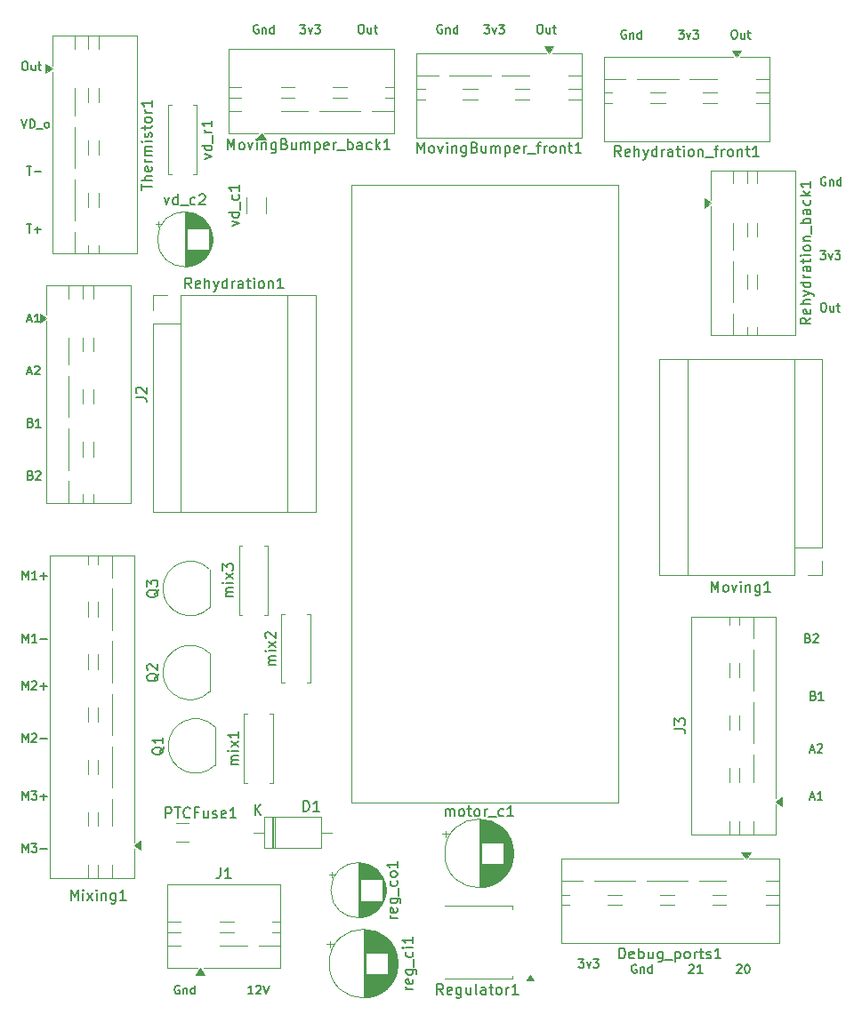
<source format=gbr>
%TF.GenerationSoftware,KiCad,Pcbnew,9.0.1*%
%TF.CreationDate,2025-05-12T17:21:56-07:00*%
%TF.ProjectId,pcb,7063622e-6b69-4636-9164-5f7063625858,rev?*%
%TF.SameCoordinates,Original*%
%TF.FileFunction,Legend,Top*%
%TF.FilePolarity,Positive*%
%FSLAX46Y46*%
G04 Gerber Fmt 4.6, Leading zero omitted, Abs format (unit mm)*
G04 Created by KiCad (PCBNEW 9.0.1) date 2025-05-12 17:21:56*
%MOMM*%
%LPD*%
G01*
G04 APERTURE LIST*
%ADD10C,0.152400*%
%ADD11C,0.150000*%
%ADD12C,0.120000*%
G04 APERTURE END LIST*
D10*
X97755082Y-84160375D02*
X98142129Y-84160375D01*
X97677672Y-84392603D02*
X97948605Y-83579803D01*
X97948605Y-83579803D02*
X98219539Y-84392603D01*
X98451768Y-83657213D02*
X98490472Y-83618508D01*
X98490472Y-83618508D02*
X98567882Y-83579803D01*
X98567882Y-83579803D02*
X98761406Y-83579803D01*
X98761406Y-83579803D02*
X98838815Y-83618508D01*
X98838815Y-83618508D02*
X98877520Y-83657213D01*
X98877520Y-83657213D02*
X98916225Y-83734622D01*
X98916225Y-83734622D02*
X98916225Y-83812032D01*
X98916225Y-83812032D02*
X98877520Y-83928146D01*
X98877520Y-83928146D02*
X98413063Y-84392603D01*
X98413063Y-84392603D02*
X98916225Y-84392603D01*
X154719539Y-51618508D02*
X154642129Y-51579803D01*
X154642129Y-51579803D02*
X154526015Y-51579803D01*
X154526015Y-51579803D02*
X154409901Y-51618508D01*
X154409901Y-51618508D02*
X154332491Y-51695918D01*
X154332491Y-51695918D02*
X154293786Y-51773327D01*
X154293786Y-51773327D02*
X154255082Y-51928146D01*
X154255082Y-51928146D02*
X154255082Y-52044260D01*
X154255082Y-52044260D02*
X154293786Y-52199079D01*
X154293786Y-52199079D02*
X154332491Y-52276489D01*
X154332491Y-52276489D02*
X154409901Y-52353899D01*
X154409901Y-52353899D02*
X154526015Y-52392603D01*
X154526015Y-52392603D02*
X154603424Y-52392603D01*
X154603424Y-52392603D02*
X154719539Y-52353899D01*
X154719539Y-52353899D02*
X154758243Y-52315194D01*
X154758243Y-52315194D02*
X154758243Y-52044260D01*
X154758243Y-52044260D02*
X154603424Y-52044260D01*
X155106586Y-51850737D02*
X155106586Y-52392603D01*
X155106586Y-51928146D02*
X155145291Y-51889441D01*
X155145291Y-51889441D02*
X155222701Y-51850737D01*
X155222701Y-51850737D02*
X155338815Y-51850737D01*
X155338815Y-51850737D02*
X155416224Y-51889441D01*
X155416224Y-51889441D02*
X155454929Y-51966851D01*
X155454929Y-51966851D02*
X155454929Y-52392603D01*
X156190319Y-52392603D02*
X156190319Y-51579803D01*
X156190319Y-52353899D02*
X156112910Y-52392603D01*
X156112910Y-52392603D02*
X155958091Y-52392603D01*
X155958091Y-52392603D02*
X155880681Y-52353899D01*
X155880681Y-52353899D02*
X155841976Y-52315194D01*
X155841976Y-52315194D02*
X155803272Y-52237784D01*
X155803272Y-52237784D02*
X155803272Y-52005556D01*
X155803272Y-52005556D02*
X155841976Y-51928146D01*
X155841976Y-51928146D02*
X155880681Y-51889441D01*
X155880681Y-51889441D02*
X155958091Y-51850737D01*
X155958091Y-51850737D02*
X156112910Y-51850737D01*
X156112910Y-51850737D02*
X156190319Y-51889441D01*
X146448605Y-51079803D02*
X146603424Y-51079803D01*
X146603424Y-51079803D02*
X146680834Y-51118508D01*
X146680834Y-51118508D02*
X146758243Y-51195918D01*
X146758243Y-51195918D02*
X146796948Y-51350737D01*
X146796948Y-51350737D02*
X146796948Y-51621670D01*
X146796948Y-51621670D02*
X146758243Y-51776489D01*
X146758243Y-51776489D02*
X146680834Y-51853899D01*
X146680834Y-51853899D02*
X146603424Y-51892603D01*
X146603424Y-51892603D02*
X146448605Y-51892603D01*
X146448605Y-51892603D02*
X146371196Y-51853899D01*
X146371196Y-51853899D02*
X146293786Y-51776489D01*
X146293786Y-51776489D02*
X146255082Y-51621670D01*
X146255082Y-51621670D02*
X146255082Y-51350737D01*
X146255082Y-51350737D02*
X146293786Y-51195918D01*
X146293786Y-51195918D02*
X146371196Y-51118508D01*
X146371196Y-51118508D02*
X146448605Y-51079803D01*
X147493634Y-51350737D02*
X147493634Y-51892603D01*
X147145291Y-51350737D02*
X147145291Y-51776489D01*
X147145291Y-51776489D02*
X147183996Y-51853899D01*
X147183996Y-51853899D02*
X147261406Y-51892603D01*
X147261406Y-51892603D02*
X147377520Y-51892603D01*
X147377520Y-51892603D02*
X147454929Y-51853899D01*
X147454929Y-51853899D02*
X147493634Y-51815194D01*
X147764567Y-51350737D02*
X148074205Y-51350737D01*
X147880681Y-51079803D02*
X147880681Y-51776489D01*
X147880681Y-51776489D02*
X147919386Y-51853899D01*
X147919386Y-51853899D02*
X147996796Y-51892603D01*
X147996796Y-51892603D02*
X148074205Y-51892603D01*
X97293786Y-119392603D02*
X97293786Y-118579803D01*
X97293786Y-118579803D02*
X97564720Y-119160375D01*
X97564720Y-119160375D02*
X97835653Y-118579803D01*
X97835653Y-118579803D02*
X97835653Y-119392603D01*
X98183996Y-118657213D02*
X98222700Y-118618508D01*
X98222700Y-118618508D02*
X98300110Y-118579803D01*
X98300110Y-118579803D02*
X98493634Y-118579803D01*
X98493634Y-118579803D02*
X98571043Y-118618508D01*
X98571043Y-118618508D02*
X98609748Y-118657213D01*
X98609748Y-118657213D02*
X98648453Y-118734622D01*
X98648453Y-118734622D02*
X98648453Y-118812032D01*
X98648453Y-118812032D02*
X98609748Y-118928146D01*
X98609748Y-118928146D02*
X98145291Y-119392603D01*
X98145291Y-119392603D02*
X98648453Y-119392603D01*
X98996795Y-119082965D02*
X99616072Y-119082965D01*
X155719539Y-140618508D02*
X155642129Y-140579803D01*
X155642129Y-140579803D02*
X155526015Y-140579803D01*
X155526015Y-140579803D02*
X155409901Y-140618508D01*
X155409901Y-140618508D02*
X155332491Y-140695918D01*
X155332491Y-140695918D02*
X155293786Y-140773327D01*
X155293786Y-140773327D02*
X155255082Y-140928146D01*
X155255082Y-140928146D02*
X155255082Y-141044260D01*
X155255082Y-141044260D02*
X155293786Y-141199079D01*
X155293786Y-141199079D02*
X155332491Y-141276489D01*
X155332491Y-141276489D02*
X155409901Y-141353899D01*
X155409901Y-141353899D02*
X155526015Y-141392603D01*
X155526015Y-141392603D02*
X155603424Y-141392603D01*
X155603424Y-141392603D02*
X155719539Y-141353899D01*
X155719539Y-141353899D02*
X155758243Y-141315194D01*
X155758243Y-141315194D02*
X155758243Y-141044260D01*
X155758243Y-141044260D02*
X155603424Y-141044260D01*
X156106586Y-140850737D02*
X156106586Y-141392603D01*
X156106586Y-140928146D02*
X156145291Y-140889441D01*
X156145291Y-140889441D02*
X156222701Y-140850737D01*
X156222701Y-140850737D02*
X156338815Y-140850737D01*
X156338815Y-140850737D02*
X156416224Y-140889441D01*
X156416224Y-140889441D02*
X156454929Y-140966851D01*
X156454929Y-140966851D02*
X156454929Y-141392603D01*
X157190319Y-141392603D02*
X157190319Y-140579803D01*
X157190319Y-141353899D02*
X157112910Y-141392603D01*
X157112910Y-141392603D02*
X156958091Y-141392603D01*
X156958091Y-141392603D02*
X156880681Y-141353899D01*
X156880681Y-141353899D02*
X156841976Y-141315194D01*
X156841976Y-141315194D02*
X156803272Y-141237784D01*
X156803272Y-141237784D02*
X156803272Y-141005556D01*
X156803272Y-141005556D02*
X156841976Y-140928146D01*
X156841976Y-140928146D02*
X156880681Y-140889441D01*
X156880681Y-140889441D02*
X156958091Y-140850737D01*
X156958091Y-140850737D02*
X157112910Y-140850737D01*
X157112910Y-140850737D02*
X157190319Y-140889441D01*
X98064720Y-88966851D02*
X98180834Y-89005556D01*
X98180834Y-89005556D02*
X98219539Y-89044260D01*
X98219539Y-89044260D02*
X98258243Y-89121670D01*
X98258243Y-89121670D02*
X98258243Y-89237784D01*
X98258243Y-89237784D02*
X98219539Y-89315194D01*
X98219539Y-89315194D02*
X98180834Y-89353899D01*
X98180834Y-89353899D02*
X98103424Y-89392603D01*
X98103424Y-89392603D02*
X97793786Y-89392603D01*
X97793786Y-89392603D02*
X97793786Y-88579803D01*
X97793786Y-88579803D02*
X98064720Y-88579803D01*
X98064720Y-88579803D02*
X98142129Y-88618508D01*
X98142129Y-88618508D02*
X98180834Y-88657213D01*
X98180834Y-88657213D02*
X98219539Y-88734622D01*
X98219539Y-88734622D02*
X98219539Y-88812032D01*
X98219539Y-88812032D02*
X98180834Y-88889441D01*
X98180834Y-88889441D02*
X98142129Y-88928146D01*
X98142129Y-88928146D02*
X98064720Y-88966851D01*
X98064720Y-88966851D02*
X97793786Y-88966851D01*
X99032339Y-89392603D02*
X98567882Y-89392603D01*
X98800110Y-89392603D02*
X98800110Y-88579803D01*
X98800110Y-88579803D02*
X98722701Y-88695918D01*
X98722701Y-88695918D02*
X98645291Y-88773327D01*
X98645291Y-88773327D02*
X98567882Y-88812032D01*
X112219539Y-142618508D02*
X112142129Y-142579803D01*
X112142129Y-142579803D02*
X112026015Y-142579803D01*
X112026015Y-142579803D02*
X111909901Y-142618508D01*
X111909901Y-142618508D02*
X111832491Y-142695918D01*
X111832491Y-142695918D02*
X111793786Y-142773327D01*
X111793786Y-142773327D02*
X111755082Y-142928146D01*
X111755082Y-142928146D02*
X111755082Y-143044260D01*
X111755082Y-143044260D02*
X111793786Y-143199079D01*
X111793786Y-143199079D02*
X111832491Y-143276489D01*
X111832491Y-143276489D02*
X111909901Y-143353899D01*
X111909901Y-143353899D02*
X112026015Y-143392603D01*
X112026015Y-143392603D02*
X112103424Y-143392603D01*
X112103424Y-143392603D02*
X112219539Y-143353899D01*
X112219539Y-143353899D02*
X112258243Y-143315194D01*
X112258243Y-143315194D02*
X112258243Y-143044260D01*
X112258243Y-143044260D02*
X112103424Y-143044260D01*
X112606586Y-142850737D02*
X112606586Y-143392603D01*
X112606586Y-142928146D02*
X112645291Y-142889441D01*
X112645291Y-142889441D02*
X112722701Y-142850737D01*
X112722701Y-142850737D02*
X112838815Y-142850737D01*
X112838815Y-142850737D02*
X112916224Y-142889441D01*
X112916224Y-142889441D02*
X112954929Y-142966851D01*
X112954929Y-142966851D02*
X112954929Y-143392603D01*
X113690319Y-143392603D02*
X113690319Y-142579803D01*
X113690319Y-143353899D02*
X113612910Y-143392603D01*
X113612910Y-143392603D02*
X113458091Y-143392603D01*
X113458091Y-143392603D02*
X113380681Y-143353899D01*
X113380681Y-143353899D02*
X113341976Y-143315194D01*
X113341976Y-143315194D02*
X113303272Y-143237784D01*
X113303272Y-143237784D02*
X113303272Y-143005556D01*
X113303272Y-143005556D02*
X113341976Y-142928146D01*
X113341976Y-142928146D02*
X113380681Y-142889441D01*
X113380681Y-142889441D02*
X113458091Y-142850737D01*
X113458091Y-142850737D02*
X113612910Y-142850737D01*
X113612910Y-142850737D02*
X113690319Y-142889441D01*
X129448605Y-51079803D02*
X129603424Y-51079803D01*
X129603424Y-51079803D02*
X129680834Y-51118508D01*
X129680834Y-51118508D02*
X129758243Y-51195918D01*
X129758243Y-51195918D02*
X129796948Y-51350737D01*
X129796948Y-51350737D02*
X129796948Y-51621670D01*
X129796948Y-51621670D02*
X129758243Y-51776489D01*
X129758243Y-51776489D02*
X129680834Y-51853899D01*
X129680834Y-51853899D02*
X129603424Y-51892603D01*
X129603424Y-51892603D02*
X129448605Y-51892603D01*
X129448605Y-51892603D02*
X129371196Y-51853899D01*
X129371196Y-51853899D02*
X129293786Y-51776489D01*
X129293786Y-51776489D02*
X129255082Y-51621670D01*
X129255082Y-51621670D02*
X129255082Y-51350737D01*
X129255082Y-51350737D02*
X129293786Y-51195918D01*
X129293786Y-51195918D02*
X129371196Y-51118508D01*
X129371196Y-51118508D02*
X129448605Y-51079803D01*
X130493634Y-51350737D02*
X130493634Y-51892603D01*
X130145291Y-51350737D02*
X130145291Y-51776489D01*
X130145291Y-51776489D02*
X130183996Y-51853899D01*
X130183996Y-51853899D02*
X130261406Y-51892603D01*
X130261406Y-51892603D02*
X130377520Y-51892603D01*
X130377520Y-51892603D02*
X130454929Y-51853899D01*
X130454929Y-51853899D02*
X130493634Y-51815194D01*
X130764567Y-51350737D02*
X131074205Y-51350737D01*
X130880681Y-51079803D02*
X130880681Y-51776489D01*
X130880681Y-51776489D02*
X130919386Y-51853899D01*
X130919386Y-51853899D02*
X130996796Y-51892603D01*
X130996796Y-51892603D02*
X131074205Y-51892603D01*
X97293786Y-109892603D02*
X97293786Y-109079803D01*
X97293786Y-109079803D02*
X97564720Y-109660375D01*
X97564720Y-109660375D02*
X97835653Y-109079803D01*
X97835653Y-109079803D02*
X97835653Y-109892603D01*
X98648453Y-109892603D02*
X98183996Y-109892603D01*
X98416224Y-109892603D02*
X98416224Y-109079803D01*
X98416224Y-109079803D02*
X98338815Y-109195918D01*
X98338815Y-109195918D02*
X98261405Y-109273327D01*
X98261405Y-109273327D02*
X98183996Y-109312032D01*
X98996795Y-109582965D02*
X99616072Y-109582965D01*
X97177672Y-60079803D02*
X97448605Y-60892603D01*
X97448605Y-60892603D02*
X97719539Y-60079803D01*
X97990472Y-60892603D02*
X97990472Y-60079803D01*
X97990472Y-60079803D02*
X98183996Y-60079803D01*
X98183996Y-60079803D02*
X98300110Y-60118508D01*
X98300110Y-60118508D02*
X98377520Y-60195918D01*
X98377520Y-60195918D02*
X98416225Y-60273327D01*
X98416225Y-60273327D02*
X98454929Y-60428146D01*
X98454929Y-60428146D02*
X98454929Y-60544260D01*
X98454929Y-60544260D02*
X98416225Y-60699079D01*
X98416225Y-60699079D02*
X98377520Y-60776489D01*
X98377520Y-60776489D02*
X98300110Y-60853899D01*
X98300110Y-60853899D02*
X98183996Y-60892603D01*
X98183996Y-60892603D02*
X97990472Y-60892603D01*
X98609749Y-60970013D02*
X99229025Y-60970013D01*
X99538663Y-60892603D02*
X99461253Y-60853899D01*
X99461253Y-60853899D02*
X99422548Y-60815194D01*
X99422548Y-60815194D02*
X99383844Y-60737784D01*
X99383844Y-60737784D02*
X99383844Y-60505556D01*
X99383844Y-60505556D02*
X99422548Y-60428146D01*
X99422548Y-60428146D02*
X99461253Y-60389441D01*
X99461253Y-60389441D02*
X99538663Y-60350737D01*
X99538663Y-60350737D02*
X99654777Y-60350737D01*
X99654777Y-60350737D02*
X99732186Y-60389441D01*
X99732186Y-60389441D02*
X99770891Y-60428146D01*
X99770891Y-60428146D02*
X99809596Y-60505556D01*
X99809596Y-60505556D02*
X99809596Y-60737784D01*
X99809596Y-60737784D02*
X99770891Y-60815194D01*
X99770891Y-60815194D02*
X99732186Y-60853899D01*
X99732186Y-60853899D02*
X99654777Y-60892603D01*
X99654777Y-60892603D02*
X99538663Y-60892603D01*
X119219539Y-143392603D02*
X118755082Y-143392603D01*
X118987310Y-143392603D02*
X118987310Y-142579803D01*
X118987310Y-142579803D02*
X118909901Y-142695918D01*
X118909901Y-142695918D02*
X118832491Y-142773327D01*
X118832491Y-142773327D02*
X118755082Y-142812032D01*
X119529177Y-142657213D02*
X119567881Y-142618508D01*
X119567881Y-142618508D02*
X119645291Y-142579803D01*
X119645291Y-142579803D02*
X119838815Y-142579803D01*
X119838815Y-142579803D02*
X119916224Y-142618508D01*
X119916224Y-142618508D02*
X119954929Y-142657213D01*
X119954929Y-142657213D02*
X119993634Y-142734622D01*
X119993634Y-142734622D02*
X119993634Y-142812032D01*
X119993634Y-142812032D02*
X119954929Y-142928146D01*
X119954929Y-142928146D02*
X119490472Y-143392603D01*
X119490472Y-143392603D02*
X119993634Y-143392603D01*
X120225862Y-142579803D02*
X120496795Y-143392603D01*
X120496795Y-143392603D02*
X120767729Y-142579803D01*
X165255082Y-140657213D02*
X165293786Y-140618508D01*
X165293786Y-140618508D02*
X165371196Y-140579803D01*
X165371196Y-140579803D02*
X165564720Y-140579803D01*
X165564720Y-140579803D02*
X165642129Y-140618508D01*
X165642129Y-140618508D02*
X165680834Y-140657213D01*
X165680834Y-140657213D02*
X165719539Y-140734622D01*
X165719539Y-140734622D02*
X165719539Y-140812032D01*
X165719539Y-140812032D02*
X165680834Y-140928146D01*
X165680834Y-140928146D02*
X165216377Y-141392603D01*
X165216377Y-141392603D02*
X165719539Y-141392603D01*
X166222700Y-140579803D02*
X166300110Y-140579803D01*
X166300110Y-140579803D02*
X166377519Y-140618508D01*
X166377519Y-140618508D02*
X166416224Y-140657213D01*
X166416224Y-140657213D02*
X166454929Y-140734622D01*
X166454929Y-140734622D02*
X166493634Y-140889441D01*
X166493634Y-140889441D02*
X166493634Y-141082965D01*
X166493634Y-141082965D02*
X166454929Y-141237784D01*
X166454929Y-141237784D02*
X166416224Y-141315194D01*
X166416224Y-141315194D02*
X166377519Y-141353899D01*
X166377519Y-141353899D02*
X166300110Y-141392603D01*
X166300110Y-141392603D02*
X166222700Y-141392603D01*
X166222700Y-141392603D02*
X166145291Y-141353899D01*
X166145291Y-141353899D02*
X166106586Y-141315194D01*
X166106586Y-141315194D02*
X166067881Y-141237784D01*
X166067881Y-141237784D02*
X166029177Y-141082965D01*
X166029177Y-141082965D02*
X166029177Y-140889441D01*
X166029177Y-140889441D02*
X166067881Y-140734622D01*
X166067881Y-140734622D02*
X166106586Y-140657213D01*
X166106586Y-140657213D02*
X166145291Y-140618508D01*
X166145291Y-140618508D02*
X166222700Y-140579803D01*
X98064720Y-93966851D02*
X98180834Y-94005556D01*
X98180834Y-94005556D02*
X98219539Y-94044260D01*
X98219539Y-94044260D02*
X98258243Y-94121670D01*
X98258243Y-94121670D02*
X98258243Y-94237784D01*
X98258243Y-94237784D02*
X98219539Y-94315194D01*
X98219539Y-94315194D02*
X98180834Y-94353899D01*
X98180834Y-94353899D02*
X98103424Y-94392603D01*
X98103424Y-94392603D02*
X97793786Y-94392603D01*
X97793786Y-94392603D02*
X97793786Y-93579803D01*
X97793786Y-93579803D02*
X98064720Y-93579803D01*
X98064720Y-93579803D02*
X98142129Y-93618508D01*
X98142129Y-93618508D02*
X98180834Y-93657213D01*
X98180834Y-93657213D02*
X98219539Y-93734622D01*
X98219539Y-93734622D02*
X98219539Y-93812032D01*
X98219539Y-93812032D02*
X98180834Y-93889441D01*
X98180834Y-93889441D02*
X98142129Y-93928146D01*
X98142129Y-93928146D02*
X98064720Y-93966851D01*
X98064720Y-93966851D02*
X97793786Y-93966851D01*
X98567882Y-93657213D02*
X98606586Y-93618508D01*
X98606586Y-93618508D02*
X98683996Y-93579803D01*
X98683996Y-93579803D02*
X98877520Y-93579803D01*
X98877520Y-93579803D02*
X98954929Y-93618508D01*
X98954929Y-93618508D02*
X98993634Y-93657213D01*
X98993634Y-93657213D02*
X99032339Y-93734622D01*
X99032339Y-93734622D02*
X99032339Y-93812032D01*
X99032339Y-93812032D02*
X98993634Y-93928146D01*
X98993634Y-93928146D02*
X98529177Y-94392603D01*
X98529177Y-94392603D02*
X99032339Y-94392603D01*
X97448605Y-54579803D02*
X97603424Y-54579803D01*
X97603424Y-54579803D02*
X97680834Y-54618508D01*
X97680834Y-54618508D02*
X97758243Y-54695918D01*
X97758243Y-54695918D02*
X97796948Y-54850737D01*
X97796948Y-54850737D02*
X97796948Y-55121670D01*
X97796948Y-55121670D02*
X97758243Y-55276489D01*
X97758243Y-55276489D02*
X97680834Y-55353899D01*
X97680834Y-55353899D02*
X97603424Y-55392603D01*
X97603424Y-55392603D02*
X97448605Y-55392603D01*
X97448605Y-55392603D02*
X97371196Y-55353899D01*
X97371196Y-55353899D02*
X97293786Y-55276489D01*
X97293786Y-55276489D02*
X97255082Y-55121670D01*
X97255082Y-55121670D02*
X97255082Y-54850737D01*
X97255082Y-54850737D02*
X97293786Y-54695918D01*
X97293786Y-54695918D02*
X97371196Y-54618508D01*
X97371196Y-54618508D02*
X97448605Y-54579803D01*
X98493634Y-54850737D02*
X98493634Y-55392603D01*
X98145291Y-54850737D02*
X98145291Y-55276489D01*
X98145291Y-55276489D02*
X98183996Y-55353899D01*
X98183996Y-55353899D02*
X98261406Y-55392603D01*
X98261406Y-55392603D02*
X98377520Y-55392603D01*
X98377520Y-55392603D02*
X98454929Y-55353899D01*
X98454929Y-55353899D02*
X98493634Y-55315194D01*
X98764567Y-54850737D02*
X99074205Y-54850737D01*
X98880681Y-54579803D02*
X98880681Y-55276489D01*
X98880681Y-55276489D02*
X98919386Y-55353899D01*
X98919386Y-55353899D02*
X98996796Y-55392603D01*
X98996796Y-55392603D02*
X99074205Y-55392603D01*
X97293786Y-124892603D02*
X97293786Y-124079803D01*
X97293786Y-124079803D02*
X97564720Y-124660375D01*
X97564720Y-124660375D02*
X97835653Y-124079803D01*
X97835653Y-124079803D02*
X97835653Y-124892603D01*
X98145291Y-124079803D02*
X98648453Y-124079803D01*
X98648453Y-124079803D02*
X98377519Y-124389441D01*
X98377519Y-124389441D02*
X98493634Y-124389441D01*
X98493634Y-124389441D02*
X98571043Y-124428146D01*
X98571043Y-124428146D02*
X98609748Y-124466851D01*
X98609748Y-124466851D02*
X98648453Y-124544260D01*
X98648453Y-124544260D02*
X98648453Y-124737784D01*
X98648453Y-124737784D02*
X98609748Y-124815194D01*
X98609748Y-124815194D02*
X98571043Y-124853899D01*
X98571043Y-124853899D02*
X98493634Y-124892603D01*
X98493634Y-124892603D02*
X98261405Y-124892603D01*
X98261405Y-124892603D02*
X98183996Y-124853899D01*
X98183996Y-124853899D02*
X98145291Y-124815194D01*
X98996795Y-124582965D02*
X99616072Y-124582965D01*
X99306433Y-124892603D02*
X99306433Y-124273327D01*
X97293786Y-129892603D02*
X97293786Y-129079803D01*
X97293786Y-129079803D02*
X97564720Y-129660375D01*
X97564720Y-129660375D02*
X97835653Y-129079803D01*
X97835653Y-129079803D02*
X97835653Y-129892603D01*
X98145291Y-129079803D02*
X98648453Y-129079803D01*
X98648453Y-129079803D02*
X98377519Y-129389441D01*
X98377519Y-129389441D02*
X98493634Y-129389441D01*
X98493634Y-129389441D02*
X98571043Y-129428146D01*
X98571043Y-129428146D02*
X98609748Y-129466851D01*
X98609748Y-129466851D02*
X98648453Y-129544260D01*
X98648453Y-129544260D02*
X98648453Y-129737784D01*
X98648453Y-129737784D02*
X98609748Y-129815194D01*
X98609748Y-129815194D02*
X98571043Y-129853899D01*
X98571043Y-129853899D02*
X98493634Y-129892603D01*
X98493634Y-129892603D02*
X98261405Y-129892603D01*
X98261405Y-129892603D02*
X98183996Y-129853899D01*
X98183996Y-129853899D02*
X98145291Y-129815194D01*
X98996795Y-129582965D02*
X99616072Y-129582965D01*
X137219539Y-51118508D02*
X137142129Y-51079803D01*
X137142129Y-51079803D02*
X137026015Y-51079803D01*
X137026015Y-51079803D02*
X136909901Y-51118508D01*
X136909901Y-51118508D02*
X136832491Y-51195918D01*
X136832491Y-51195918D02*
X136793786Y-51273327D01*
X136793786Y-51273327D02*
X136755082Y-51428146D01*
X136755082Y-51428146D02*
X136755082Y-51544260D01*
X136755082Y-51544260D02*
X136793786Y-51699079D01*
X136793786Y-51699079D02*
X136832491Y-51776489D01*
X136832491Y-51776489D02*
X136909901Y-51853899D01*
X136909901Y-51853899D02*
X137026015Y-51892603D01*
X137026015Y-51892603D02*
X137103424Y-51892603D01*
X137103424Y-51892603D02*
X137219539Y-51853899D01*
X137219539Y-51853899D02*
X137258243Y-51815194D01*
X137258243Y-51815194D02*
X137258243Y-51544260D01*
X137258243Y-51544260D02*
X137103424Y-51544260D01*
X137606586Y-51350737D02*
X137606586Y-51892603D01*
X137606586Y-51428146D02*
X137645291Y-51389441D01*
X137645291Y-51389441D02*
X137722701Y-51350737D01*
X137722701Y-51350737D02*
X137838815Y-51350737D01*
X137838815Y-51350737D02*
X137916224Y-51389441D01*
X137916224Y-51389441D02*
X137954929Y-51466851D01*
X137954929Y-51466851D02*
X137954929Y-51892603D01*
X138690319Y-51892603D02*
X138690319Y-51079803D01*
X138690319Y-51853899D02*
X138612910Y-51892603D01*
X138612910Y-51892603D02*
X138458091Y-51892603D01*
X138458091Y-51892603D02*
X138380681Y-51853899D01*
X138380681Y-51853899D02*
X138341976Y-51815194D01*
X138341976Y-51815194D02*
X138303272Y-51737784D01*
X138303272Y-51737784D02*
X138303272Y-51505556D01*
X138303272Y-51505556D02*
X138341976Y-51428146D01*
X138341976Y-51428146D02*
X138380681Y-51389441D01*
X138380681Y-51389441D02*
X138458091Y-51350737D01*
X138458091Y-51350737D02*
X138612910Y-51350737D01*
X138612910Y-51350737D02*
X138690319Y-51389441D01*
X119719539Y-51118508D02*
X119642129Y-51079803D01*
X119642129Y-51079803D02*
X119526015Y-51079803D01*
X119526015Y-51079803D02*
X119409901Y-51118508D01*
X119409901Y-51118508D02*
X119332491Y-51195918D01*
X119332491Y-51195918D02*
X119293786Y-51273327D01*
X119293786Y-51273327D02*
X119255082Y-51428146D01*
X119255082Y-51428146D02*
X119255082Y-51544260D01*
X119255082Y-51544260D02*
X119293786Y-51699079D01*
X119293786Y-51699079D02*
X119332491Y-51776489D01*
X119332491Y-51776489D02*
X119409901Y-51853899D01*
X119409901Y-51853899D02*
X119526015Y-51892603D01*
X119526015Y-51892603D02*
X119603424Y-51892603D01*
X119603424Y-51892603D02*
X119719539Y-51853899D01*
X119719539Y-51853899D02*
X119758243Y-51815194D01*
X119758243Y-51815194D02*
X119758243Y-51544260D01*
X119758243Y-51544260D02*
X119603424Y-51544260D01*
X120106586Y-51350737D02*
X120106586Y-51892603D01*
X120106586Y-51428146D02*
X120145291Y-51389441D01*
X120145291Y-51389441D02*
X120222701Y-51350737D01*
X120222701Y-51350737D02*
X120338815Y-51350737D01*
X120338815Y-51350737D02*
X120416224Y-51389441D01*
X120416224Y-51389441D02*
X120454929Y-51466851D01*
X120454929Y-51466851D02*
X120454929Y-51892603D01*
X121190319Y-51892603D02*
X121190319Y-51079803D01*
X121190319Y-51853899D02*
X121112910Y-51892603D01*
X121112910Y-51892603D02*
X120958091Y-51892603D01*
X120958091Y-51892603D02*
X120880681Y-51853899D01*
X120880681Y-51853899D02*
X120841976Y-51815194D01*
X120841976Y-51815194D02*
X120803272Y-51737784D01*
X120803272Y-51737784D02*
X120803272Y-51505556D01*
X120803272Y-51505556D02*
X120841976Y-51428146D01*
X120841976Y-51428146D02*
X120880681Y-51389441D01*
X120880681Y-51389441D02*
X120958091Y-51350737D01*
X120958091Y-51350737D02*
X121112910Y-51350737D01*
X121112910Y-51350737D02*
X121190319Y-51389441D01*
X141216377Y-51079803D02*
X141719539Y-51079803D01*
X141719539Y-51079803D02*
X141448605Y-51389441D01*
X141448605Y-51389441D02*
X141564720Y-51389441D01*
X141564720Y-51389441D02*
X141642129Y-51428146D01*
X141642129Y-51428146D02*
X141680834Y-51466851D01*
X141680834Y-51466851D02*
X141719539Y-51544260D01*
X141719539Y-51544260D02*
X141719539Y-51737784D01*
X141719539Y-51737784D02*
X141680834Y-51815194D01*
X141680834Y-51815194D02*
X141642129Y-51853899D01*
X141642129Y-51853899D02*
X141564720Y-51892603D01*
X141564720Y-51892603D02*
X141332491Y-51892603D01*
X141332491Y-51892603D02*
X141255082Y-51853899D01*
X141255082Y-51853899D02*
X141216377Y-51815194D01*
X141990472Y-51350737D02*
X142183996Y-51892603D01*
X142183996Y-51892603D02*
X142377519Y-51350737D01*
X142609748Y-51079803D02*
X143112910Y-51079803D01*
X143112910Y-51079803D02*
X142841976Y-51389441D01*
X142841976Y-51389441D02*
X142958091Y-51389441D01*
X142958091Y-51389441D02*
X143035500Y-51428146D01*
X143035500Y-51428146D02*
X143074205Y-51466851D01*
X143074205Y-51466851D02*
X143112910Y-51544260D01*
X143112910Y-51544260D02*
X143112910Y-51737784D01*
X143112910Y-51737784D02*
X143074205Y-51815194D01*
X143074205Y-51815194D02*
X143035500Y-51853899D01*
X143035500Y-51853899D02*
X142958091Y-51892603D01*
X142958091Y-51892603D02*
X142725862Y-51892603D01*
X142725862Y-51892603D02*
X142648453Y-51853899D01*
X142648453Y-51853899D02*
X142609748Y-51815194D01*
X164948605Y-51579803D02*
X165103424Y-51579803D01*
X165103424Y-51579803D02*
X165180834Y-51618508D01*
X165180834Y-51618508D02*
X165258243Y-51695918D01*
X165258243Y-51695918D02*
X165296948Y-51850737D01*
X165296948Y-51850737D02*
X165296948Y-52121670D01*
X165296948Y-52121670D02*
X165258243Y-52276489D01*
X165258243Y-52276489D02*
X165180834Y-52353899D01*
X165180834Y-52353899D02*
X165103424Y-52392603D01*
X165103424Y-52392603D02*
X164948605Y-52392603D01*
X164948605Y-52392603D02*
X164871196Y-52353899D01*
X164871196Y-52353899D02*
X164793786Y-52276489D01*
X164793786Y-52276489D02*
X164755082Y-52121670D01*
X164755082Y-52121670D02*
X164755082Y-51850737D01*
X164755082Y-51850737D02*
X164793786Y-51695918D01*
X164793786Y-51695918D02*
X164871196Y-51618508D01*
X164871196Y-51618508D02*
X164948605Y-51579803D01*
X165993634Y-51850737D02*
X165993634Y-52392603D01*
X165645291Y-51850737D02*
X165645291Y-52276489D01*
X165645291Y-52276489D02*
X165683996Y-52353899D01*
X165683996Y-52353899D02*
X165761406Y-52392603D01*
X165761406Y-52392603D02*
X165877520Y-52392603D01*
X165877520Y-52392603D02*
X165954929Y-52353899D01*
X165954929Y-52353899D02*
X165993634Y-52315194D01*
X166264567Y-51850737D02*
X166574205Y-51850737D01*
X166380681Y-51579803D02*
X166380681Y-52276489D01*
X166380681Y-52276489D02*
X166419386Y-52353899D01*
X166419386Y-52353899D02*
X166496796Y-52392603D01*
X166496796Y-52392603D02*
X166574205Y-52392603D01*
X97293786Y-103892603D02*
X97293786Y-103079803D01*
X97293786Y-103079803D02*
X97564720Y-103660375D01*
X97564720Y-103660375D02*
X97835653Y-103079803D01*
X97835653Y-103079803D02*
X97835653Y-103892603D01*
X98648453Y-103892603D02*
X98183996Y-103892603D01*
X98416224Y-103892603D02*
X98416224Y-103079803D01*
X98416224Y-103079803D02*
X98338815Y-103195918D01*
X98338815Y-103195918D02*
X98261405Y-103273327D01*
X98261405Y-103273327D02*
X98183996Y-103312032D01*
X98996795Y-103582965D02*
X99616072Y-103582965D01*
X99306433Y-103892603D02*
X99306433Y-103273327D01*
X97677672Y-70079803D02*
X98142129Y-70079803D01*
X97909901Y-70892603D02*
X97909901Y-70079803D01*
X98413062Y-70582965D02*
X99032339Y-70582965D01*
X98722700Y-70892603D02*
X98722700Y-70273327D01*
X172255082Y-124660375D02*
X172642129Y-124660375D01*
X172177672Y-124892603D02*
X172448605Y-124079803D01*
X172448605Y-124079803D02*
X172719539Y-124892603D01*
X173416225Y-124892603D02*
X172951768Y-124892603D01*
X173183996Y-124892603D02*
X173183996Y-124079803D01*
X173183996Y-124079803D02*
X173106587Y-124195918D01*
X173106587Y-124195918D02*
X173029177Y-124273327D01*
X173029177Y-124273327D02*
X172951768Y-124312032D01*
X172064720Y-109466851D02*
X172180834Y-109505556D01*
X172180834Y-109505556D02*
X172219539Y-109544260D01*
X172219539Y-109544260D02*
X172258243Y-109621670D01*
X172258243Y-109621670D02*
X172258243Y-109737784D01*
X172258243Y-109737784D02*
X172219539Y-109815194D01*
X172219539Y-109815194D02*
X172180834Y-109853899D01*
X172180834Y-109853899D02*
X172103424Y-109892603D01*
X172103424Y-109892603D02*
X171793786Y-109892603D01*
X171793786Y-109892603D02*
X171793786Y-109079803D01*
X171793786Y-109079803D02*
X172064720Y-109079803D01*
X172064720Y-109079803D02*
X172142129Y-109118508D01*
X172142129Y-109118508D02*
X172180834Y-109157213D01*
X172180834Y-109157213D02*
X172219539Y-109234622D01*
X172219539Y-109234622D02*
X172219539Y-109312032D01*
X172219539Y-109312032D02*
X172180834Y-109389441D01*
X172180834Y-109389441D02*
X172142129Y-109428146D01*
X172142129Y-109428146D02*
X172064720Y-109466851D01*
X172064720Y-109466851D02*
X171793786Y-109466851D01*
X172567882Y-109157213D02*
X172606586Y-109118508D01*
X172606586Y-109118508D02*
X172683996Y-109079803D01*
X172683996Y-109079803D02*
X172877520Y-109079803D01*
X172877520Y-109079803D02*
X172954929Y-109118508D01*
X172954929Y-109118508D02*
X172993634Y-109157213D01*
X172993634Y-109157213D02*
X173032339Y-109234622D01*
X173032339Y-109234622D02*
X173032339Y-109312032D01*
X173032339Y-109312032D02*
X172993634Y-109428146D01*
X172993634Y-109428146D02*
X172529177Y-109892603D01*
X172529177Y-109892603D02*
X173032339Y-109892603D01*
X150216377Y-140079803D02*
X150719539Y-140079803D01*
X150719539Y-140079803D02*
X150448605Y-140389441D01*
X150448605Y-140389441D02*
X150564720Y-140389441D01*
X150564720Y-140389441D02*
X150642129Y-140428146D01*
X150642129Y-140428146D02*
X150680834Y-140466851D01*
X150680834Y-140466851D02*
X150719539Y-140544260D01*
X150719539Y-140544260D02*
X150719539Y-140737784D01*
X150719539Y-140737784D02*
X150680834Y-140815194D01*
X150680834Y-140815194D02*
X150642129Y-140853899D01*
X150642129Y-140853899D02*
X150564720Y-140892603D01*
X150564720Y-140892603D02*
X150332491Y-140892603D01*
X150332491Y-140892603D02*
X150255082Y-140853899D01*
X150255082Y-140853899D02*
X150216377Y-140815194D01*
X150990472Y-140350737D02*
X151183996Y-140892603D01*
X151183996Y-140892603D02*
X151377519Y-140350737D01*
X151609748Y-140079803D02*
X152112910Y-140079803D01*
X152112910Y-140079803D02*
X151841976Y-140389441D01*
X151841976Y-140389441D02*
X151958091Y-140389441D01*
X151958091Y-140389441D02*
X152035500Y-140428146D01*
X152035500Y-140428146D02*
X152074205Y-140466851D01*
X152074205Y-140466851D02*
X152112910Y-140544260D01*
X152112910Y-140544260D02*
X152112910Y-140737784D01*
X152112910Y-140737784D02*
X152074205Y-140815194D01*
X152074205Y-140815194D02*
X152035500Y-140853899D01*
X152035500Y-140853899D02*
X151958091Y-140892603D01*
X151958091Y-140892603D02*
X151725862Y-140892603D01*
X151725862Y-140892603D02*
X151648453Y-140853899D01*
X151648453Y-140853899D02*
X151609748Y-140815194D01*
X159716377Y-51579803D02*
X160219539Y-51579803D01*
X160219539Y-51579803D02*
X159948605Y-51889441D01*
X159948605Y-51889441D02*
X160064720Y-51889441D01*
X160064720Y-51889441D02*
X160142129Y-51928146D01*
X160142129Y-51928146D02*
X160180834Y-51966851D01*
X160180834Y-51966851D02*
X160219539Y-52044260D01*
X160219539Y-52044260D02*
X160219539Y-52237784D01*
X160219539Y-52237784D02*
X160180834Y-52315194D01*
X160180834Y-52315194D02*
X160142129Y-52353899D01*
X160142129Y-52353899D02*
X160064720Y-52392603D01*
X160064720Y-52392603D02*
X159832491Y-52392603D01*
X159832491Y-52392603D02*
X159755082Y-52353899D01*
X159755082Y-52353899D02*
X159716377Y-52315194D01*
X160490472Y-51850737D02*
X160683996Y-52392603D01*
X160683996Y-52392603D02*
X160877519Y-51850737D01*
X161109748Y-51579803D02*
X161612910Y-51579803D01*
X161612910Y-51579803D02*
X161341976Y-51889441D01*
X161341976Y-51889441D02*
X161458091Y-51889441D01*
X161458091Y-51889441D02*
X161535500Y-51928146D01*
X161535500Y-51928146D02*
X161574205Y-51966851D01*
X161574205Y-51966851D02*
X161612910Y-52044260D01*
X161612910Y-52044260D02*
X161612910Y-52237784D01*
X161612910Y-52237784D02*
X161574205Y-52315194D01*
X161574205Y-52315194D02*
X161535500Y-52353899D01*
X161535500Y-52353899D02*
X161458091Y-52392603D01*
X161458091Y-52392603D02*
X161225862Y-52392603D01*
X161225862Y-52392603D02*
X161148453Y-52353899D01*
X161148453Y-52353899D02*
X161109748Y-52315194D01*
X173216377Y-72579803D02*
X173719539Y-72579803D01*
X173719539Y-72579803D02*
X173448605Y-72889441D01*
X173448605Y-72889441D02*
X173564720Y-72889441D01*
X173564720Y-72889441D02*
X173642129Y-72928146D01*
X173642129Y-72928146D02*
X173680834Y-72966851D01*
X173680834Y-72966851D02*
X173719539Y-73044260D01*
X173719539Y-73044260D02*
X173719539Y-73237784D01*
X173719539Y-73237784D02*
X173680834Y-73315194D01*
X173680834Y-73315194D02*
X173642129Y-73353899D01*
X173642129Y-73353899D02*
X173564720Y-73392603D01*
X173564720Y-73392603D02*
X173332491Y-73392603D01*
X173332491Y-73392603D02*
X173255082Y-73353899D01*
X173255082Y-73353899D02*
X173216377Y-73315194D01*
X173990472Y-72850737D02*
X174183996Y-73392603D01*
X174183996Y-73392603D02*
X174377519Y-72850737D01*
X174609748Y-72579803D02*
X175112910Y-72579803D01*
X175112910Y-72579803D02*
X174841976Y-72889441D01*
X174841976Y-72889441D02*
X174958091Y-72889441D01*
X174958091Y-72889441D02*
X175035500Y-72928146D01*
X175035500Y-72928146D02*
X175074205Y-72966851D01*
X175074205Y-72966851D02*
X175112910Y-73044260D01*
X175112910Y-73044260D02*
X175112910Y-73237784D01*
X175112910Y-73237784D02*
X175074205Y-73315194D01*
X175074205Y-73315194D02*
X175035500Y-73353899D01*
X175035500Y-73353899D02*
X174958091Y-73392603D01*
X174958091Y-73392603D02*
X174725862Y-73392603D01*
X174725862Y-73392603D02*
X174648453Y-73353899D01*
X174648453Y-73353899D02*
X174609748Y-73315194D01*
X97755082Y-79160375D02*
X98142129Y-79160375D01*
X97677672Y-79392603D02*
X97948605Y-78579803D01*
X97948605Y-78579803D02*
X98219539Y-79392603D01*
X98916225Y-79392603D02*
X98451768Y-79392603D01*
X98683996Y-79392603D02*
X98683996Y-78579803D01*
X98683996Y-78579803D02*
X98606587Y-78695918D01*
X98606587Y-78695918D02*
X98529177Y-78773327D01*
X98529177Y-78773327D02*
X98451768Y-78812032D01*
X172255082Y-120160375D02*
X172642129Y-120160375D01*
X172177672Y-120392603D02*
X172448605Y-119579803D01*
X172448605Y-119579803D02*
X172719539Y-120392603D01*
X172951768Y-119657213D02*
X172990472Y-119618508D01*
X172990472Y-119618508D02*
X173067882Y-119579803D01*
X173067882Y-119579803D02*
X173261406Y-119579803D01*
X173261406Y-119579803D02*
X173338815Y-119618508D01*
X173338815Y-119618508D02*
X173377520Y-119657213D01*
X173377520Y-119657213D02*
X173416225Y-119734622D01*
X173416225Y-119734622D02*
X173416225Y-119812032D01*
X173416225Y-119812032D02*
X173377520Y-119928146D01*
X173377520Y-119928146D02*
X172913063Y-120392603D01*
X172913063Y-120392603D02*
X173416225Y-120392603D01*
X173719539Y-65618508D02*
X173642129Y-65579803D01*
X173642129Y-65579803D02*
X173526015Y-65579803D01*
X173526015Y-65579803D02*
X173409901Y-65618508D01*
X173409901Y-65618508D02*
X173332491Y-65695918D01*
X173332491Y-65695918D02*
X173293786Y-65773327D01*
X173293786Y-65773327D02*
X173255082Y-65928146D01*
X173255082Y-65928146D02*
X173255082Y-66044260D01*
X173255082Y-66044260D02*
X173293786Y-66199079D01*
X173293786Y-66199079D02*
X173332491Y-66276489D01*
X173332491Y-66276489D02*
X173409901Y-66353899D01*
X173409901Y-66353899D02*
X173526015Y-66392603D01*
X173526015Y-66392603D02*
X173603424Y-66392603D01*
X173603424Y-66392603D02*
X173719539Y-66353899D01*
X173719539Y-66353899D02*
X173758243Y-66315194D01*
X173758243Y-66315194D02*
X173758243Y-66044260D01*
X173758243Y-66044260D02*
X173603424Y-66044260D01*
X174106586Y-65850737D02*
X174106586Y-66392603D01*
X174106586Y-65928146D02*
X174145291Y-65889441D01*
X174145291Y-65889441D02*
X174222701Y-65850737D01*
X174222701Y-65850737D02*
X174338815Y-65850737D01*
X174338815Y-65850737D02*
X174416224Y-65889441D01*
X174416224Y-65889441D02*
X174454929Y-65966851D01*
X174454929Y-65966851D02*
X174454929Y-66392603D01*
X175190319Y-66392603D02*
X175190319Y-65579803D01*
X175190319Y-66353899D02*
X175112910Y-66392603D01*
X175112910Y-66392603D02*
X174958091Y-66392603D01*
X174958091Y-66392603D02*
X174880681Y-66353899D01*
X174880681Y-66353899D02*
X174841976Y-66315194D01*
X174841976Y-66315194D02*
X174803272Y-66237784D01*
X174803272Y-66237784D02*
X174803272Y-66005556D01*
X174803272Y-66005556D02*
X174841976Y-65928146D01*
X174841976Y-65928146D02*
X174880681Y-65889441D01*
X174880681Y-65889441D02*
X174958091Y-65850737D01*
X174958091Y-65850737D02*
X175112910Y-65850737D01*
X175112910Y-65850737D02*
X175190319Y-65889441D01*
X97293786Y-114392603D02*
X97293786Y-113579803D01*
X97293786Y-113579803D02*
X97564720Y-114160375D01*
X97564720Y-114160375D02*
X97835653Y-113579803D01*
X97835653Y-113579803D02*
X97835653Y-114392603D01*
X98183996Y-113657213D02*
X98222700Y-113618508D01*
X98222700Y-113618508D02*
X98300110Y-113579803D01*
X98300110Y-113579803D02*
X98493634Y-113579803D01*
X98493634Y-113579803D02*
X98571043Y-113618508D01*
X98571043Y-113618508D02*
X98609748Y-113657213D01*
X98609748Y-113657213D02*
X98648453Y-113734622D01*
X98648453Y-113734622D02*
X98648453Y-113812032D01*
X98648453Y-113812032D02*
X98609748Y-113928146D01*
X98609748Y-113928146D02*
X98145291Y-114392603D01*
X98145291Y-114392603D02*
X98648453Y-114392603D01*
X98996795Y-114082965D02*
X99616072Y-114082965D01*
X99306433Y-114392603D02*
X99306433Y-113773327D01*
X173448605Y-77579803D02*
X173603424Y-77579803D01*
X173603424Y-77579803D02*
X173680834Y-77618508D01*
X173680834Y-77618508D02*
X173758243Y-77695918D01*
X173758243Y-77695918D02*
X173796948Y-77850737D01*
X173796948Y-77850737D02*
X173796948Y-78121670D01*
X173796948Y-78121670D02*
X173758243Y-78276489D01*
X173758243Y-78276489D02*
X173680834Y-78353899D01*
X173680834Y-78353899D02*
X173603424Y-78392603D01*
X173603424Y-78392603D02*
X173448605Y-78392603D01*
X173448605Y-78392603D02*
X173371196Y-78353899D01*
X173371196Y-78353899D02*
X173293786Y-78276489D01*
X173293786Y-78276489D02*
X173255082Y-78121670D01*
X173255082Y-78121670D02*
X173255082Y-77850737D01*
X173255082Y-77850737D02*
X173293786Y-77695918D01*
X173293786Y-77695918D02*
X173371196Y-77618508D01*
X173371196Y-77618508D02*
X173448605Y-77579803D01*
X174493634Y-77850737D02*
X174493634Y-78392603D01*
X174145291Y-77850737D02*
X174145291Y-78276489D01*
X174145291Y-78276489D02*
X174183996Y-78353899D01*
X174183996Y-78353899D02*
X174261406Y-78392603D01*
X174261406Y-78392603D02*
X174377520Y-78392603D01*
X174377520Y-78392603D02*
X174454929Y-78353899D01*
X174454929Y-78353899D02*
X174493634Y-78315194D01*
X174764567Y-77850737D02*
X175074205Y-77850737D01*
X174880681Y-77579803D02*
X174880681Y-78276489D01*
X174880681Y-78276489D02*
X174919386Y-78353899D01*
X174919386Y-78353899D02*
X174996796Y-78392603D01*
X174996796Y-78392603D02*
X175074205Y-78392603D01*
X123716377Y-51079803D02*
X124219539Y-51079803D01*
X124219539Y-51079803D02*
X123948605Y-51389441D01*
X123948605Y-51389441D02*
X124064720Y-51389441D01*
X124064720Y-51389441D02*
X124142129Y-51428146D01*
X124142129Y-51428146D02*
X124180834Y-51466851D01*
X124180834Y-51466851D02*
X124219539Y-51544260D01*
X124219539Y-51544260D02*
X124219539Y-51737784D01*
X124219539Y-51737784D02*
X124180834Y-51815194D01*
X124180834Y-51815194D02*
X124142129Y-51853899D01*
X124142129Y-51853899D02*
X124064720Y-51892603D01*
X124064720Y-51892603D02*
X123832491Y-51892603D01*
X123832491Y-51892603D02*
X123755082Y-51853899D01*
X123755082Y-51853899D02*
X123716377Y-51815194D01*
X124490472Y-51350737D02*
X124683996Y-51892603D01*
X124683996Y-51892603D02*
X124877519Y-51350737D01*
X125109748Y-51079803D02*
X125612910Y-51079803D01*
X125612910Y-51079803D02*
X125341976Y-51389441D01*
X125341976Y-51389441D02*
X125458091Y-51389441D01*
X125458091Y-51389441D02*
X125535500Y-51428146D01*
X125535500Y-51428146D02*
X125574205Y-51466851D01*
X125574205Y-51466851D02*
X125612910Y-51544260D01*
X125612910Y-51544260D02*
X125612910Y-51737784D01*
X125612910Y-51737784D02*
X125574205Y-51815194D01*
X125574205Y-51815194D02*
X125535500Y-51853899D01*
X125535500Y-51853899D02*
X125458091Y-51892603D01*
X125458091Y-51892603D02*
X125225862Y-51892603D01*
X125225862Y-51892603D02*
X125148453Y-51853899D01*
X125148453Y-51853899D02*
X125109748Y-51815194D01*
X97677672Y-64579803D02*
X98142129Y-64579803D01*
X97909901Y-65392603D02*
X97909901Y-64579803D01*
X98413062Y-65082965D02*
X99032339Y-65082965D01*
X160755082Y-140657213D02*
X160793786Y-140618508D01*
X160793786Y-140618508D02*
X160871196Y-140579803D01*
X160871196Y-140579803D02*
X161064720Y-140579803D01*
X161064720Y-140579803D02*
X161142129Y-140618508D01*
X161142129Y-140618508D02*
X161180834Y-140657213D01*
X161180834Y-140657213D02*
X161219539Y-140734622D01*
X161219539Y-140734622D02*
X161219539Y-140812032D01*
X161219539Y-140812032D02*
X161180834Y-140928146D01*
X161180834Y-140928146D02*
X160716377Y-141392603D01*
X160716377Y-141392603D02*
X161219539Y-141392603D01*
X161993634Y-141392603D02*
X161529177Y-141392603D01*
X161761405Y-141392603D02*
X161761405Y-140579803D01*
X161761405Y-140579803D02*
X161683996Y-140695918D01*
X161683996Y-140695918D02*
X161606586Y-140773327D01*
X161606586Y-140773327D02*
X161529177Y-140812032D01*
X172564720Y-114966851D02*
X172680834Y-115005556D01*
X172680834Y-115005556D02*
X172719539Y-115044260D01*
X172719539Y-115044260D02*
X172758243Y-115121670D01*
X172758243Y-115121670D02*
X172758243Y-115237784D01*
X172758243Y-115237784D02*
X172719539Y-115315194D01*
X172719539Y-115315194D02*
X172680834Y-115353899D01*
X172680834Y-115353899D02*
X172603424Y-115392603D01*
X172603424Y-115392603D02*
X172293786Y-115392603D01*
X172293786Y-115392603D02*
X172293786Y-114579803D01*
X172293786Y-114579803D02*
X172564720Y-114579803D01*
X172564720Y-114579803D02*
X172642129Y-114618508D01*
X172642129Y-114618508D02*
X172680834Y-114657213D01*
X172680834Y-114657213D02*
X172719539Y-114734622D01*
X172719539Y-114734622D02*
X172719539Y-114812032D01*
X172719539Y-114812032D02*
X172680834Y-114889441D01*
X172680834Y-114889441D02*
X172642129Y-114928146D01*
X172642129Y-114928146D02*
X172564720Y-114966851D01*
X172564720Y-114966851D02*
X172293786Y-114966851D01*
X173532339Y-115392603D02*
X173067882Y-115392603D01*
X173300110Y-115392603D02*
X173300110Y-114579803D01*
X173300110Y-114579803D02*
X173222701Y-114695918D01*
X173222701Y-114695918D02*
X173145291Y-114773327D01*
X173145291Y-114773327D02*
X173067882Y-114812032D01*
D11*
X110773809Y-67538152D02*
X111011904Y-68204819D01*
X111011904Y-68204819D02*
X111249999Y-67538152D01*
X112059523Y-68204819D02*
X112059523Y-67204819D01*
X112059523Y-68157200D02*
X111964285Y-68204819D01*
X111964285Y-68204819D02*
X111773809Y-68204819D01*
X111773809Y-68204819D02*
X111678571Y-68157200D01*
X111678571Y-68157200D02*
X111630952Y-68109580D01*
X111630952Y-68109580D02*
X111583333Y-68014342D01*
X111583333Y-68014342D02*
X111583333Y-67728628D01*
X111583333Y-67728628D02*
X111630952Y-67633390D01*
X111630952Y-67633390D02*
X111678571Y-67585771D01*
X111678571Y-67585771D02*
X111773809Y-67538152D01*
X111773809Y-67538152D02*
X111964285Y-67538152D01*
X111964285Y-67538152D02*
X112059523Y-67585771D01*
X112297619Y-68300057D02*
X113059523Y-68300057D01*
X113726190Y-68157200D02*
X113630952Y-68204819D01*
X113630952Y-68204819D02*
X113440476Y-68204819D01*
X113440476Y-68204819D02*
X113345238Y-68157200D01*
X113345238Y-68157200D02*
X113297619Y-68109580D01*
X113297619Y-68109580D02*
X113250000Y-68014342D01*
X113250000Y-68014342D02*
X113250000Y-67728628D01*
X113250000Y-67728628D02*
X113297619Y-67633390D01*
X113297619Y-67633390D02*
X113345238Y-67585771D01*
X113345238Y-67585771D02*
X113440476Y-67538152D01*
X113440476Y-67538152D02*
X113630952Y-67538152D01*
X113630952Y-67538152D02*
X113726190Y-67585771D01*
X114107143Y-67300057D02*
X114154762Y-67252438D01*
X114154762Y-67252438D02*
X114250000Y-67204819D01*
X114250000Y-67204819D02*
X114488095Y-67204819D01*
X114488095Y-67204819D02*
X114583333Y-67252438D01*
X114583333Y-67252438D02*
X114630952Y-67300057D01*
X114630952Y-67300057D02*
X114678571Y-67395295D01*
X114678571Y-67395295D02*
X114678571Y-67490533D01*
X114678571Y-67490533D02*
X114630952Y-67633390D01*
X114630952Y-67633390D02*
X114059524Y-68204819D01*
X114059524Y-68204819D02*
X114678571Y-68204819D01*
X137323094Y-143429819D02*
X136989761Y-142953628D01*
X136751666Y-143429819D02*
X136751666Y-142429819D01*
X136751666Y-142429819D02*
X137132618Y-142429819D01*
X137132618Y-142429819D02*
X137227856Y-142477438D01*
X137227856Y-142477438D02*
X137275475Y-142525057D01*
X137275475Y-142525057D02*
X137323094Y-142620295D01*
X137323094Y-142620295D02*
X137323094Y-142763152D01*
X137323094Y-142763152D02*
X137275475Y-142858390D01*
X137275475Y-142858390D02*
X137227856Y-142906009D01*
X137227856Y-142906009D02*
X137132618Y-142953628D01*
X137132618Y-142953628D02*
X136751666Y-142953628D01*
X138132618Y-143382200D02*
X138037380Y-143429819D01*
X138037380Y-143429819D02*
X137846904Y-143429819D01*
X137846904Y-143429819D02*
X137751666Y-143382200D01*
X137751666Y-143382200D02*
X137704047Y-143286961D01*
X137704047Y-143286961D02*
X137704047Y-142906009D01*
X137704047Y-142906009D02*
X137751666Y-142810771D01*
X137751666Y-142810771D02*
X137846904Y-142763152D01*
X137846904Y-142763152D02*
X138037380Y-142763152D01*
X138037380Y-142763152D02*
X138132618Y-142810771D01*
X138132618Y-142810771D02*
X138180237Y-142906009D01*
X138180237Y-142906009D02*
X138180237Y-143001247D01*
X138180237Y-143001247D02*
X137704047Y-143096485D01*
X139037380Y-142763152D02*
X139037380Y-143572676D01*
X139037380Y-143572676D02*
X138989761Y-143667914D01*
X138989761Y-143667914D02*
X138942142Y-143715533D01*
X138942142Y-143715533D02*
X138846904Y-143763152D01*
X138846904Y-143763152D02*
X138704047Y-143763152D01*
X138704047Y-143763152D02*
X138608809Y-143715533D01*
X139037380Y-143382200D02*
X138942142Y-143429819D01*
X138942142Y-143429819D02*
X138751666Y-143429819D01*
X138751666Y-143429819D02*
X138656428Y-143382200D01*
X138656428Y-143382200D02*
X138608809Y-143334580D01*
X138608809Y-143334580D02*
X138561190Y-143239342D01*
X138561190Y-143239342D02*
X138561190Y-142953628D01*
X138561190Y-142953628D02*
X138608809Y-142858390D01*
X138608809Y-142858390D02*
X138656428Y-142810771D01*
X138656428Y-142810771D02*
X138751666Y-142763152D01*
X138751666Y-142763152D02*
X138942142Y-142763152D01*
X138942142Y-142763152D02*
X139037380Y-142810771D01*
X139942142Y-142763152D02*
X139942142Y-143429819D01*
X139513571Y-142763152D02*
X139513571Y-143286961D01*
X139513571Y-143286961D02*
X139561190Y-143382200D01*
X139561190Y-143382200D02*
X139656428Y-143429819D01*
X139656428Y-143429819D02*
X139799285Y-143429819D01*
X139799285Y-143429819D02*
X139894523Y-143382200D01*
X139894523Y-143382200D02*
X139942142Y-143334580D01*
X140561190Y-143429819D02*
X140465952Y-143382200D01*
X140465952Y-143382200D02*
X140418333Y-143286961D01*
X140418333Y-143286961D02*
X140418333Y-142429819D01*
X141370714Y-143429819D02*
X141370714Y-142906009D01*
X141370714Y-142906009D02*
X141323095Y-142810771D01*
X141323095Y-142810771D02*
X141227857Y-142763152D01*
X141227857Y-142763152D02*
X141037381Y-142763152D01*
X141037381Y-142763152D02*
X140942143Y-142810771D01*
X141370714Y-143382200D02*
X141275476Y-143429819D01*
X141275476Y-143429819D02*
X141037381Y-143429819D01*
X141037381Y-143429819D02*
X140942143Y-143382200D01*
X140942143Y-143382200D02*
X140894524Y-143286961D01*
X140894524Y-143286961D02*
X140894524Y-143191723D01*
X140894524Y-143191723D02*
X140942143Y-143096485D01*
X140942143Y-143096485D02*
X141037381Y-143048866D01*
X141037381Y-143048866D02*
X141275476Y-143048866D01*
X141275476Y-143048866D02*
X141370714Y-143001247D01*
X141704048Y-142763152D02*
X142085000Y-142763152D01*
X141846905Y-142429819D02*
X141846905Y-143286961D01*
X141846905Y-143286961D02*
X141894524Y-143382200D01*
X141894524Y-143382200D02*
X141989762Y-143429819D01*
X141989762Y-143429819D02*
X142085000Y-143429819D01*
X142561191Y-143429819D02*
X142465953Y-143382200D01*
X142465953Y-143382200D02*
X142418334Y-143334580D01*
X142418334Y-143334580D02*
X142370715Y-143239342D01*
X142370715Y-143239342D02*
X142370715Y-142953628D01*
X142370715Y-142953628D02*
X142418334Y-142858390D01*
X142418334Y-142858390D02*
X142465953Y-142810771D01*
X142465953Y-142810771D02*
X142561191Y-142763152D01*
X142561191Y-142763152D02*
X142704048Y-142763152D01*
X142704048Y-142763152D02*
X142799286Y-142810771D01*
X142799286Y-142810771D02*
X142846905Y-142858390D01*
X142846905Y-142858390D02*
X142894524Y-142953628D01*
X142894524Y-142953628D02*
X142894524Y-143239342D01*
X142894524Y-143239342D02*
X142846905Y-143334580D01*
X142846905Y-143334580D02*
X142799286Y-143382200D01*
X142799286Y-143382200D02*
X142704048Y-143429819D01*
X142704048Y-143429819D02*
X142561191Y-143429819D01*
X143323096Y-143429819D02*
X143323096Y-142763152D01*
X143323096Y-142953628D02*
X143370715Y-142858390D01*
X143370715Y-142858390D02*
X143418334Y-142810771D01*
X143418334Y-142810771D02*
X143513572Y-142763152D01*
X143513572Y-142763152D02*
X143608810Y-142763152D01*
X144465953Y-143429819D02*
X143894525Y-143429819D01*
X144180239Y-143429819D02*
X144180239Y-142429819D01*
X144180239Y-142429819D02*
X144085001Y-142572676D01*
X144085001Y-142572676D02*
X143989763Y-142667914D01*
X143989763Y-142667914D02*
X143894525Y-142715533D01*
X110904166Y-126624819D02*
X110904166Y-125624819D01*
X110904166Y-125624819D02*
X111285118Y-125624819D01*
X111285118Y-125624819D02*
X111380356Y-125672438D01*
X111380356Y-125672438D02*
X111427975Y-125720057D01*
X111427975Y-125720057D02*
X111475594Y-125815295D01*
X111475594Y-125815295D02*
X111475594Y-125958152D01*
X111475594Y-125958152D02*
X111427975Y-126053390D01*
X111427975Y-126053390D02*
X111380356Y-126101009D01*
X111380356Y-126101009D02*
X111285118Y-126148628D01*
X111285118Y-126148628D02*
X110904166Y-126148628D01*
X111761309Y-125624819D02*
X112332737Y-125624819D01*
X112047023Y-126624819D02*
X112047023Y-125624819D01*
X113237499Y-126529580D02*
X113189880Y-126577200D01*
X113189880Y-126577200D02*
X113047023Y-126624819D01*
X113047023Y-126624819D02*
X112951785Y-126624819D01*
X112951785Y-126624819D02*
X112808928Y-126577200D01*
X112808928Y-126577200D02*
X112713690Y-126481961D01*
X112713690Y-126481961D02*
X112666071Y-126386723D01*
X112666071Y-126386723D02*
X112618452Y-126196247D01*
X112618452Y-126196247D02*
X112618452Y-126053390D01*
X112618452Y-126053390D02*
X112666071Y-125862914D01*
X112666071Y-125862914D02*
X112713690Y-125767676D01*
X112713690Y-125767676D02*
X112808928Y-125672438D01*
X112808928Y-125672438D02*
X112951785Y-125624819D01*
X112951785Y-125624819D02*
X113047023Y-125624819D01*
X113047023Y-125624819D02*
X113189880Y-125672438D01*
X113189880Y-125672438D02*
X113237499Y-125720057D01*
X113999404Y-126101009D02*
X113666071Y-126101009D01*
X113666071Y-126624819D02*
X113666071Y-125624819D01*
X113666071Y-125624819D02*
X114142261Y-125624819D01*
X114951785Y-125958152D02*
X114951785Y-126624819D01*
X114523214Y-125958152D02*
X114523214Y-126481961D01*
X114523214Y-126481961D02*
X114570833Y-126577200D01*
X114570833Y-126577200D02*
X114666071Y-126624819D01*
X114666071Y-126624819D02*
X114808928Y-126624819D01*
X114808928Y-126624819D02*
X114904166Y-126577200D01*
X114904166Y-126577200D02*
X114951785Y-126529580D01*
X115380357Y-126577200D02*
X115475595Y-126624819D01*
X115475595Y-126624819D02*
X115666071Y-126624819D01*
X115666071Y-126624819D02*
X115761309Y-126577200D01*
X115761309Y-126577200D02*
X115808928Y-126481961D01*
X115808928Y-126481961D02*
X115808928Y-126434342D01*
X115808928Y-126434342D02*
X115761309Y-126339104D01*
X115761309Y-126339104D02*
X115666071Y-126291485D01*
X115666071Y-126291485D02*
X115523214Y-126291485D01*
X115523214Y-126291485D02*
X115427976Y-126243866D01*
X115427976Y-126243866D02*
X115380357Y-126148628D01*
X115380357Y-126148628D02*
X115380357Y-126101009D01*
X115380357Y-126101009D02*
X115427976Y-126005771D01*
X115427976Y-126005771D02*
X115523214Y-125958152D01*
X115523214Y-125958152D02*
X115666071Y-125958152D01*
X115666071Y-125958152D02*
X115761309Y-126005771D01*
X116618452Y-126577200D02*
X116523214Y-126624819D01*
X116523214Y-126624819D02*
X116332738Y-126624819D01*
X116332738Y-126624819D02*
X116237500Y-126577200D01*
X116237500Y-126577200D02*
X116189881Y-126481961D01*
X116189881Y-126481961D02*
X116189881Y-126101009D01*
X116189881Y-126101009D02*
X116237500Y-126005771D01*
X116237500Y-126005771D02*
X116332738Y-125958152D01*
X116332738Y-125958152D02*
X116523214Y-125958152D01*
X116523214Y-125958152D02*
X116618452Y-126005771D01*
X116618452Y-126005771D02*
X116666071Y-126101009D01*
X116666071Y-126101009D02*
X116666071Y-126196247D01*
X116666071Y-126196247D02*
X116189881Y-126291485D01*
X117618452Y-126624819D02*
X117047024Y-126624819D01*
X117332738Y-126624819D02*
X117332738Y-125624819D01*
X117332738Y-125624819D02*
X117237500Y-125767676D01*
X117237500Y-125767676D02*
X117142262Y-125862914D01*
X117142262Y-125862914D02*
X117047024Y-125910533D01*
X124011905Y-125984819D02*
X124011905Y-124984819D01*
X124011905Y-124984819D02*
X124250000Y-124984819D01*
X124250000Y-124984819D02*
X124392857Y-125032438D01*
X124392857Y-125032438D02*
X124488095Y-125127676D01*
X124488095Y-125127676D02*
X124535714Y-125222914D01*
X124535714Y-125222914D02*
X124583333Y-125413390D01*
X124583333Y-125413390D02*
X124583333Y-125556247D01*
X124583333Y-125556247D02*
X124535714Y-125746723D01*
X124535714Y-125746723D02*
X124488095Y-125841961D01*
X124488095Y-125841961D02*
X124392857Y-125937200D01*
X124392857Y-125937200D02*
X124250000Y-125984819D01*
X124250000Y-125984819D02*
X124011905Y-125984819D01*
X125535714Y-125984819D02*
X124964286Y-125984819D01*
X125250000Y-125984819D02*
X125250000Y-124984819D01*
X125250000Y-124984819D02*
X125154762Y-125127676D01*
X125154762Y-125127676D02*
X125059524Y-125222914D01*
X125059524Y-125222914D02*
X124964286Y-125270533D01*
X119408095Y-126354819D02*
X119408095Y-125354819D01*
X119979523Y-126354819D02*
X119550952Y-125783390D01*
X119979523Y-125354819D02*
X119408095Y-125926247D01*
X117834819Y-121547618D02*
X117168152Y-121547618D01*
X117263390Y-121547618D02*
X117215771Y-121499999D01*
X117215771Y-121499999D02*
X117168152Y-121404761D01*
X117168152Y-121404761D02*
X117168152Y-121261904D01*
X117168152Y-121261904D02*
X117215771Y-121166666D01*
X117215771Y-121166666D02*
X117311009Y-121119047D01*
X117311009Y-121119047D02*
X117834819Y-121119047D01*
X117311009Y-121119047D02*
X117215771Y-121071428D01*
X117215771Y-121071428D02*
X117168152Y-120976190D01*
X117168152Y-120976190D02*
X117168152Y-120833333D01*
X117168152Y-120833333D02*
X117215771Y-120738094D01*
X117215771Y-120738094D02*
X117311009Y-120690475D01*
X117311009Y-120690475D02*
X117834819Y-120690475D01*
X117834819Y-120214285D02*
X117168152Y-120214285D01*
X116834819Y-120214285D02*
X116882438Y-120261904D01*
X116882438Y-120261904D02*
X116930057Y-120214285D01*
X116930057Y-120214285D02*
X116882438Y-120166666D01*
X116882438Y-120166666D02*
X116834819Y-120214285D01*
X116834819Y-120214285D02*
X116930057Y-120214285D01*
X117834819Y-119833333D02*
X117168152Y-119309524D01*
X117168152Y-119833333D02*
X117834819Y-119309524D01*
X117834819Y-118404762D02*
X117834819Y-118976190D01*
X117834819Y-118690476D02*
X116834819Y-118690476D01*
X116834819Y-118690476D02*
X116977676Y-118785714D01*
X116977676Y-118785714D02*
X117072914Y-118880952D01*
X117072914Y-118880952D02*
X117120533Y-118976190D01*
X110240057Y-104865238D02*
X110192438Y-104960476D01*
X110192438Y-104960476D02*
X110097200Y-105055714D01*
X110097200Y-105055714D02*
X109954342Y-105198571D01*
X109954342Y-105198571D02*
X109906723Y-105293809D01*
X109906723Y-105293809D02*
X109906723Y-105389047D01*
X110144819Y-105341428D02*
X110097200Y-105436666D01*
X110097200Y-105436666D02*
X110001961Y-105531904D01*
X110001961Y-105531904D02*
X109811485Y-105579523D01*
X109811485Y-105579523D02*
X109478152Y-105579523D01*
X109478152Y-105579523D02*
X109287676Y-105531904D01*
X109287676Y-105531904D02*
X109192438Y-105436666D01*
X109192438Y-105436666D02*
X109144819Y-105341428D01*
X109144819Y-105341428D02*
X109144819Y-105150952D01*
X109144819Y-105150952D02*
X109192438Y-105055714D01*
X109192438Y-105055714D02*
X109287676Y-104960476D01*
X109287676Y-104960476D02*
X109478152Y-104912857D01*
X109478152Y-104912857D02*
X109811485Y-104912857D01*
X109811485Y-104912857D02*
X110001961Y-104960476D01*
X110001961Y-104960476D02*
X110097200Y-105055714D01*
X110097200Y-105055714D02*
X110144819Y-105150952D01*
X110144819Y-105150952D02*
X110144819Y-105341428D01*
X109144819Y-104579523D02*
X109144819Y-103960476D01*
X109144819Y-103960476D02*
X109525771Y-104293809D01*
X109525771Y-104293809D02*
X109525771Y-104150952D01*
X109525771Y-104150952D02*
X109573390Y-104055714D01*
X109573390Y-104055714D02*
X109621009Y-104008095D01*
X109621009Y-104008095D02*
X109716247Y-103960476D01*
X109716247Y-103960476D02*
X109954342Y-103960476D01*
X109954342Y-103960476D02*
X110049580Y-104008095D01*
X110049580Y-104008095D02*
X110097200Y-104055714D01*
X110097200Y-104055714D02*
X110144819Y-104150952D01*
X110144819Y-104150952D02*
X110144819Y-104436666D01*
X110144819Y-104436666D02*
X110097200Y-104531904D01*
X110097200Y-104531904D02*
X110049580Y-104579523D01*
X159366319Y-118150033D02*
X160080604Y-118150033D01*
X160080604Y-118150033D02*
X160223461Y-118197652D01*
X160223461Y-118197652D02*
X160318700Y-118292890D01*
X160318700Y-118292890D02*
X160366319Y-118435747D01*
X160366319Y-118435747D02*
X160366319Y-118530985D01*
X159366319Y-117769080D02*
X159366319Y-117150033D01*
X159366319Y-117150033D02*
X159747271Y-117483366D01*
X159747271Y-117483366D02*
X159747271Y-117340509D01*
X159747271Y-117340509D02*
X159794890Y-117245271D01*
X159794890Y-117245271D02*
X159842509Y-117197652D01*
X159842509Y-117197652D02*
X159937747Y-117150033D01*
X159937747Y-117150033D02*
X160175842Y-117150033D01*
X160175842Y-117150033D02*
X160271080Y-117197652D01*
X160271080Y-117197652D02*
X160318700Y-117245271D01*
X160318700Y-117245271D02*
X160366319Y-117340509D01*
X160366319Y-117340509D02*
X160366319Y-117626223D01*
X160366319Y-117626223D02*
X160318700Y-117721461D01*
X160318700Y-117721461D02*
X160271080Y-117769080D01*
X137535714Y-126454819D02*
X137535714Y-125788152D01*
X137535714Y-125883390D02*
X137583333Y-125835771D01*
X137583333Y-125835771D02*
X137678571Y-125788152D01*
X137678571Y-125788152D02*
X137821428Y-125788152D01*
X137821428Y-125788152D02*
X137916666Y-125835771D01*
X137916666Y-125835771D02*
X137964285Y-125931009D01*
X137964285Y-125931009D02*
X137964285Y-126454819D01*
X137964285Y-125931009D02*
X138011904Y-125835771D01*
X138011904Y-125835771D02*
X138107142Y-125788152D01*
X138107142Y-125788152D02*
X138249999Y-125788152D01*
X138249999Y-125788152D02*
X138345238Y-125835771D01*
X138345238Y-125835771D02*
X138392857Y-125931009D01*
X138392857Y-125931009D02*
X138392857Y-126454819D01*
X139011904Y-126454819D02*
X138916666Y-126407200D01*
X138916666Y-126407200D02*
X138869047Y-126359580D01*
X138869047Y-126359580D02*
X138821428Y-126264342D01*
X138821428Y-126264342D02*
X138821428Y-125978628D01*
X138821428Y-125978628D02*
X138869047Y-125883390D01*
X138869047Y-125883390D02*
X138916666Y-125835771D01*
X138916666Y-125835771D02*
X139011904Y-125788152D01*
X139011904Y-125788152D02*
X139154761Y-125788152D01*
X139154761Y-125788152D02*
X139249999Y-125835771D01*
X139249999Y-125835771D02*
X139297618Y-125883390D01*
X139297618Y-125883390D02*
X139345237Y-125978628D01*
X139345237Y-125978628D02*
X139345237Y-126264342D01*
X139345237Y-126264342D02*
X139297618Y-126359580D01*
X139297618Y-126359580D02*
X139249999Y-126407200D01*
X139249999Y-126407200D02*
X139154761Y-126454819D01*
X139154761Y-126454819D02*
X139011904Y-126454819D01*
X139630952Y-125788152D02*
X140011904Y-125788152D01*
X139773809Y-125454819D02*
X139773809Y-126311961D01*
X139773809Y-126311961D02*
X139821428Y-126407200D01*
X139821428Y-126407200D02*
X139916666Y-126454819D01*
X139916666Y-126454819D02*
X140011904Y-126454819D01*
X140488095Y-126454819D02*
X140392857Y-126407200D01*
X140392857Y-126407200D02*
X140345238Y-126359580D01*
X140345238Y-126359580D02*
X140297619Y-126264342D01*
X140297619Y-126264342D02*
X140297619Y-125978628D01*
X140297619Y-125978628D02*
X140345238Y-125883390D01*
X140345238Y-125883390D02*
X140392857Y-125835771D01*
X140392857Y-125835771D02*
X140488095Y-125788152D01*
X140488095Y-125788152D02*
X140630952Y-125788152D01*
X140630952Y-125788152D02*
X140726190Y-125835771D01*
X140726190Y-125835771D02*
X140773809Y-125883390D01*
X140773809Y-125883390D02*
X140821428Y-125978628D01*
X140821428Y-125978628D02*
X140821428Y-126264342D01*
X140821428Y-126264342D02*
X140773809Y-126359580D01*
X140773809Y-126359580D02*
X140726190Y-126407200D01*
X140726190Y-126407200D02*
X140630952Y-126454819D01*
X140630952Y-126454819D02*
X140488095Y-126454819D01*
X141250000Y-126454819D02*
X141250000Y-125788152D01*
X141250000Y-125978628D02*
X141297619Y-125883390D01*
X141297619Y-125883390D02*
X141345238Y-125835771D01*
X141345238Y-125835771D02*
X141440476Y-125788152D01*
X141440476Y-125788152D02*
X141535714Y-125788152D01*
X141630953Y-126550057D02*
X142392857Y-126550057D01*
X143059524Y-126407200D02*
X142964286Y-126454819D01*
X142964286Y-126454819D02*
X142773810Y-126454819D01*
X142773810Y-126454819D02*
X142678572Y-126407200D01*
X142678572Y-126407200D02*
X142630953Y-126359580D01*
X142630953Y-126359580D02*
X142583334Y-126264342D01*
X142583334Y-126264342D02*
X142583334Y-125978628D01*
X142583334Y-125978628D02*
X142630953Y-125883390D01*
X142630953Y-125883390D02*
X142678572Y-125835771D01*
X142678572Y-125835771D02*
X142773810Y-125788152D01*
X142773810Y-125788152D02*
X142964286Y-125788152D01*
X142964286Y-125788152D02*
X143059524Y-125835771D01*
X144011905Y-126454819D02*
X143440477Y-126454819D01*
X143726191Y-126454819D02*
X143726191Y-125454819D01*
X143726191Y-125454819D02*
X143630953Y-125597676D01*
X143630953Y-125597676D02*
X143535715Y-125692914D01*
X143535715Y-125692914D02*
X143440477Y-125740533D01*
X117238152Y-70226190D02*
X117904819Y-69988095D01*
X117904819Y-69988095D02*
X117238152Y-69750000D01*
X117904819Y-68940476D02*
X116904819Y-68940476D01*
X117857200Y-68940476D02*
X117904819Y-69035714D01*
X117904819Y-69035714D02*
X117904819Y-69226190D01*
X117904819Y-69226190D02*
X117857200Y-69321428D01*
X117857200Y-69321428D02*
X117809580Y-69369047D01*
X117809580Y-69369047D02*
X117714342Y-69416666D01*
X117714342Y-69416666D02*
X117428628Y-69416666D01*
X117428628Y-69416666D02*
X117333390Y-69369047D01*
X117333390Y-69369047D02*
X117285771Y-69321428D01*
X117285771Y-69321428D02*
X117238152Y-69226190D01*
X117238152Y-69226190D02*
X117238152Y-69035714D01*
X117238152Y-69035714D02*
X117285771Y-68940476D01*
X118000057Y-68702381D02*
X118000057Y-67940476D01*
X117857200Y-67273809D02*
X117904819Y-67369047D01*
X117904819Y-67369047D02*
X117904819Y-67559523D01*
X117904819Y-67559523D02*
X117857200Y-67654761D01*
X117857200Y-67654761D02*
X117809580Y-67702380D01*
X117809580Y-67702380D02*
X117714342Y-67749999D01*
X117714342Y-67749999D02*
X117428628Y-67749999D01*
X117428628Y-67749999D02*
X117333390Y-67702380D01*
X117333390Y-67702380D02*
X117285771Y-67654761D01*
X117285771Y-67654761D02*
X117238152Y-67559523D01*
X117238152Y-67559523D02*
X117238152Y-67369047D01*
X117238152Y-67369047D02*
X117285771Y-67273809D01*
X117904819Y-66321428D02*
X117904819Y-66892856D01*
X117904819Y-66607142D02*
X116904819Y-66607142D01*
X116904819Y-66607142D02*
X117047676Y-66702380D01*
X117047676Y-66702380D02*
X117142914Y-66797618D01*
X117142914Y-66797618D02*
X117190533Y-66892856D01*
X116785714Y-62954819D02*
X116785714Y-61954819D01*
X116785714Y-61954819D02*
X117119047Y-62669104D01*
X117119047Y-62669104D02*
X117452380Y-61954819D01*
X117452380Y-61954819D02*
X117452380Y-62954819D01*
X118071428Y-62954819D02*
X117976190Y-62907200D01*
X117976190Y-62907200D02*
X117928571Y-62859580D01*
X117928571Y-62859580D02*
X117880952Y-62764342D01*
X117880952Y-62764342D02*
X117880952Y-62478628D01*
X117880952Y-62478628D02*
X117928571Y-62383390D01*
X117928571Y-62383390D02*
X117976190Y-62335771D01*
X117976190Y-62335771D02*
X118071428Y-62288152D01*
X118071428Y-62288152D02*
X118214285Y-62288152D01*
X118214285Y-62288152D02*
X118309523Y-62335771D01*
X118309523Y-62335771D02*
X118357142Y-62383390D01*
X118357142Y-62383390D02*
X118404761Y-62478628D01*
X118404761Y-62478628D02*
X118404761Y-62764342D01*
X118404761Y-62764342D02*
X118357142Y-62859580D01*
X118357142Y-62859580D02*
X118309523Y-62907200D01*
X118309523Y-62907200D02*
X118214285Y-62954819D01*
X118214285Y-62954819D02*
X118071428Y-62954819D01*
X118738095Y-62288152D02*
X118976190Y-62954819D01*
X118976190Y-62954819D02*
X119214285Y-62288152D01*
X119595238Y-62954819D02*
X119595238Y-62288152D01*
X119595238Y-61954819D02*
X119547619Y-62002438D01*
X119547619Y-62002438D02*
X119595238Y-62050057D01*
X119595238Y-62050057D02*
X119642857Y-62002438D01*
X119642857Y-62002438D02*
X119595238Y-61954819D01*
X119595238Y-61954819D02*
X119595238Y-62050057D01*
X120071428Y-62288152D02*
X120071428Y-62954819D01*
X120071428Y-62383390D02*
X120119047Y-62335771D01*
X120119047Y-62335771D02*
X120214285Y-62288152D01*
X120214285Y-62288152D02*
X120357142Y-62288152D01*
X120357142Y-62288152D02*
X120452380Y-62335771D01*
X120452380Y-62335771D02*
X120499999Y-62431009D01*
X120499999Y-62431009D02*
X120499999Y-62954819D01*
X121404761Y-62288152D02*
X121404761Y-63097676D01*
X121404761Y-63097676D02*
X121357142Y-63192914D01*
X121357142Y-63192914D02*
X121309523Y-63240533D01*
X121309523Y-63240533D02*
X121214285Y-63288152D01*
X121214285Y-63288152D02*
X121071428Y-63288152D01*
X121071428Y-63288152D02*
X120976190Y-63240533D01*
X121404761Y-62907200D02*
X121309523Y-62954819D01*
X121309523Y-62954819D02*
X121119047Y-62954819D01*
X121119047Y-62954819D02*
X121023809Y-62907200D01*
X121023809Y-62907200D02*
X120976190Y-62859580D01*
X120976190Y-62859580D02*
X120928571Y-62764342D01*
X120928571Y-62764342D02*
X120928571Y-62478628D01*
X120928571Y-62478628D02*
X120976190Y-62383390D01*
X120976190Y-62383390D02*
X121023809Y-62335771D01*
X121023809Y-62335771D02*
X121119047Y-62288152D01*
X121119047Y-62288152D02*
X121309523Y-62288152D01*
X121309523Y-62288152D02*
X121404761Y-62335771D01*
X122214285Y-62431009D02*
X122357142Y-62478628D01*
X122357142Y-62478628D02*
X122404761Y-62526247D01*
X122404761Y-62526247D02*
X122452380Y-62621485D01*
X122452380Y-62621485D02*
X122452380Y-62764342D01*
X122452380Y-62764342D02*
X122404761Y-62859580D01*
X122404761Y-62859580D02*
X122357142Y-62907200D01*
X122357142Y-62907200D02*
X122261904Y-62954819D01*
X122261904Y-62954819D02*
X121880952Y-62954819D01*
X121880952Y-62954819D02*
X121880952Y-61954819D01*
X121880952Y-61954819D02*
X122214285Y-61954819D01*
X122214285Y-61954819D02*
X122309523Y-62002438D01*
X122309523Y-62002438D02*
X122357142Y-62050057D01*
X122357142Y-62050057D02*
X122404761Y-62145295D01*
X122404761Y-62145295D02*
X122404761Y-62240533D01*
X122404761Y-62240533D02*
X122357142Y-62335771D01*
X122357142Y-62335771D02*
X122309523Y-62383390D01*
X122309523Y-62383390D02*
X122214285Y-62431009D01*
X122214285Y-62431009D02*
X121880952Y-62431009D01*
X123309523Y-62288152D02*
X123309523Y-62954819D01*
X122880952Y-62288152D02*
X122880952Y-62811961D01*
X122880952Y-62811961D02*
X122928571Y-62907200D01*
X122928571Y-62907200D02*
X123023809Y-62954819D01*
X123023809Y-62954819D02*
X123166666Y-62954819D01*
X123166666Y-62954819D02*
X123261904Y-62907200D01*
X123261904Y-62907200D02*
X123309523Y-62859580D01*
X123785714Y-62954819D02*
X123785714Y-62288152D01*
X123785714Y-62383390D02*
X123833333Y-62335771D01*
X123833333Y-62335771D02*
X123928571Y-62288152D01*
X123928571Y-62288152D02*
X124071428Y-62288152D01*
X124071428Y-62288152D02*
X124166666Y-62335771D01*
X124166666Y-62335771D02*
X124214285Y-62431009D01*
X124214285Y-62431009D02*
X124214285Y-62954819D01*
X124214285Y-62431009D02*
X124261904Y-62335771D01*
X124261904Y-62335771D02*
X124357142Y-62288152D01*
X124357142Y-62288152D02*
X124499999Y-62288152D01*
X124499999Y-62288152D02*
X124595238Y-62335771D01*
X124595238Y-62335771D02*
X124642857Y-62431009D01*
X124642857Y-62431009D02*
X124642857Y-62954819D01*
X125119047Y-62288152D02*
X125119047Y-63288152D01*
X125119047Y-62335771D02*
X125214285Y-62288152D01*
X125214285Y-62288152D02*
X125404761Y-62288152D01*
X125404761Y-62288152D02*
X125499999Y-62335771D01*
X125499999Y-62335771D02*
X125547618Y-62383390D01*
X125547618Y-62383390D02*
X125595237Y-62478628D01*
X125595237Y-62478628D02*
X125595237Y-62764342D01*
X125595237Y-62764342D02*
X125547618Y-62859580D01*
X125547618Y-62859580D02*
X125499999Y-62907200D01*
X125499999Y-62907200D02*
X125404761Y-62954819D01*
X125404761Y-62954819D02*
X125214285Y-62954819D01*
X125214285Y-62954819D02*
X125119047Y-62907200D01*
X126404761Y-62907200D02*
X126309523Y-62954819D01*
X126309523Y-62954819D02*
X126119047Y-62954819D01*
X126119047Y-62954819D02*
X126023809Y-62907200D01*
X126023809Y-62907200D02*
X125976190Y-62811961D01*
X125976190Y-62811961D02*
X125976190Y-62431009D01*
X125976190Y-62431009D02*
X126023809Y-62335771D01*
X126023809Y-62335771D02*
X126119047Y-62288152D01*
X126119047Y-62288152D02*
X126309523Y-62288152D01*
X126309523Y-62288152D02*
X126404761Y-62335771D01*
X126404761Y-62335771D02*
X126452380Y-62431009D01*
X126452380Y-62431009D02*
X126452380Y-62526247D01*
X126452380Y-62526247D02*
X125976190Y-62621485D01*
X126880952Y-62954819D02*
X126880952Y-62288152D01*
X126880952Y-62478628D02*
X126928571Y-62383390D01*
X126928571Y-62383390D02*
X126976190Y-62335771D01*
X126976190Y-62335771D02*
X127071428Y-62288152D01*
X127071428Y-62288152D02*
X127166666Y-62288152D01*
X127261905Y-63050057D02*
X128023809Y-63050057D01*
X128261905Y-62954819D02*
X128261905Y-61954819D01*
X128261905Y-62335771D02*
X128357143Y-62288152D01*
X128357143Y-62288152D02*
X128547619Y-62288152D01*
X128547619Y-62288152D02*
X128642857Y-62335771D01*
X128642857Y-62335771D02*
X128690476Y-62383390D01*
X128690476Y-62383390D02*
X128738095Y-62478628D01*
X128738095Y-62478628D02*
X128738095Y-62764342D01*
X128738095Y-62764342D02*
X128690476Y-62859580D01*
X128690476Y-62859580D02*
X128642857Y-62907200D01*
X128642857Y-62907200D02*
X128547619Y-62954819D01*
X128547619Y-62954819D02*
X128357143Y-62954819D01*
X128357143Y-62954819D02*
X128261905Y-62907200D01*
X129595238Y-62954819D02*
X129595238Y-62431009D01*
X129595238Y-62431009D02*
X129547619Y-62335771D01*
X129547619Y-62335771D02*
X129452381Y-62288152D01*
X129452381Y-62288152D02*
X129261905Y-62288152D01*
X129261905Y-62288152D02*
X129166667Y-62335771D01*
X129595238Y-62907200D02*
X129500000Y-62954819D01*
X129500000Y-62954819D02*
X129261905Y-62954819D01*
X129261905Y-62954819D02*
X129166667Y-62907200D01*
X129166667Y-62907200D02*
X129119048Y-62811961D01*
X129119048Y-62811961D02*
X129119048Y-62716723D01*
X129119048Y-62716723D02*
X129166667Y-62621485D01*
X129166667Y-62621485D02*
X129261905Y-62573866D01*
X129261905Y-62573866D02*
X129500000Y-62573866D01*
X129500000Y-62573866D02*
X129595238Y-62526247D01*
X130500000Y-62907200D02*
X130404762Y-62954819D01*
X130404762Y-62954819D02*
X130214286Y-62954819D01*
X130214286Y-62954819D02*
X130119048Y-62907200D01*
X130119048Y-62907200D02*
X130071429Y-62859580D01*
X130071429Y-62859580D02*
X130023810Y-62764342D01*
X130023810Y-62764342D02*
X130023810Y-62478628D01*
X130023810Y-62478628D02*
X130071429Y-62383390D01*
X130071429Y-62383390D02*
X130119048Y-62335771D01*
X130119048Y-62335771D02*
X130214286Y-62288152D01*
X130214286Y-62288152D02*
X130404762Y-62288152D01*
X130404762Y-62288152D02*
X130500000Y-62335771D01*
X130928572Y-62954819D02*
X130928572Y-61954819D01*
X131023810Y-62573866D02*
X131309524Y-62954819D01*
X131309524Y-62288152D02*
X130928572Y-62669104D01*
X132261905Y-62954819D02*
X131690477Y-62954819D01*
X131976191Y-62954819D02*
X131976191Y-61954819D01*
X131976191Y-61954819D02*
X131880953Y-62097676D01*
X131880953Y-62097676D02*
X131785715Y-62192914D01*
X131785715Y-62192914D02*
X131690477Y-62240533D01*
X134885994Y-63255219D02*
X134885994Y-62255219D01*
X134885994Y-62255219D02*
X135219327Y-62969504D01*
X135219327Y-62969504D02*
X135552660Y-62255219D01*
X135552660Y-62255219D02*
X135552660Y-63255219D01*
X136171708Y-63255219D02*
X136076470Y-63207600D01*
X136076470Y-63207600D02*
X136028851Y-63159980D01*
X136028851Y-63159980D02*
X135981232Y-63064742D01*
X135981232Y-63064742D02*
X135981232Y-62779028D01*
X135981232Y-62779028D02*
X136028851Y-62683790D01*
X136028851Y-62683790D02*
X136076470Y-62636171D01*
X136076470Y-62636171D02*
X136171708Y-62588552D01*
X136171708Y-62588552D02*
X136314565Y-62588552D01*
X136314565Y-62588552D02*
X136409803Y-62636171D01*
X136409803Y-62636171D02*
X136457422Y-62683790D01*
X136457422Y-62683790D02*
X136505041Y-62779028D01*
X136505041Y-62779028D02*
X136505041Y-63064742D01*
X136505041Y-63064742D02*
X136457422Y-63159980D01*
X136457422Y-63159980D02*
X136409803Y-63207600D01*
X136409803Y-63207600D02*
X136314565Y-63255219D01*
X136314565Y-63255219D02*
X136171708Y-63255219D01*
X136838375Y-62588552D02*
X137076470Y-63255219D01*
X137076470Y-63255219D02*
X137314565Y-62588552D01*
X137695518Y-63255219D02*
X137695518Y-62588552D01*
X137695518Y-62255219D02*
X137647899Y-62302838D01*
X137647899Y-62302838D02*
X137695518Y-62350457D01*
X137695518Y-62350457D02*
X137743137Y-62302838D01*
X137743137Y-62302838D02*
X137695518Y-62255219D01*
X137695518Y-62255219D02*
X137695518Y-62350457D01*
X138171708Y-62588552D02*
X138171708Y-63255219D01*
X138171708Y-62683790D02*
X138219327Y-62636171D01*
X138219327Y-62636171D02*
X138314565Y-62588552D01*
X138314565Y-62588552D02*
X138457422Y-62588552D01*
X138457422Y-62588552D02*
X138552660Y-62636171D01*
X138552660Y-62636171D02*
X138600279Y-62731409D01*
X138600279Y-62731409D02*
X138600279Y-63255219D01*
X139505041Y-62588552D02*
X139505041Y-63398076D01*
X139505041Y-63398076D02*
X139457422Y-63493314D01*
X139457422Y-63493314D02*
X139409803Y-63540933D01*
X139409803Y-63540933D02*
X139314565Y-63588552D01*
X139314565Y-63588552D02*
X139171708Y-63588552D01*
X139171708Y-63588552D02*
X139076470Y-63540933D01*
X139505041Y-63207600D02*
X139409803Y-63255219D01*
X139409803Y-63255219D02*
X139219327Y-63255219D01*
X139219327Y-63255219D02*
X139124089Y-63207600D01*
X139124089Y-63207600D02*
X139076470Y-63159980D01*
X139076470Y-63159980D02*
X139028851Y-63064742D01*
X139028851Y-63064742D02*
X139028851Y-62779028D01*
X139028851Y-62779028D02*
X139076470Y-62683790D01*
X139076470Y-62683790D02*
X139124089Y-62636171D01*
X139124089Y-62636171D02*
X139219327Y-62588552D01*
X139219327Y-62588552D02*
X139409803Y-62588552D01*
X139409803Y-62588552D02*
X139505041Y-62636171D01*
X140314565Y-62731409D02*
X140457422Y-62779028D01*
X140457422Y-62779028D02*
X140505041Y-62826647D01*
X140505041Y-62826647D02*
X140552660Y-62921885D01*
X140552660Y-62921885D02*
X140552660Y-63064742D01*
X140552660Y-63064742D02*
X140505041Y-63159980D01*
X140505041Y-63159980D02*
X140457422Y-63207600D01*
X140457422Y-63207600D02*
X140362184Y-63255219D01*
X140362184Y-63255219D02*
X139981232Y-63255219D01*
X139981232Y-63255219D02*
X139981232Y-62255219D01*
X139981232Y-62255219D02*
X140314565Y-62255219D01*
X140314565Y-62255219D02*
X140409803Y-62302838D01*
X140409803Y-62302838D02*
X140457422Y-62350457D01*
X140457422Y-62350457D02*
X140505041Y-62445695D01*
X140505041Y-62445695D02*
X140505041Y-62540933D01*
X140505041Y-62540933D02*
X140457422Y-62636171D01*
X140457422Y-62636171D02*
X140409803Y-62683790D01*
X140409803Y-62683790D02*
X140314565Y-62731409D01*
X140314565Y-62731409D02*
X139981232Y-62731409D01*
X141409803Y-62588552D02*
X141409803Y-63255219D01*
X140981232Y-62588552D02*
X140981232Y-63112361D01*
X140981232Y-63112361D02*
X141028851Y-63207600D01*
X141028851Y-63207600D02*
X141124089Y-63255219D01*
X141124089Y-63255219D02*
X141266946Y-63255219D01*
X141266946Y-63255219D02*
X141362184Y-63207600D01*
X141362184Y-63207600D02*
X141409803Y-63159980D01*
X141885994Y-63255219D02*
X141885994Y-62588552D01*
X141885994Y-62683790D02*
X141933613Y-62636171D01*
X141933613Y-62636171D02*
X142028851Y-62588552D01*
X142028851Y-62588552D02*
X142171708Y-62588552D01*
X142171708Y-62588552D02*
X142266946Y-62636171D01*
X142266946Y-62636171D02*
X142314565Y-62731409D01*
X142314565Y-62731409D02*
X142314565Y-63255219D01*
X142314565Y-62731409D02*
X142362184Y-62636171D01*
X142362184Y-62636171D02*
X142457422Y-62588552D01*
X142457422Y-62588552D02*
X142600279Y-62588552D01*
X142600279Y-62588552D02*
X142695518Y-62636171D01*
X142695518Y-62636171D02*
X142743137Y-62731409D01*
X142743137Y-62731409D02*
X142743137Y-63255219D01*
X143219327Y-62588552D02*
X143219327Y-63588552D01*
X143219327Y-62636171D02*
X143314565Y-62588552D01*
X143314565Y-62588552D02*
X143505041Y-62588552D01*
X143505041Y-62588552D02*
X143600279Y-62636171D01*
X143600279Y-62636171D02*
X143647898Y-62683790D01*
X143647898Y-62683790D02*
X143695517Y-62779028D01*
X143695517Y-62779028D02*
X143695517Y-63064742D01*
X143695517Y-63064742D02*
X143647898Y-63159980D01*
X143647898Y-63159980D02*
X143600279Y-63207600D01*
X143600279Y-63207600D02*
X143505041Y-63255219D01*
X143505041Y-63255219D02*
X143314565Y-63255219D01*
X143314565Y-63255219D02*
X143219327Y-63207600D01*
X144505041Y-63207600D02*
X144409803Y-63255219D01*
X144409803Y-63255219D02*
X144219327Y-63255219D01*
X144219327Y-63255219D02*
X144124089Y-63207600D01*
X144124089Y-63207600D02*
X144076470Y-63112361D01*
X144076470Y-63112361D02*
X144076470Y-62731409D01*
X144076470Y-62731409D02*
X144124089Y-62636171D01*
X144124089Y-62636171D02*
X144219327Y-62588552D01*
X144219327Y-62588552D02*
X144409803Y-62588552D01*
X144409803Y-62588552D02*
X144505041Y-62636171D01*
X144505041Y-62636171D02*
X144552660Y-62731409D01*
X144552660Y-62731409D02*
X144552660Y-62826647D01*
X144552660Y-62826647D02*
X144076470Y-62921885D01*
X144981232Y-63255219D02*
X144981232Y-62588552D01*
X144981232Y-62779028D02*
X145028851Y-62683790D01*
X145028851Y-62683790D02*
X145076470Y-62636171D01*
X145076470Y-62636171D02*
X145171708Y-62588552D01*
X145171708Y-62588552D02*
X145266946Y-62588552D01*
X145362185Y-63350457D02*
X146124089Y-63350457D01*
X146219328Y-62588552D02*
X146600280Y-62588552D01*
X146362185Y-63255219D02*
X146362185Y-62398076D01*
X146362185Y-62398076D02*
X146409804Y-62302838D01*
X146409804Y-62302838D02*
X146505042Y-62255219D01*
X146505042Y-62255219D02*
X146600280Y-62255219D01*
X146933614Y-63255219D02*
X146933614Y-62588552D01*
X146933614Y-62779028D02*
X146981233Y-62683790D01*
X146981233Y-62683790D02*
X147028852Y-62636171D01*
X147028852Y-62636171D02*
X147124090Y-62588552D01*
X147124090Y-62588552D02*
X147219328Y-62588552D01*
X147695519Y-63255219D02*
X147600281Y-63207600D01*
X147600281Y-63207600D02*
X147552662Y-63159980D01*
X147552662Y-63159980D02*
X147505043Y-63064742D01*
X147505043Y-63064742D02*
X147505043Y-62779028D01*
X147505043Y-62779028D02*
X147552662Y-62683790D01*
X147552662Y-62683790D02*
X147600281Y-62636171D01*
X147600281Y-62636171D02*
X147695519Y-62588552D01*
X147695519Y-62588552D02*
X147838376Y-62588552D01*
X147838376Y-62588552D02*
X147933614Y-62636171D01*
X147933614Y-62636171D02*
X147981233Y-62683790D01*
X147981233Y-62683790D02*
X148028852Y-62779028D01*
X148028852Y-62779028D02*
X148028852Y-63064742D01*
X148028852Y-63064742D02*
X147981233Y-63159980D01*
X147981233Y-63159980D02*
X147933614Y-63207600D01*
X147933614Y-63207600D02*
X147838376Y-63255219D01*
X147838376Y-63255219D02*
X147695519Y-63255219D01*
X148457424Y-62588552D02*
X148457424Y-63255219D01*
X148457424Y-62683790D02*
X148505043Y-62636171D01*
X148505043Y-62636171D02*
X148600281Y-62588552D01*
X148600281Y-62588552D02*
X148743138Y-62588552D01*
X148743138Y-62588552D02*
X148838376Y-62636171D01*
X148838376Y-62636171D02*
X148885995Y-62731409D01*
X148885995Y-62731409D02*
X148885995Y-63255219D01*
X149219329Y-62588552D02*
X149600281Y-62588552D01*
X149362186Y-62255219D02*
X149362186Y-63112361D01*
X149362186Y-63112361D02*
X149409805Y-63207600D01*
X149409805Y-63207600D02*
X149505043Y-63255219D01*
X149505043Y-63255219D02*
X149600281Y-63255219D01*
X150457424Y-63255219D02*
X149885996Y-63255219D01*
X150171710Y-63255219D02*
X150171710Y-62255219D01*
X150171710Y-62255219D02*
X150076472Y-62398076D01*
X150076472Y-62398076D02*
X149981234Y-62493314D01*
X149981234Y-62493314D02*
X149885996Y-62540933D01*
X154095475Y-140012219D02*
X154095475Y-139012219D01*
X154095475Y-139012219D02*
X154333570Y-139012219D01*
X154333570Y-139012219D02*
X154476427Y-139059838D01*
X154476427Y-139059838D02*
X154571665Y-139155076D01*
X154571665Y-139155076D02*
X154619284Y-139250314D01*
X154619284Y-139250314D02*
X154666903Y-139440790D01*
X154666903Y-139440790D02*
X154666903Y-139583647D01*
X154666903Y-139583647D02*
X154619284Y-139774123D01*
X154619284Y-139774123D02*
X154571665Y-139869361D01*
X154571665Y-139869361D02*
X154476427Y-139964600D01*
X154476427Y-139964600D02*
X154333570Y-140012219D01*
X154333570Y-140012219D02*
X154095475Y-140012219D01*
X155476427Y-139964600D02*
X155381189Y-140012219D01*
X155381189Y-140012219D02*
X155190713Y-140012219D01*
X155190713Y-140012219D02*
X155095475Y-139964600D01*
X155095475Y-139964600D02*
X155047856Y-139869361D01*
X155047856Y-139869361D02*
X155047856Y-139488409D01*
X155047856Y-139488409D02*
X155095475Y-139393171D01*
X155095475Y-139393171D02*
X155190713Y-139345552D01*
X155190713Y-139345552D02*
X155381189Y-139345552D01*
X155381189Y-139345552D02*
X155476427Y-139393171D01*
X155476427Y-139393171D02*
X155524046Y-139488409D01*
X155524046Y-139488409D02*
X155524046Y-139583647D01*
X155524046Y-139583647D02*
X155047856Y-139678885D01*
X155952618Y-140012219D02*
X155952618Y-139012219D01*
X155952618Y-139393171D02*
X156047856Y-139345552D01*
X156047856Y-139345552D02*
X156238332Y-139345552D01*
X156238332Y-139345552D02*
X156333570Y-139393171D01*
X156333570Y-139393171D02*
X156381189Y-139440790D01*
X156381189Y-139440790D02*
X156428808Y-139536028D01*
X156428808Y-139536028D02*
X156428808Y-139821742D01*
X156428808Y-139821742D02*
X156381189Y-139916980D01*
X156381189Y-139916980D02*
X156333570Y-139964600D01*
X156333570Y-139964600D02*
X156238332Y-140012219D01*
X156238332Y-140012219D02*
X156047856Y-140012219D01*
X156047856Y-140012219D02*
X155952618Y-139964600D01*
X157285951Y-139345552D02*
X157285951Y-140012219D01*
X156857380Y-139345552D02*
X156857380Y-139869361D01*
X156857380Y-139869361D02*
X156904999Y-139964600D01*
X156904999Y-139964600D02*
X157000237Y-140012219D01*
X157000237Y-140012219D02*
X157143094Y-140012219D01*
X157143094Y-140012219D02*
X157238332Y-139964600D01*
X157238332Y-139964600D02*
X157285951Y-139916980D01*
X158190713Y-139345552D02*
X158190713Y-140155076D01*
X158190713Y-140155076D02*
X158143094Y-140250314D01*
X158143094Y-140250314D02*
X158095475Y-140297933D01*
X158095475Y-140297933D02*
X158000237Y-140345552D01*
X158000237Y-140345552D02*
X157857380Y-140345552D01*
X157857380Y-140345552D02*
X157762142Y-140297933D01*
X158190713Y-139964600D02*
X158095475Y-140012219D01*
X158095475Y-140012219D02*
X157904999Y-140012219D01*
X157904999Y-140012219D02*
X157809761Y-139964600D01*
X157809761Y-139964600D02*
X157762142Y-139916980D01*
X157762142Y-139916980D02*
X157714523Y-139821742D01*
X157714523Y-139821742D02*
X157714523Y-139536028D01*
X157714523Y-139536028D02*
X157762142Y-139440790D01*
X157762142Y-139440790D02*
X157809761Y-139393171D01*
X157809761Y-139393171D02*
X157904999Y-139345552D01*
X157904999Y-139345552D02*
X158095475Y-139345552D01*
X158095475Y-139345552D02*
X158190713Y-139393171D01*
X158428809Y-140107457D02*
X159190713Y-140107457D01*
X159428809Y-139345552D02*
X159428809Y-140345552D01*
X159428809Y-139393171D02*
X159524047Y-139345552D01*
X159524047Y-139345552D02*
X159714523Y-139345552D01*
X159714523Y-139345552D02*
X159809761Y-139393171D01*
X159809761Y-139393171D02*
X159857380Y-139440790D01*
X159857380Y-139440790D02*
X159904999Y-139536028D01*
X159904999Y-139536028D02*
X159904999Y-139821742D01*
X159904999Y-139821742D02*
X159857380Y-139916980D01*
X159857380Y-139916980D02*
X159809761Y-139964600D01*
X159809761Y-139964600D02*
X159714523Y-140012219D01*
X159714523Y-140012219D02*
X159524047Y-140012219D01*
X159524047Y-140012219D02*
X159428809Y-139964600D01*
X160476428Y-140012219D02*
X160381190Y-139964600D01*
X160381190Y-139964600D02*
X160333571Y-139916980D01*
X160333571Y-139916980D02*
X160285952Y-139821742D01*
X160285952Y-139821742D02*
X160285952Y-139536028D01*
X160285952Y-139536028D02*
X160333571Y-139440790D01*
X160333571Y-139440790D02*
X160381190Y-139393171D01*
X160381190Y-139393171D02*
X160476428Y-139345552D01*
X160476428Y-139345552D02*
X160619285Y-139345552D01*
X160619285Y-139345552D02*
X160714523Y-139393171D01*
X160714523Y-139393171D02*
X160762142Y-139440790D01*
X160762142Y-139440790D02*
X160809761Y-139536028D01*
X160809761Y-139536028D02*
X160809761Y-139821742D01*
X160809761Y-139821742D02*
X160762142Y-139916980D01*
X160762142Y-139916980D02*
X160714523Y-139964600D01*
X160714523Y-139964600D02*
X160619285Y-140012219D01*
X160619285Y-140012219D02*
X160476428Y-140012219D01*
X161238333Y-140012219D02*
X161238333Y-139345552D01*
X161238333Y-139536028D02*
X161285952Y-139440790D01*
X161285952Y-139440790D02*
X161333571Y-139393171D01*
X161333571Y-139393171D02*
X161428809Y-139345552D01*
X161428809Y-139345552D02*
X161524047Y-139345552D01*
X161714524Y-139345552D02*
X162095476Y-139345552D01*
X161857381Y-139012219D02*
X161857381Y-139869361D01*
X161857381Y-139869361D02*
X161905000Y-139964600D01*
X161905000Y-139964600D02*
X162000238Y-140012219D01*
X162000238Y-140012219D02*
X162095476Y-140012219D01*
X162381191Y-139964600D02*
X162476429Y-140012219D01*
X162476429Y-140012219D02*
X162666905Y-140012219D01*
X162666905Y-140012219D02*
X162762143Y-139964600D01*
X162762143Y-139964600D02*
X162809762Y-139869361D01*
X162809762Y-139869361D02*
X162809762Y-139821742D01*
X162809762Y-139821742D02*
X162762143Y-139726504D01*
X162762143Y-139726504D02*
X162666905Y-139678885D01*
X162666905Y-139678885D02*
X162524048Y-139678885D01*
X162524048Y-139678885D02*
X162428810Y-139631266D01*
X162428810Y-139631266D02*
X162381191Y-139536028D01*
X162381191Y-139536028D02*
X162381191Y-139488409D01*
X162381191Y-139488409D02*
X162428810Y-139393171D01*
X162428810Y-139393171D02*
X162524048Y-139345552D01*
X162524048Y-139345552D02*
X162666905Y-139345552D01*
X162666905Y-139345552D02*
X162762143Y-139393171D01*
X163762143Y-140012219D02*
X163190715Y-140012219D01*
X163476429Y-140012219D02*
X163476429Y-139012219D01*
X163476429Y-139012219D02*
X163381191Y-139155076D01*
X163381191Y-139155076D02*
X163285953Y-139250314D01*
X163285953Y-139250314D02*
X163190715Y-139297933D01*
X132954819Y-136190476D02*
X132288152Y-136190476D01*
X132478628Y-136190476D02*
X132383390Y-136142857D01*
X132383390Y-136142857D02*
X132335771Y-136095238D01*
X132335771Y-136095238D02*
X132288152Y-136000000D01*
X132288152Y-136000000D02*
X132288152Y-135904762D01*
X132907200Y-135190476D02*
X132954819Y-135285714D01*
X132954819Y-135285714D02*
X132954819Y-135476190D01*
X132954819Y-135476190D02*
X132907200Y-135571428D01*
X132907200Y-135571428D02*
X132811961Y-135619047D01*
X132811961Y-135619047D02*
X132431009Y-135619047D01*
X132431009Y-135619047D02*
X132335771Y-135571428D01*
X132335771Y-135571428D02*
X132288152Y-135476190D01*
X132288152Y-135476190D02*
X132288152Y-135285714D01*
X132288152Y-135285714D02*
X132335771Y-135190476D01*
X132335771Y-135190476D02*
X132431009Y-135142857D01*
X132431009Y-135142857D02*
X132526247Y-135142857D01*
X132526247Y-135142857D02*
X132621485Y-135619047D01*
X132288152Y-134285714D02*
X133097676Y-134285714D01*
X133097676Y-134285714D02*
X133192914Y-134333333D01*
X133192914Y-134333333D02*
X133240533Y-134380952D01*
X133240533Y-134380952D02*
X133288152Y-134476190D01*
X133288152Y-134476190D02*
X133288152Y-134619047D01*
X133288152Y-134619047D02*
X133240533Y-134714285D01*
X132907200Y-134285714D02*
X132954819Y-134380952D01*
X132954819Y-134380952D02*
X132954819Y-134571428D01*
X132954819Y-134571428D02*
X132907200Y-134666666D01*
X132907200Y-134666666D02*
X132859580Y-134714285D01*
X132859580Y-134714285D02*
X132764342Y-134761904D01*
X132764342Y-134761904D02*
X132478628Y-134761904D01*
X132478628Y-134761904D02*
X132383390Y-134714285D01*
X132383390Y-134714285D02*
X132335771Y-134666666D01*
X132335771Y-134666666D02*
X132288152Y-134571428D01*
X132288152Y-134571428D02*
X132288152Y-134380952D01*
X132288152Y-134380952D02*
X132335771Y-134285714D01*
X133050057Y-134047619D02*
X133050057Y-133285714D01*
X132907200Y-132619047D02*
X132954819Y-132714285D01*
X132954819Y-132714285D02*
X132954819Y-132904761D01*
X132954819Y-132904761D02*
X132907200Y-132999999D01*
X132907200Y-132999999D02*
X132859580Y-133047618D01*
X132859580Y-133047618D02*
X132764342Y-133095237D01*
X132764342Y-133095237D02*
X132478628Y-133095237D01*
X132478628Y-133095237D02*
X132383390Y-133047618D01*
X132383390Y-133047618D02*
X132335771Y-132999999D01*
X132335771Y-132999999D02*
X132288152Y-132904761D01*
X132288152Y-132904761D02*
X132288152Y-132714285D01*
X132288152Y-132714285D02*
X132335771Y-132619047D01*
X132954819Y-132047618D02*
X132907200Y-132142856D01*
X132907200Y-132142856D02*
X132859580Y-132190475D01*
X132859580Y-132190475D02*
X132764342Y-132238094D01*
X132764342Y-132238094D02*
X132478628Y-132238094D01*
X132478628Y-132238094D02*
X132383390Y-132190475D01*
X132383390Y-132190475D02*
X132335771Y-132142856D01*
X132335771Y-132142856D02*
X132288152Y-132047618D01*
X132288152Y-132047618D02*
X132288152Y-131904761D01*
X132288152Y-131904761D02*
X132335771Y-131809523D01*
X132335771Y-131809523D02*
X132383390Y-131761904D01*
X132383390Y-131761904D02*
X132478628Y-131714285D01*
X132478628Y-131714285D02*
X132764342Y-131714285D01*
X132764342Y-131714285D02*
X132859580Y-131761904D01*
X132859580Y-131761904D02*
X132907200Y-131809523D01*
X132907200Y-131809523D02*
X132954819Y-131904761D01*
X132954819Y-131904761D02*
X132954819Y-132047618D01*
X132954819Y-130761904D02*
X132954819Y-131333332D01*
X132954819Y-131047618D02*
X131954819Y-131047618D01*
X131954819Y-131047618D02*
X132097676Y-131142856D01*
X132097676Y-131142856D02*
X132192914Y-131238094D01*
X132192914Y-131238094D02*
X132240533Y-131333332D01*
X121384919Y-112047618D02*
X120718252Y-112047618D01*
X120813490Y-112047618D02*
X120765871Y-111999999D01*
X120765871Y-111999999D02*
X120718252Y-111904761D01*
X120718252Y-111904761D02*
X120718252Y-111761904D01*
X120718252Y-111761904D02*
X120765871Y-111666666D01*
X120765871Y-111666666D02*
X120861109Y-111619047D01*
X120861109Y-111619047D02*
X121384919Y-111619047D01*
X120861109Y-111619047D02*
X120765871Y-111571428D01*
X120765871Y-111571428D02*
X120718252Y-111476190D01*
X120718252Y-111476190D02*
X120718252Y-111333333D01*
X120718252Y-111333333D02*
X120765871Y-111238094D01*
X120765871Y-111238094D02*
X120861109Y-111190475D01*
X120861109Y-111190475D02*
X121384919Y-111190475D01*
X121384919Y-110714285D02*
X120718252Y-110714285D01*
X120384919Y-110714285D02*
X120432538Y-110761904D01*
X120432538Y-110761904D02*
X120480157Y-110714285D01*
X120480157Y-110714285D02*
X120432538Y-110666666D01*
X120432538Y-110666666D02*
X120384919Y-110714285D01*
X120384919Y-110714285D02*
X120480157Y-110714285D01*
X121384919Y-110333333D02*
X120718252Y-109809524D01*
X120718252Y-110333333D02*
X121384919Y-109809524D01*
X120480157Y-109476190D02*
X120432538Y-109428571D01*
X120432538Y-109428571D02*
X120384919Y-109333333D01*
X120384919Y-109333333D02*
X120384919Y-109095238D01*
X120384919Y-109095238D02*
X120432538Y-109000000D01*
X120432538Y-109000000D02*
X120480157Y-108952381D01*
X120480157Y-108952381D02*
X120575395Y-108904762D01*
X120575395Y-108904762D02*
X120670633Y-108904762D01*
X120670633Y-108904762D02*
X120813490Y-108952381D01*
X120813490Y-108952381D02*
X121384919Y-109523809D01*
X121384919Y-109523809D02*
X121384919Y-108904762D01*
X108607319Y-66809523D02*
X108607319Y-66238095D01*
X109607319Y-66523809D02*
X108607319Y-66523809D01*
X109607319Y-65904761D02*
X108607319Y-65904761D01*
X109607319Y-65476190D02*
X109083509Y-65476190D01*
X109083509Y-65476190D02*
X108988271Y-65523809D01*
X108988271Y-65523809D02*
X108940652Y-65619047D01*
X108940652Y-65619047D02*
X108940652Y-65761904D01*
X108940652Y-65761904D02*
X108988271Y-65857142D01*
X108988271Y-65857142D02*
X109035890Y-65904761D01*
X109559700Y-64619047D02*
X109607319Y-64714285D01*
X109607319Y-64714285D02*
X109607319Y-64904761D01*
X109607319Y-64904761D02*
X109559700Y-64999999D01*
X109559700Y-64999999D02*
X109464461Y-65047618D01*
X109464461Y-65047618D02*
X109083509Y-65047618D01*
X109083509Y-65047618D02*
X108988271Y-64999999D01*
X108988271Y-64999999D02*
X108940652Y-64904761D01*
X108940652Y-64904761D02*
X108940652Y-64714285D01*
X108940652Y-64714285D02*
X108988271Y-64619047D01*
X108988271Y-64619047D02*
X109083509Y-64571428D01*
X109083509Y-64571428D02*
X109178747Y-64571428D01*
X109178747Y-64571428D02*
X109273985Y-65047618D01*
X109607319Y-64142856D02*
X108940652Y-64142856D01*
X109131128Y-64142856D02*
X109035890Y-64095237D01*
X109035890Y-64095237D02*
X108988271Y-64047618D01*
X108988271Y-64047618D02*
X108940652Y-63952380D01*
X108940652Y-63952380D02*
X108940652Y-63857142D01*
X109607319Y-63523808D02*
X108940652Y-63523808D01*
X109035890Y-63523808D02*
X108988271Y-63476189D01*
X108988271Y-63476189D02*
X108940652Y-63380951D01*
X108940652Y-63380951D02*
X108940652Y-63238094D01*
X108940652Y-63238094D02*
X108988271Y-63142856D01*
X108988271Y-63142856D02*
X109083509Y-63095237D01*
X109083509Y-63095237D02*
X109607319Y-63095237D01*
X109083509Y-63095237D02*
X108988271Y-63047618D01*
X108988271Y-63047618D02*
X108940652Y-62952380D01*
X108940652Y-62952380D02*
X108940652Y-62809523D01*
X108940652Y-62809523D02*
X108988271Y-62714284D01*
X108988271Y-62714284D02*
X109083509Y-62666665D01*
X109083509Y-62666665D02*
X109607319Y-62666665D01*
X109607319Y-62190475D02*
X108940652Y-62190475D01*
X108607319Y-62190475D02*
X108654938Y-62238094D01*
X108654938Y-62238094D02*
X108702557Y-62190475D01*
X108702557Y-62190475D02*
X108654938Y-62142856D01*
X108654938Y-62142856D02*
X108607319Y-62190475D01*
X108607319Y-62190475D02*
X108702557Y-62190475D01*
X109559700Y-61761904D02*
X109607319Y-61666666D01*
X109607319Y-61666666D02*
X109607319Y-61476190D01*
X109607319Y-61476190D02*
X109559700Y-61380952D01*
X109559700Y-61380952D02*
X109464461Y-61333333D01*
X109464461Y-61333333D02*
X109416842Y-61333333D01*
X109416842Y-61333333D02*
X109321604Y-61380952D01*
X109321604Y-61380952D02*
X109273985Y-61476190D01*
X109273985Y-61476190D02*
X109273985Y-61619047D01*
X109273985Y-61619047D02*
X109226366Y-61714285D01*
X109226366Y-61714285D02*
X109131128Y-61761904D01*
X109131128Y-61761904D02*
X109083509Y-61761904D01*
X109083509Y-61761904D02*
X108988271Y-61714285D01*
X108988271Y-61714285D02*
X108940652Y-61619047D01*
X108940652Y-61619047D02*
X108940652Y-61476190D01*
X108940652Y-61476190D02*
X108988271Y-61380952D01*
X108940652Y-61047618D02*
X108940652Y-60666666D01*
X108607319Y-60904761D02*
X109464461Y-60904761D01*
X109464461Y-60904761D02*
X109559700Y-60857142D01*
X109559700Y-60857142D02*
X109607319Y-60761904D01*
X109607319Y-60761904D02*
X109607319Y-60666666D01*
X109607319Y-60190475D02*
X109559700Y-60285713D01*
X109559700Y-60285713D02*
X109512080Y-60333332D01*
X109512080Y-60333332D02*
X109416842Y-60380951D01*
X109416842Y-60380951D02*
X109131128Y-60380951D01*
X109131128Y-60380951D02*
X109035890Y-60333332D01*
X109035890Y-60333332D02*
X108988271Y-60285713D01*
X108988271Y-60285713D02*
X108940652Y-60190475D01*
X108940652Y-60190475D02*
X108940652Y-60047618D01*
X108940652Y-60047618D02*
X108988271Y-59952380D01*
X108988271Y-59952380D02*
X109035890Y-59904761D01*
X109035890Y-59904761D02*
X109131128Y-59857142D01*
X109131128Y-59857142D02*
X109416842Y-59857142D01*
X109416842Y-59857142D02*
X109512080Y-59904761D01*
X109512080Y-59904761D02*
X109559700Y-59952380D01*
X109559700Y-59952380D02*
X109607319Y-60047618D01*
X109607319Y-60047618D02*
X109607319Y-60190475D01*
X109607319Y-59428570D02*
X108940652Y-59428570D01*
X109131128Y-59428570D02*
X109035890Y-59380951D01*
X109035890Y-59380951D02*
X108988271Y-59333332D01*
X108988271Y-59333332D02*
X108940652Y-59238094D01*
X108940652Y-59238094D02*
X108940652Y-59142856D01*
X109607319Y-58285713D02*
X109607319Y-58857141D01*
X109607319Y-58571427D02*
X108607319Y-58571427D01*
X108607319Y-58571427D02*
X108750176Y-58666665D01*
X108750176Y-58666665D02*
X108845414Y-58761903D01*
X108845414Y-58761903D02*
X108893033Y-58857141D01*
X134454819Y-142976190D02*
X133788152Y-142976190D01*
X133978628Y-142976190D02*
X133883390Y-142928571D01*
X133883390Y-142928571D02*
X133835771Y-142880952D01*
X133835771Y-142880952D02*
X133788152Y-142785714D01*
X133788152Y-142785714D02*
X133788152Y-142690476D01*
X134407200Y-141976190D02*
X134454819Y-142071428D01*
X134454819Y-142071428D02*
X134454819Y-142261904D01*
X134454819Y-142261904D02*
X134407200Y-142357142D01*
X134407200Y-142357142D02*
X134311961Y-142404761D01*
X134311961Y-142404761D02*
X133931009Y-142404761D01*
X133931009Y-142404761D02*
X133835771Y-142357142D01*
X133835771Y-142357142D02*
X133788152Y-142261904D01*
X133788152Y-142261904D02*
X133788152Y-142071428D01*
X133788152Y-142071428D02*
X133835771Y-141976190D01*
X133835771Y-141976190D02*
X133931009Y-141928571D01*
X133931009Y-141928571D02*
X134026247Y-141928571D01*
X134026247Y-141928571D02*
X134121485Y-142404761D01*
X133788152Y-141071428D02*
X134597676Y-141071428D01*
X134597676Y-141071428D02*
X134692914Y-141119047D01*
X134692914Y-141119047D02*
X134740533Y-141166666D01*
X134740533Y-141166666D02*
X134788152Y-141261904D01*
X134788152Y-141261904D02*
X134788152Y-141404761D01*
X134788152Y-141404761D02*
X134740533Y-141499999D01*
X134407200Y-141071428D02*
X134454819Y-141166666D01*
X134454819Y-141166666D02*
X134454819Y-141357142D01*
X134454819Y-141357142D02*
X134407200Y-141452380D01*
X134407200Y-141452380D02*
X134359580Y-141499999D01*
X134359580Y-141499999D02*
X134264342Y-141547618D01*
X134264342Y-141547618D02*
X133978628Y-141547618D01*
X133978628Y-141547618D02*
X133883390Y-141499999D01*
X133883390Y-141499999D02*
X133835771Y-141452380D01*
X133835771Y-141452380D02*
X133788152Y-141357142D01*
X133788152Y-141357142D02*
X133788152Y-141166666D01*
X133788152Y-141166666D02*
X133835771Y-141071428D01*
X134550057Y-140833333D02*
X134550057Y-140071428D01*
X134407200Y-139404761D02*
X134454819Y-139499999D01*
X134454819Y-139499999D02*
X134454819Y-139690475D01*
X134454819Y-139690475D02*
X134407200Y-139785713D01*
X134407200Y-139785713D02*
X134359580Y-139833332D01*
X134359580Y-139833332D02*
X134264342Y-139880951D01*
X134264342Y-139880951D02*
X133978628Y-139880951D01*
X133978628Y-139880951D02*
X133883390Y-139833332D01*
X133883390Y-139833332D02*
X133835771Y-139785713D01*
X133835771Y-139785713D02*
X133788152Y-139690475D01*
X133788152Y-139690475D02*
X133788152Y-139499999D01*
X133788152Y-139499999D02*
X133835771Y-139404761D01*
X134454819Y-138976189D02*
X133788152Y-138976189D01*
X133454819Y-138976189D02*
X133502438Y-139023808D01*
X133502438Y-139023808D02*
X133550057Y-138976189D01*
X133550057Y-138976189D02*
X133502438Y-138928570D01*
X133502438Y-138928570D02*
X133454819Y-138976189D01*
X133454819Y-138976189D02*
X133550057Y-138976189D01*
X134454819Y-137976190D02*
X134454819Y-138547618D01*
X134454819Y-138261904D02*
X133454819Y-138261904D01*
X133454819Y-138261904D02*
X133597676Y-138357142D01*
X133597676Y-138357142D02*
X133692914Y-138452380D01*
X133692914Y-138452380D02*
X133740533Y-138547618D01*
X162846286Y-105101119D02*
X162846286Y-104101119D01*
X162846286Y-104101119D02*
X163179619Y-104815404D01*
X163179619Y-104815404D02*
X163512952Y-104101119D01*
X163512952Y-104101119D02*
X163512952Y-105101119D01*
X164132000Y-105101119D02*
X164036762Y-105053500D01*
X164036762Y-105053500D02*
X163989143Y-105005880D01*
X163989143Y-105005880D02*
X163941524Y-104910642D01*
X163941524Y-104910642D02*
X163941524Y-104624928D01*
X163941524Y-104624928D02*
X163989143Y-104529690D01*
X163989143Y-104529690D02*
X164036762Y-104482071D01*
X164036762Y-104482071D02*
X164132000Y-104434452D01*
X164132000Y-104434452D02*
X164274857Y-104434452D01*
X164274857Y-104434452D02*
X164370095Y-104482071D01*
X164370095Y-104482071D02*
X164417714Y-104529690D01*
X164417714Y-104529690D02*
X164465333Y-104624928D01*
X164465333Y-104624928D02*
X164465333Y-104910642D01*
X164465333Y-104910642D02*
X164417714Y-105005880D01*
X164417714Y-105005880D02*
X164370095Y-105053500D01*
X164370095Y-105053500D02*
X164274857Y-105101119D01*
X164274857Y-105101119D02*
X164132000Y-105101119D01*
X164798667Y-104434452D02*
X165036762Y-105101119D01*
X165036762Y-105101119D02*
X165274857Y-104434452D01*
X165655810Y-105101119D02*
X165655810Y-104434452D01*
X165655810Y-104101119D02*
X165608191Y-104148738D01*
X165608191Y-104148738D02*
X165655810Y-104196357D01*
X165655810Y-104196357D02*
X165703429Y-104148738D01*
X165703429Y-104148738D02*
X165655810Y-104101119D01*
X165655810Y-104101119D02*
X165655810Y-104196357D01*
X166132000Y-104434452D02*
X166132000Y-105101119D01*
X166132000Y-104529690D02*
X166179619Y-104482071D01*
X166179619Y-104482071D02*
X166274857Y-104434452D01*
X166274857Y-104434452D02*
X166417714Y-104434452D01*
X166417714Y-104434452D02*
X166512952Y-104482071D01*
X166512952Y-104482071D02*
X166560571Y-104577309D01*
X166560571Y-104577309D02*
X166560571Y-105101119D01*
X167465333Y-104434452D02*
X167465333Y-105243976D01*
X167465333Y-105243976D02*
X167417714Y-105339214D01*
X167417714Y-105339214D02*
X167370095Y-105386833D01*
X167370095Y-105386833D02*
X167274857Y-105434452D01*
X167274857Y-105434452D02*
X167132000Y-105434452D01*
X167132000Y-105434452D02*
X167036762Y-105386833D01*
X167465333Y-105053500D02*
X167370095Y-105101119D01*
X167370095Y-105101119D02*
X167179619Y-105101119D01*
X167179619Y-105101119D02*
X167084381Y-105053500D01*
X167084381Y-105053500D02*
X167036762Y-105005880D01*
X167036762Y-105005880D02*
X166989143Y-104910642D01*
X166989143Y-104910642D02*
X166989143Y-104624928D01*
X166989143Y-104624928D02*
X167036762Y-104529690D01*
X167036762Y-104529690D02*
X167084381Y-104482071D01*
X167084381Y-104482071D02*
X167179619Y-104434452D01*
X167179619Y-104434452D02*
X167370095Y-104434452D01*
X167370095Y-104434452D02*
X167465333Y-104482071D01*
X168465333Y-105101119D02*
X167893905Y-105101119D01*
X168179619Y-105101119D02*
X168179619Y-104101119D01*
X168179619Y-104101119D02*
X168084381Y-104243976D01*
X168084381Y-104243976D02*
X167989143Y-104339214D01*
X167989143Y-104339214D02*
X167893905Y-104386833D01*
X116129166Y-131367319D02*
X116129166Y-132081604D01*
X116129166Y-132081604D02*
X116081547Y-132224461D01*
X116081547Y-132224461D02*
X115986309Y-132319700D01*
X115986309Y-132319700D02*
X115843452Y-132367319D01*
X115843452Y-132367319D02*
X115748214Y-132367319D01*
X117129166Y-132367319D02*
X116557738Y-132367319D01*
X116843452Y-132367319D02*
X116843452Y-131367319D01*
X116843452Y-131367319D02*
X116748214Y-131510176D01*
X116748214Y-131510176D02*
X116652976Y-131605414D01*
X116652976Y-131605414D02*
X116557738Y-131653033D01*
X114658152Y-63857142D02*
X115324819Y-63619047D01*
X115324819Y-63619047D02*
X114658152Y-63380952D01*
X115324819Y-62571428D02*
X114324819Y-62571428D01*
X115277200Y-62571428D02*
X115324819Y-62666666D01*
X115324819Y-62666666D02*
X115324819Y-62857142D01*
X115324819Y-62857142D02*
X115277200Y-62952380D01*
X115277200Y-62952380D02*
X115229580Y-62999999D01*
X115229580Y-62999999D02*
X115134342Y-63047618D01*
X115134342Y-63047618D02*
X114848628Y-63047618D01*
X114848628Y-63047618D02*
X114753390Y-62999999D01*
X114753390Y-62999999D02*
X114705771Y-62952380D01*
X114705771Y-62952380D02*
X114658152Y-62857142D01*
X114658152Y-62857142D02*
X114658152Y-62666666D01*
X114658152Y-62666666D02*
X114705771Y-62571428D01*
X115420057Y-62333333D02*
X115420057Y-61571428D01*
X115324819Y-61333332D02*
X114658152Y-61333332D01*
X114848628Y-61333332D02*
X114753390Y-61285713D01*
X114753390Y-61285713D02*
X114705771Y-61238094D01*
X114705771Y-61238094D02*
X114658152Y-61142856D01*
X114658152Y-61142856D02*
X114658152Y-61047618D01*
X115324819Y-60190475D02*
X115324819Y-60761903D01*
X115324819Y-60476189D02*
X114324819Y-60476189D01*
X114324819Y-60476189D02*
X114467676Y-60571427D01*
X114467676Y-60571427D02*
X114562914Y-60666665D01*
X114562914Y-60666665D02*
X114610533Y-60761903D01*
X117334819Y-105547618D02*
X116668152Y-105547618D01*
X116763390Y-105547618D02*
X116715771Y-105499999D01*
X116715771Y-105499999D02*
X116668152Y-105404761D01*
X116668152Y-105404761D02*
X116668152Y-105261904D01*
X116668152Y-105261904D02*
X116715771Y-105166666D01*
X116715771Y-105166666D02*
X116811009Y-105119047D01*
X116811009Y-105119047D02*
X117334819Y-105119047D01*
X116811009Y-105119047D02*
X116715771Y-105071428D01*
X116715771Y-105071428D02*
X116668152Y-104976190D01*
X116668152Y-104976190D02*
X116668152Y-104833333D01*
X116668152Y-104833333D02*
X116715771Y-104738094D01*
X116715771Y-104738094D02*
X116811009Y-104690475D01*
X116811009Y-104690475D02*
X117334819Y-104690475D01*
X117334819Y-104214285D02*
X116668152Y-104214285D01*
X116334819Y-104214285D02*
X116382438Y-104261904D01*
X116382438Y-104261904D02*
X116430057Y-104214285D01*
X116430057Y-104214285D02*
X116382438Y-104166666D01*
X116382438Y-104166666D02*
X116334819Y-104214285D01*
X116334819Y-104214285D02*
X116430057Y-104214285D01*
X117334819Y-103833333D02*
X116668152Y-103309524D01*
X116668152Y-103833333D02*
X117334819Y-103309524D01*
X116334819Y-103023809D02*
X116334819Y-102404762D01*
X116334819Y-102404762D02*
X116715771Y-102738095D01*
X116715771Y-102738095D02*
X116715771Y-102595238D01*
X116715771Y-102595238D02*
X116763390Y-102500000D01*
X116763390Y-102500000D02*
X116811009Y-102452381D01*
X116811009Y-102452381D02*
X116906247Y-102404762D01*
X116906247Y-102404762D02*
X117144342Y-102404762D01*
X117144342Y-102404762D02*
X117239580Y-102452381D01*
X117239580Y-102452381D02*
X117287200Y-102500000D01*
X117287200Y-102500000D02*
X117334819Y-102595238D01*
X117334819Y-102595238D02*
X117334819Y-102880952D01*
X117334819Y-102880952D02*
X117287200Y-102976190D01*
X117287200Y-102976190D02*
X117239580Y-103023809D01*
X154261903Y-63607319D02*
X153928570Y-63131128D01*
X153690475Y-63607319D02*
X153690475Y-62607319D01*
X153690475Y-62607319D02*
X154071427Y-62607319D01*
X154071427Y-62607319D02*
X154166665Y-62654938D01*
X154166665Y-62654938D02*
X154214284Y-62702557D01*
X154214284Y-62702557D02*
X154261903Y-62797795D01*
X154261903Y-62797795D02*
X154261903Y-62940652D01*
X154261903Y-62940652D02*
X154214284Y-63035890D01*
X154214284Y-63035890D02*
X154166665Y-63083509D01*
X154166665Y-63083509D02*
X154071427Y-63131128D01*
X154071427Y-63131128D02*
X153690475Y-63131128D01*
X155071427Y-63559700D02*
X154976189Y-63607319D01*
X154976189Y-63607319D02*
X154785713Y-63607319D01*
X154785713Y-63607319D02*
X154690475Y-63559700D01*
X154690475Y-63559700D02*
X154642856Y-63464461D01*
X154642856Y-63464461D02*
X154642856Y-63083509D01*
X154642856Y-63083509D02*
X154690475Y-62988271D01*
X154690475Y-62988271D02*
X154785713Y-62940652D01*
X154785713Y-62940652D02*
X154976189Y-62940652D01*
X154976189Y-62940652D02*
X155071427Y-62988271D01*
X155071427Y-62988271D02*
X155119046Y-63083509D01*
X155119046Y-63083509D02*
X155119046Y-63178747D01*
X155119046Y-63178747D02*
X154642856Y-63273985D01*
X155547618Y-63607319D02*
X155547618Y-62607319D01*
X155976189Y-63607319D02*
X155976189Y-63083509D01*
X155976189Y-63083509D02*
X155928570Y-62988271D01*
X155928570Y-62988271D02*
X155833332Y-62940652D01*
X155833332Y-62940652D02*
X155690475Y-62940652D01*
X155690475Y-62940652D02*
X155595237Y-62988271D01*
X155595237Y-62988271D02*
X155547618Y-63035890D01*
X156357142Y-62940652D02*
X156595237Y-63607319D01*
X156833332Y-62940652D02*
X156595237Y-63607319D01*
X156595237Y-63607319D02*
X156499999Y-63845414D01*
X156499999Y-63845414D02*
X156452380Y-63893033D01*
X156452380Y-63893033D02*
X156357142Y-63940652D01*
X157642856Y-63607319D02*
X157642856Y-62607319D01*
X157642856Y-63559700D02*
X157547618Y-63607319D01*
X157547618Y-63607319D02*
X157357142Y-63607319D01*
X157357142Y-63607319D02*
X157261904Y-63559700D01*
X157261904Y-63559700D02*
X157214285Y-63512080D01*
X157214285Y-63512080D02*
X157166666Y-63416842D01*
X157166666Y-63416842D02*
X157166666Y-63131128D01*
X157166666Y-63131128D02*
X157214285Y-63035890D01*
X157214285Y-63035890D02*
X157261904Y-62988271D01*
X157261904Y-62988271D02*
X157357142Y-62940652D01*
X157357142Y-62940652D02*
X157547618Y-62940652D01*
X157547618Y-62940652D02*
X157642856Y-62988271D01*
X158119047Y-63607319D02*
X158119047Y-62940652D01*
X158119047Y-63131128D02*
X158166666Y-63035890D01*
X158166666Y-63035890D02*
X158214285Y-62988271D01*
X158214285Y-62988271D02*
X158309523Y-62940652D01*
X158309523Y-62940652D02*
X158404761Y-62940652D01*
X159166666Y-63607319D02*
X159166666Y-63083509D01*
X159166666Y-63083509D02*
X159119047Y-62988271D01*
X159119047Y-62988271D02*
X159023809Y-62940652D01*
X159023809Y-62940652D02*
X158833333Y-62940652D01*
X158833333Y-62940652D02*
X158738095Y-62988271D01*
X159166666Y-63559700D02*
X159071428Y-63607319D01*
X159071428Y-63607319D02*
X158833333Y-63607319D01*
X158833333Y-63607319D02*
X158738095Y-63559700D01*
X158738095Y-63559700D02*
X158690476Y-63464461D01*
X158690476Y-63464461D02*
X158690476Y-63369223D01*
X158690476Y-63369223D02*
X158738095Y-63273985D01*
X158738095Y-63273985D02*
X158833333Y-63226366D01*
X158833333Y-63226366D02*
X159071428Y-63226366D01*
X159071428Y-63226366D02*
X159166666Y-63178747D01*
X159500000Y-62940652D02*
X159880952Y-62940652D01*
X159642857Y-62607319D02*
X159642857Y-63464461D01*
X159642857Y-63464461D02*
X159690476Y-63559700D01*
X159690476Y-63559700D02*
X159785714Y-63607319D01*
X159785714Y-63607319D02*
X159880952Y-63607319D01*
X160214286Y-63607319D02*
X160214286Y-62940652D01*
X160214286Y-62607319D02*
X160166667Y-62654938D01*
X160166667Y-62654938D02*
X160214286Y-62702557D01*
X160214286Y-62702557D02*
X160261905Y-62654938D01*
X160261905Y-62654938D02*
X160214286Y-62607319D01*
X160214286Y-62607319D02*
X160214286Y-62702557D01*
X160833333Y-63607319D02*
X160738095Y-63559700D01*
X160738095Y-63559700D02*
X160690476Y-63512080D01*
X160690476Y-63512080D02*
X160642857Y-63416842D01*
X160642857Y-63416842D02*
X160642857Y-63131128D01*
X160642857Y-63131128D02*
X160690476Y-63035890D01*
X160690476Y-63035890D02*
X160738095Y-62988271D01*
X160738095Y-62988271D02*
X160833333Y-62940652D01*
X160833333Y-62940652D02*
X160976190Y-62940652D01*
X160976190Y-62940652D02*
X161071428Y-62988271D01*
X161071428Y-62988271D02*
X161119047Y-63035890D01*
X161119047Y-63035890D02*
X161166666Y-63131128D01*
X161166666Y-63131128D02*
X161166666Y-63416842D01*
X161166666Y-63416842D02*
X161119047Y-63512080D01*
X161119047Y-63512080D02*
X161071428Y-63559700D01*
X161071428Y-63559700D02*
X160976190Y-63607319D01*
X160976190Y-63607319D02*
X160833333Y-63607319D01*
X161595238Y-62940652D02*
X161595238Y-63607319D01*
X161595238Y-63035890D02*
X161642857Y-62988271D01*
X161642857Y-62988271D02*
X161738095Y-62940652D01*
X161738095Y-62940652D02*
X161880952Y-62940652D01*
X161880952Y-62940652D02*
X161976190Y-62988271D01*
X161976190Y-62988271D02*
X162023809Y-63083509D01*
X162023809Y-63083509D02*
X162023809Y-63607319D01*
X162261905Y-63702557D02*
X163023809Y-63702557D01*
X163119048Y-62940652D02*
X163500000Y-62940652D01*
X163261905Y-63607319D02*
X163261905Y-62750176D01*
X163261905Y-62750176D02*
X163309524Y-62654938D01*
X163309524Y-62654938D02*
X163404762Y-62607319D01*
X163404762Y-62607319D02*
X163500000Y-62607319D01*
X163833334Y-63607319D02*
X163833334Y-62940652D01*
X163833334Y-63131128D02*
X163880953Y-63035890D01*
X163880953Y-63035890D02*
X163928572Y-62988271D01*
X163928572Y-62988271D02*
X164023810Y-62940652D01*
X164023810Y-62940652D02*
X164119048Y-62940652D01*
X164595239Y-63607319D02*
X164500001Y-63559700D01*
X164500001Y-63559700D02*
X164452382Y-63512080D01*
X164452382Y-63512080D02*
X164404763Y-63416842D01*
X164404763Y-63416842D02*
X164404763Y-63131128D01*
X164404763Y-63131128D02*
X164452382Y-63035890D01*
X164452382Y-63035890D02*
X164500001Y-62988271D01*
X164500001Y-62988271D02*
X164595239Y-62940652D01*
X164595239Y-62940652D02*
X164738096Y-62940652D01*
X164738096Y-62940652D02*
X164833334Y-62988271D01*
X164833334Y-62988271D02*
X164880953Y-63035890D01*
X164880953Y-63035890D02*
X164928572Y-63131128D01*
X164928572Y-63131128D02*
X164928572Y-63416842D01*
X164928572Y-63416842D02*
X164880953Y-63512080D01*
X164880953Y-63512080D02*
X164833334Y-63559700D01*
X164833334Y-63559700D02*
X164738096Y-63607319D01*
X164738096Y-63607319D02*
X164595239Y-63607319D01*
X165357144Y-62940652D02*
X165357144Y-63607319D01*
X165357144Y-63035890D02*
X165404763Y-62988271D01*
X165404763Y-62988271D02*
X165500001Y-62940652D01*
X165500001Y-62940652D02*
X165642858Y-62940652D01*
X165642858Y-62940652D02*
X165738096Y-62988271D01*
X165738096Y-62988271D02*
X165785715Y-63083509D01*
X165785715Y-63083509D02*
X165785715Y-63607319D01*
X166119049Y-62940652D02*
X166500001Y-62940652D01*
X166261906Y-62607319D02*
X166261906Y-63464461D01*
X166261906Y-63464461D02*
X166309525Y-63559700D01*
X166309525Y-63559700D02*
X166404763Y-63607319D01*
X166404763Y-63607319D02*
X166500001Y-63607319D01*
X167357144Y-63607319D02*
X166785716Y-63607319D01*
X167071430Y-63607319D02*
X167071430Y-62607319D01*
X167071430Y-62607319D02*
X166976192Y-62750176D01*
X166976192Y-62750176D02*
X166880954Y-62845414D01*
X166880954Y-62845414D02*
X166785716Y-62893033D01*
X110740057Y-119865238D02*
X110692438Y-119960476D01*
X110692438Y-119960476D02*
X110597200Y-120055714D01*
X110597200Y-120055714D02*
X110454342Y-120198571D01*
X110454342Y-120198571D02*
X110406723Y-120293809D01*
X110406723Y-120293809D02*
X110406723Y-120389047D01*
X110644819Y-120341428D02*
X110597200Y-120436666D01*
X110597200Y-120436666D02*
X110501961Y-120531904D01*
X110501961Y-120531904D02*
X110311485Y-120579523D01*
X110311485Y-120579523D02*
X109978152Y-120579523D01*
X109978152Y-120579523D02*
X109787676Y-120531904D01*
X109787676Y-120531904D02*
X109692438Y-120436666D01*
X109692438Y-120436666D02*
X109644819Y-120341428D01*
X109644819Y-120341428D02*
X109644819Y-120150952D01*
X109644819Y-120150952D02*
X109692438Y-120055714D01*
X109692438Y-120055714D02*
X109787676Y-119960476D01*
X109787676Y-119960476D02*
X109978152Y-119912857D01*
X109978152Y-119912857D02*
X110311485Y-119912857D01*
X110311485Y-119912857D02*
X110501961Y-119960476D01*
X110501961Y-119960476D02*
X110597200Y-120055714D01*
X110597200Y-120055714D02*
X110644819Y-120150952D01*
X110644819Y-120150952D02*
X110644819Y-120341428D01*
X110644819Y-118960476D02*
X110644819Y-119531904D01*
X110644819Y-119246190D02*
X109644819Y-119246190D01*
X109644819Y-119246190D02*
X109787676Y-119341428D01*
X109787676Y-119341428D02*
X109882914Y-119436666D01*
X109882914Y-119436666D02*
X109930533Y-119531904D01*
X108074819Y-86583333D02*
X108789104Y-86583333D01*
X108789104Y-86583333D02*
X108931961Y-86630952D01*
X108931961Y-86630952D02*
X109027200Y-86726190D01*
X109027200Y-86726190D02*
X109074819Y-86869047D01*
X109074819Y-86869047D02*
X109074819Y-86964285D01*
X108170057Y-86154761D02*
X108122438Y-86107142D01*
X108122438Y-86107142D02*
X108074819Y-86011904D01*
X108074819Y-86011904D02*
X108074819Y-85773809D01*
X108074819Y-85773809D02*
X108122438Y-85678571D01*
X108122438Y-85678571D02*
X108170057Y-85630952D01*
X108170057Y-85630952D02*
X108265295Y-85583333D01*
X108265295Y-85583333D02*
X108360533Y-85583333D01*
X108360533Y-85583333D02*
X108503390Y-85630952D01*
X108503390Y-85630952D02*
X109074819Y-86202380D01*
X109074819Y-86202380D02*
X109074819Y-85583333D01*
X113368770Y-76168819D02*
X113035437Y-75692628D01*
X112797342Y-76168819D02*
X112797342Y-75168819D01*
X112797342Y-75168819D02*
X113178294Y-75168819D01*
X113178294Y-75168819D02*
X113273532Y-75216438D01*
X113273532Y-75216438D02*
X113321151Y-75264057D01*
X113321151Y-75264057D02*
X113368770Y-75359295D01*
X113368770Y-75359295D02*
X113368770Y-75502152D01*
X113368770Y-75502152D02*
X113321151Y-75597390D01*
X113321151Y-75597390D02*
X113273532Y-75645009D01*
X113273532Y-75645009D02*
X113178294Y-75692628D01*
X113178294Y-75692628D02*
X112797342Y-75692628D01*
X114178294Y-76121200D02*
X114083056Y-76168819D01*
X114083056Y-76168819D02*
X113892580Y-76168819D01*
X113892580Y-76168819D02*
X113797342Y-76121200D01*
X113797342Y-76121200D02*
X113749723Y-76025961D01*
X113749723Y-76025961D02*
X113749723Y-75645009D01*
X113749723Y-75645009D02*
X113797342Y-75549771D01*
X113797342Y-75549771D02*
X113892580Y-75502152D01*
X113892580Y-75502152D02*
X114083056Y-75502152D01*
X114083056Y-75502152D02*
X114178294Y-75549771D01*
X114178294Y-75549771D02*
X114225913Y-75645009D01*
X114225913Y-75645009D02*
X114225913Y-75740247D01*
X114225913Y-75740247D02*
X113749723Y-75835485D01*
X114654485Y-76168819D02*
X114654485Y-75168819D01*
X115083056Y-76168819D02*
X115083056Y-75645009D01*
X115083056Y-75645009D02*
X115035437Y-75549771D01*
X115035437Y-75549771D02*
X114940199Y-75502152D01*
X114940199Y-75502152D02*
X114797342Y-75502152D01*
X114797342Y-75502152D02*
X114702104Y-75549771D01*
X114702104Y-75549771D02*
X114654485Y-75597390D01*
X115464009Y-75502152D02*
X115702104Y-76168819D01*
X115940199Y-75502152D02*
X115702104Y-76168819D01*
X115702104Y-76168819D02*
X115606866Y-76406914D01*
X115606866Y-76406914D02*
X115559247Y-76454533D01*
X115559247Y-76454533D02*
X115464009Y-76502152D01*
X116749723Y-76168819D02*
X116749723Y-75168819D01*
X116749723Y-76121200D02*
X116654485Y-76168819D01*
X116654485Y-76168819D02*
X116464009Y-76168819D01*
X116464009Y-76168819D02*
X116368771Y-76121200D01*
X116368771Y-76121200D02*
X116321152Y-76073580D01*
X116321152Y-76073580D02*
X116273533Y-75978342D01*
X116273533Y-75978342D02*
X116273533Y-75692628D01*
X116273533Y-75692628D02*
X116321152Y-75597390D01*
X116321152Y-75597390D02*
X116368771Y-75549771D01*
X116368771Y-75549771D02*
X116464009Y-75502152D01*
X116464009Y-75502152D02*
X116654485Y-75502152D01*
X116654485Y-75502152D02*
X116749723Y-75549771D01*
X117225914Y-76168819D02*
X117225914Y-75502152D01*
X117225914Y-75692628D02*
X117273533Y-75597390D01*
X117273533Y-75597390D02*
X117321152Y-75549771D01*
X117321152Y-75549771D02*
X117416390Y-75502152D01*
X117416390Y-75502152D02*
X117511628Y-75502152D01*
X118273533Y-76168819D02*
X118273533Y-75645009D01*
X118273533Y-75645009D02*
X118225914Y-75549771D01*
X118225914Y-75549771D02*
X118130676Y-75502152D01*
X118130676Y-75502152D02*
X117940200Y-75502152D01*
X117940200Y-75502152D02*
X117844962Y-75549771D01*
X118273533Y-76121200D02*
X118178295Y-76168819D01*
X118178295Y-76168819D02*
X117940200Y-76168819D01*
X117940200Y-76168819D02*
X117844962Y-76121200D01*
X117844962Y-76121200D02*
X117797343Y-76025961D01*
X117797343Y-76025961D02*
X117797343Y-75930723D01*
X117797343Y-75930723D02*
X117844962Y-75835485D01*
X117844962Y-75835485D02*
X117940200Y-75787866D01*
X117940200Y-75787866D02*
X118178295Y-75787866D01*
X118178295Y-75787866D02*
X118273533Y-75740247D01*
X118606867Y-75502152D02*
X118987819Y-75502152D01*
X118749724Y-75168819D02*
X118749724Y-76025961D01*
X118749724Y-76025961D02*
X118797343Y-76121200D01*
X118797343Y-76121200D02*
X118892581Y-76168819D01*
X118892581Y-76168819D02*
X118987819Y-76168819D01*
X119321153Y-76168819D02*
X119321153Y-75502152D01*
X119321153Y-75168819D02*
X119273534Y-75216438D01*
X119273534Y-75216438D02*
X119321153Y-75264057D01*
X119321153Y-75264057D02*
X119368772Y-75216438D01*
X119368772Y-75216438D02*
X119321153Y-75168819D01*
X119321153Y-75168819D02*
X119321153Y-75264057D01*
X119940200Y-76168819D02*
X119844962Y-76121200D01*
X119844962Y-76121200D02*
X119797343Y-76073580D01*
X119797343Y-76073580D02*
X119749724Y-75978342D01*
X119749724Y-75978342D02*
X119749724Y-75692628D01*
X119749724Y-75692628D02*
X119797343Y-75597390D01*
X119797343Y-75597390D02*
X119844962Y-75549771D01*
X119844962Y-75549771D02*
X119940200Y-75502152D01*
X119940200Y-75502152D02*
X120083057Y-75502152D01*
X120083057Y-75502152D02*
X120178295Y-75549771D01*
X120178295Y-75549771D02*
X120225914Y-75597390D01*
X120225914Y-75597390D02*
X120273533Y-75692628D01*
X120273533Y-75692628D02*
X120273533Y-75978342D01*
X120273533Y-75978342D02*
X120225914Y-76073580D01*
X120225914Y-76073580D02*
X120178295Y-76121200D01*
X120178295Y-76121200D02*
X120083057Y-76168819D01*
X120083057Y-76168819D02*
X119940200Y-76168819D01*
X120702105Y-75502152D02*
X120702105Y-76168819D01*
X120702105Y-75597390D02*
X120749724Y-75549771D01*
X120749724Y-75549771D02*
X120844962Y-75502152D01*
X120844962Y-75502152D02*
X120987819Y-75502152D01*
X120987819Y-75502152D02*
X121083057Y-75549771D01*
X121083057Y-75549771D02*
X121130676Y-75645009D01*
X121130676Y-75645009D02*
X121130676Y-76168819D01*
X122130676Y-76168819D02*
X121559248Y-76168819D01*
X121844962Y-76168819D02*
X121844962Y-75168819D01*
X121844962Y-75168819D02*
X121749724Y-75311676D01*
X121749724Y-75311676D02*
X121654486Y-75406914D01*
X121654486Y-75406914D02*
X121559248Y-75454533D01*
X110240057Y-112865238D02*
X110192438Y-112960476D01*
X110192438Y-112960476D02*
X110097200Y-113055714D01*
X110097200Y-113055714D02*
X109954342Y-113198571D01*
X109954342Y-113198571D02*
X109906723Y-113293809D01*
X109906723Y-113293809D02*
X109906723Y-113389047D01*
X110144819Y-113341428D02*
X110097200Y-113436666D01*
X110097200Y-113436666D02*
X110001961Y-113531904D01*
X110001961Y-113531904D02*
X109811485Y-113579523D01*
X109811485Y-113579523D02*
X109478152Y-113579523D01*
X109478152Y-113579523D02*
X109287676Y-113531904D01*
X109287676Y-113531904D02*
X109192438Y-113436666D01*
X109192438Y-113436666D02*
X109144819Y-113341428D01*
X109144819Y-113341428D02*
X109144819Y-113150952D01*
X109144819Y-113150952D02*
X109192438Y-113055714D01*
X109192438Y-113055714D02*
X109287676Y-112960476D01*
X109287676Y-112960476D02*
X109478152Y-112912857D01*
X109478152Y-112912857D02*
X109811485Y-112912857D01*
X109811485Y-112912857D02*
X110001961Y-112960476D01*
X110001961Y-112960476D02*
X110097200Y-113055714D01*
X110097200Y-113055714D02*
X110144819Y-113150952D01*
X110144819Y-113150952D02*
X110144819Y-113341428D01*
X109240057Y-112531904D02*
X109192438Y-112484285D01*
X109192438Y-112484285D02*
X109144819Y-112389047D01*
X109144819Y-112389047D02*
X109144819Y-112150952D01*
X109144819Y-112150952D02*
X109192438Y-112055714D01*
X109192438Y-112055714D02*
X109240057Y-112008095D01*
X109240057Y-112008095D02*
X109335295Y-111960476D01*
X109335295Y-111960476D02*
X109430533Y-111960476D01*
X109430533Y-111960476D02*
X109573390Y-112008095D01*
X109573390Y-112008095D02*
X110144819Y-112579523D01*
X110144819Y-112579523D02*
X110144819Y-111960476D01*
X172307719Y-78990077D02*
X171831528Y-79323410D01*
X172307719Y-79561505D02*
X171307719Y-79561505D01*
X171307719Y-79561505D02*
X171307719Y-79180553D01*
X171307719Y-79180553D02*
X171355338Y-79085315D01*
X171355338Y-79085315D02*
X171402957Y-79037696D01*
X171402957Y-79037696D02*
X171498195Y-78990077D01*
X171498195Y-78990077D02*
X171641052Y-78990077D01*
X171641052Y-78990077D02*
X171736290Y-79037696D01*
X171736290Y-79037696D02*
X171783909Y-79085315D01*
X171783909Y-79085315D02*
X171831528Y-79180553D01*
X171831528Y-79180553D02*
X171831528Y-79561505D01*
X172260100Y-78180553D02*
X172307719Y-78275791D01*
X172307719Y-78275791D02*
X172307719Y-78466267D01*
X172307719Y-78466267D02*
X172260100Y-78561505D01*
X172260100Y-78561505D02*
X172164861Y-78609124D01*
X172164861Y-78609124D02*
X171783909Y-78609124D01*
X171783909Y-78609124D02*
X171688671Y-78561505D01*
X171688671Y-78561505D02*
X171641052Y-78466267D01*
X171641052Y-78466267D02*
X171641052Y-78275791D01*
X171641052Y-78275791D02*
X171688671Y-78180553D01*
X171688671Y-78180553D02*
X171783909Y-78132934D01*
X171783909Y-78132934D02*
X171879147Y-78132934D01*
X171879147Y-78132934D02*
X171974385Y-78609124D01*
X172307719Y-77704362D02*
X171307719Y-77704362D01*
X172307719Y-77275791D02*
X171783909Y-77275791D01*
X171783909Y-77275791D02*
X171688671Y-77323410D01*
X171688671Y-77323410D02*
X171641052Y-77418648D01*
X171641052Y-77418648D02*
X171641052Y-77561505D01*
X171641052Y-77561505D02*
X171688671Y-77656743D01*
X171688671Y-77656743D02*
X171736290Y-77704362D01*
X171641052Y-76894838D02*
X172307719Y-76656743D01*
X171641052Y-76418648D02*
X172307719Y-76656743D01*
X172307719Y-76656743D02*
X172545814Y-76751981D01*
X172545814Y-76751981D02*
X172593433Y-76799600D01*
X172593433Y-76799600D02*
X172641052Y-76894838D01*
X172307719Y-75609124D02*
X171307719Y-75609124D01*
X172260100Y-75609124D02*
X172307719Y-75704362D01*
X172307719Y-75704362D02*
X172307719Y-75894838D01*
X172307719Y-75894838D02*
X172260100Y-75990076D01*
X172260100Y-75990076D02*
X172212480Y-76037695D01*
X172212480Y-76037695D02*
X172117242Y-76085314D01*
X172117242Y-76085314D02*
X171831528Y-76085314D01*
X171831528Y-76085314D02*
X171736290Y-76037695D01*
X171736290Y-76037695D02*
X171688671Y-75990076D01*
X171688671Y-75990076D02*
X171641052Y-75894838D01*
X171641052Y-75894838D02*
X171641052Y-75704362D01*
X171641052Y-75704362D02*
X171688671Y-75609124D01*
X172307719Y-75132933D02*
X171641052Y-75132933D01*
X171831528Y-75132933D02*
X171736290Y-75085314D01*
X171736290Y-75085314D02*
X171688671Y-75037695D01*
X171688671Y-75037695D02*
X171641052Y-74942457D01*
X171641052Y-74942457D02*
X171641052Y-74847219D01*
X172307719Y-74085314D02*
X171783909Y-74085314D01*
X171783909Y-74085314D02*
X171688671Y-74132933D01*
X171688671Y-74132933D02*
X171641052Y-74228171D01*
X171641052Y-74228171D02*
X171641052Y-74418647D01*
X171641052Y-74418647D02*
X171688671Y-74513885D01*
X172260100Y-74085314D02*
X172307719Y-74180552D01*
X172307719Y-74180552D02*
X172307719Y-74418647D01*
X172307719Y-74418647D02*
X172260100Y-74513885D01*
X172260100Y-74513885D02*
X172164861Y-74561504D01*
X172164861Y-74561504D02*
X172069623Y-74561504D01*
X172069623Y-74561504D02*
X171974385Y-74513885D01*
X171974385Y-74513885D02*
X171926766Y-74418647D01*
X171926766Y-74418647D02*
X171926766Y-74180552D01*
X171926766Y-74180552D02*
X171879147Y-74085314D01*
X171641052Y-73751980D02*
X171641052Y-73371028D01*
X171307719Y-73609123D02*
X172164861Y-73609123D01*
X172164861Y-73609123D02*
X172260100Y-73561504D01*
X172260100Y-73561504D02*
X172307719Y-73466266D01*
X172307719Y-73466266D02*
X172307719Y-73371028D01*
X172307719Y-73037694D02*
X171641052Y-73037694D01*
X171307719Y-73037694D02*
X171355338Y-73085313D01*
X171355338Y-73085313D02*
X171402957Y-73037694D01*
X171402957Y-73037694D02*
X171355338Y-72990075D01*
X171355338Y-72990075D02*
X171307719Y-73037694D01*
X171307719Y-73037694D02*
X171402957Y-73037694D01*
X172307719Y-72418647D02*
X172260100Y-72513885D01*
X172260100Y-72513885D02*
X172212480Y-72561504D01*
X172212480Y-72561504D02*
X172117242Y-72609123D01*
X172117242Y-72609123D02*
X171831528Y-72609123D01*
X171831528Y-72609123D02*
X171736290Y-72561504D01*
X171736290Y-72561504D02*
X171688671Y-72513885D01*
X171688671Y-72513885D02*
X171641052Y-72418647D01*
X171641052Y-72418647D02*
X171641052Y-72275790D01*
X171641052Y-72275790D02*
X171688671Y-72180552D01*
X171688671Y-72180552D02*
X171736290Y-72132933D01*
X171736290Y-72132933D02*
X171831528Y-72085314D01*
X171831528Y-72085314D02*
X172117242Y-72085314D01*
X172117242Y-72085314D02*
X172212480Y-72132933D01*
X172212480Y-72132933D02*
X172260100Y-72180552D01*
X172260100Y-72180552D02*
X172307719Y-72275790D01*
X172307719Y-72275790D02*
X172307719Y-72418647D01*
X171641052Y-71656742D02*
X172307719Y-71656742D01*
X171736290Y-71656742D02*
X171688671Y-71609123D01*
X171688671Y-71609123D02*
X171641052Y-71513885D01*
X171641052Y-71513885D02*
X171641052Y-71371028D01*
X171641052Y-71371028D02*
X171688671Y-71275790D01*
X171688671Y-71275790D02*
X171783909Y-71228171D01*
X171783909Y-71228171D02*
X172307719Y-71228171D01*
X172402957Y-70990076D02*
X172402957Y-70228171D01*
X172307719Y-69990075D02*
X171307719Y-69990075D01*
X171688671Y-69990075D02*
X171641052Y-69894837D01*
X171641052Y-69894837D02*
X171641052Y-69704361D01*
X171641052Y-69704361D02*
X171688671Y-69609123D01*
X171688671Y-69609123D02*
X171736290Y-69561504D01*
X171736290Y-69561504D02*
X171831528Y-69513885D01*
X171831528Y-69513885D02*
X172117242Y-69513885D01*
X172117242Y-69513885D02*
X172212480Y-69561504D01*
X172212480Y-69561504D02*
X172260100Y-69609123D01*
X172260100Y-69609123D02*
X172307719Y-69704361D01*
X172307719Y-69704361D02*
X172307719Y-69894837D01*
X172307719Y-69894837D02*
X172260100Y-69990075D01*
X172307719Y-68656742D02*
X171783909Y-68656742D01*
X171783909Y-68656742D02*
X171688671Y-68704361D01*
X171688671Y-68704361D02*
X171641052Y-68799599D01*
X171641052Y-68799599D02*
X171641052Y-68990075D01*
X171641052Y-68990075D02*
X171688671Y-69085313D01*
X172260100Y-68656742D02*
X172307719Y-68751980D01*
X172307719Y-68751980D02*
X172307719Y-68990075D01*
X172307719Y-68990075D02*
X172260100Y-69085313D01*
X172260100Y-69085313D02*
X172164861Y-69132932D01*
X172164861Y-69132932D02*
X172069623Y-69132932D01*
X172069623Y-69132932D02*
X171974385Y-69085313D01*
X171974385Y-69085313D02*
X171926766Y-68990075D01*
X171926766Y-68990075D02*
X171926766Y-68751980D01*
X171926766Y-68751980D02*
X171879147Y-68656742D01*
X172260100Y-67751980D02*
X172307719Y-67847218D01*
X172307719Y-67847218D02*
X172307719Y-68037694D01*
X172307719Y-68037694D02*
X172260100Y-68132932D01*
X172260100Y-68132932D02*
X172212480Y-68180551D01*
X172212480Y-68180551D02*
X172117242Y-68228170D01*
X172117242Y-68228170D02*
X171831528Y-68228170D01*
X171831528Y-68228170D02*
X171736290Y-68180551D01*
X171736290Y-68180551D02*
X171688671Y-68132932D01*
X171688671Y-68132932D02*
X171641052Y-68037694D01*
X171641052Y-68037694D02*
X171641052Y-67847218D01*
X171641052Y-67847218D02*
X171688671Y-67751980D01*
X172307719Y-67323408D02*
X171307719Y-67323408D01*
X171926766Y-67228170D02*
X172307719Y-66942456D01*
X171641052Y-66942456D02*
X172022004Y-67323408D01*
X172307719Y-65990075D02*
X172307719Y-66561503D01*
X172307719Y-66275789D02*
X171307719Y-66275789D01*
X171307719Y-66275789D02*
X171450576Y-66371027D01*
X171450576Y-66371027D02*
X171545814Y-66466265D01*
X171545814Y-66466265D02*
X171593433Y-66561503D01*
X101904762Y-134454819D02*
X101904762Y-133454819D01*
X101904762Y-133454819D02*
X102238095Y-134169104D01*
X102238095Y-134169104D02*
X102571428Y-133454819D01*
X102571428Y-133454819D02*
X102571428Y-134454819D01*
X103047619Y-134454819D02*
X103047619Y-133788152D01*
X103047619Y-133454819D02*
X103000000Y-133502438D01*
X103000000Y-133502438D02*
X103047619Y-133550057D01*
X103047619Y-133550057D02*
X103095238Y-133502438D01*
X103095238Y-133502438D02*
X103047619Y-133454819D01*
X103047619Y-133454819D02*
X103047619Y-133550057D01*
X103428571Y-134454819D02*
X103952380Y-133788152D01*
X103428571Y-133788152D02*
X103952380Y-134454819D01*
X104333333Y-134454819D02*
X104333333Y-133788152D01*
X104333333Y-133454819D02*
X104285714Y-133502438D01*
X104285714Y-133502438D02*
X104333333Y-133550057D01*
X104333333Y-133550057D02*
X104380952Y-133502438D01*
X104380952Y-133502438D02*
X104333333Y-133454819D01*
X104333333Y-133454819D02*
X104333333Y-133550057D01*
X104809523Y-133788152D02*
X104809523Y-134454819D01*
X104809523Y-133883390D02*
X104857142Y-133835771D01*
X104857142Y-133835771D02*
X104952380Y-133788152D01*
X104952380Y-133788152D02*
X105095237Y-133788152D01*
X105095237Y-133788152D02*
X105190475Y-133835771D01*
X105190475Y-133835771D02*
X105238094Y-133931009D01*
X105238094Y-133931009D02*
X105238094Y-134454819D01*
X106142856Y-133788152D02*
X106142856Y-134597676D01*
X106142856Y-134597676D02*
X106095237Y-134692914D01*
X106095237Y-134692914D02*
X106047618Y-134740533D01*
X106047618Y-134740533D02*
X105952380Y-134788152D01*
X105952380Y-134788152D02*
X105809523Y-134788152D01*
X105809523Y-134788152D02*
X105714285Y-134740533D01*
X106142856Y-134407200D02*
X106047618Y-134454819D01*
X106047618Y-134454819D02*
X105857142Y-134454819D01*
X105857142Y-134454819D02*
X105761904Y-134407200D01*
X105761904Y-134407200D02*
X105714285Y-134359580D01*
X105714285Y-134359580D02*
X105666666Y-134264342D01*
X105666666Y-134264342D02*
X105666666Y-133978628D01*
X105666666Y-133978628D02*
X105714285Y-133883390D01*
X105714285Y-133883390D02*
X105761904Y-133835771D01*
X105761904Y-133835771D02*
X105857142Y-133788152D01*
X105857142Y-133788152D02*
X106047618Y-133788152D01*
X106047618Y-133788152D02*
X106142856Y-133835771D01*
X107142856Y-134454819D02*
X106571428Y-134454819D01*
X106857142Y-134454819D02*
X106857142Y-133454819D01*
X106857142Y-133454819D02*
X106761904Y-133597676D01*
X106761904Y-133597676D02*
X106666666Y-133692914D01*
X106666666Y-133692914D02*
X106571428Y-133740533D01*
D12*
%TO.C,vd_c2*%
X109945225Y-70025000D02*
X110445225Y-70025000D01*
X110195225Y-69775000D02*
X110195225Y-70275000D01*
X112750000Y-68920000D02*
X112750000Y-74080000D01*
X112790000Y-68920000D02*
X112790000Y-74080000D01*
X112830000Y-68921000D02*
X112830000Y-74079000D01*
X112870000Y-68923000D02*
X112870000Y-74077000D01*
X112910000Y-68925000D02*
X112910000Y-74075000D01*
X112950000Y-68928000D02*
X112950000Y-74072000D01*
X112990000Y-68931000D02*
X112990000Y-70460000D01*
X112990000Y-72540000D02*
X112990000Y-74069000D01*
X113030000Y-68935000D02*
X113030000Y-70460000D01*
X113030000Y-72540000D02*
X113030000Y-74065000D01*
X113070000Y-68940000D02*
X113070000Y-70460000D01*
X113070000Y-72540000D02*
X113070000Y-74060000D01*
X113110000Y-68945000D02*
X113110000Y-70460000D01*
X113110000Y-72540000D02*
X113110000Y-74055000D01*
X113150000Y-68951000D02*
X113150000Y-70460000D01*
X113150000Y-72540000D02*
X113150000Y-74049000D01*
X113190000Y-68957000D02*
X113190000Y-70460000D01*
X113190000Y-72540000D02*
X113190000Y-74043000D01*
X113230000Y-68964000D02*
X113230000Y-70460000D01*
X113230000Y-72540000D02*
X113230000Y-74036000D01*
X113270000Y-68972000D02*
X113270000Y-70460000D01*
X113270000Y-72540000D02*
X113270000Y-74028000D01*
X113310000Y-68981000D02*
X113310000Y-70460000D01*
X113310000Y-72540000D02*
X113310000Y-74019000D01*
X113350000Y-68990000D02*
X113350000Y-70460000D01*
X113350000Y-72540000D02*
X113350000Y-74010000D01*
X113390000Y-68999000D02*
X113390000Y-70460000D01*
X113390000Y-72540000D02*
X113390000Y-74001000D01*
X113430000Y-69010000D02*
X113430000Y-70460000D01*
X113430000Y-72540000D02*
X113430000Y-73990000D01*
X113470000Y-69021000D02*
X113470000Y-70460000D01*
X113470000Y-72540000D02*
X113470000Y-73979000D01*
X113510000Y-69033000D02*
X113510000Y-70460000D01*
X113510000Y-72540000D02*
X113510000Y-73967000D01*
X113550000Y-69045000D02*
X113550000Y-70460000D01*
X113550000Y-72540000D02*
X113550000Y-73955000D01*
X113590000Y-69058000D02*
X113590000Y-70460000D01*
X113590000Y-72540000D02*
X113590000Y-73942000D01*
X113630000Y-69072000D02*
X113630000Y-70460000D01*
X113630000Y-72540000D02*
X113630000Y-73928000D01*
X113670000Y-69087000D02*
X113670000Y-70460000D01*
X113670000Y-72540000D02*
X113670000Y-73913000D01*
X113710000Y-69102000D02*
X113710000Y-70460000D01*
X113710000Y-72540000D02*
X113710000Y-73898000D01*
X113750000Y-69118000D02*
X113750000Y-70460000D01*
X113750000Y-72540000D02*
X113750000Y-73882000D01*
X113790000Y-69135000D02*
X113790000Y-70460000D01*
X113790000Y-72540000D02*
X113790000Y-73865000D01*
X113830000Y-69153000D02*
X113830000Y-70460000D01*
X113830000Y-72540000D02*
X113830000Y-73847000D01*
X113870000Y-69171000D02*
X113870000Y-70460000D01*
X113870000Y-72540000D02*
X113870000Y-73829000D01*
X113910000Y-69191000D02*
X113910000Y-70460000D01*
X113910000Y-72540000D02*
X113910000Y-73809000D01*
X113950000Y-69211000D02*
X113950000Y-70460000D01*
X113950000Y-72540000D02*
X113950000Y-73789000D01*
X113990000Y-69232000D02*
X113990000Y-70460000D01*
X113990000Y-72540000D02*
X113990000Y-73768000D01*
X114030000Y-69254000D02*
X114030000Y-70460000D01*
X114030000Y-72540000D02*
X114030000Y-73746000D01*
X114070000Y-69277000D02*
X114070000Y-70460000D01*
X114070000Y-72540000D02*
X114070000Y-73723000D01*
X114110000Y-69301000D02*
X114110000Y-70460000D01*
X114110000Y-72540000D02*
X114110000Y-73699000D01*
X114150000Y-69325000D02*
X114150000Y-70460000D01*
X114150000Y-72540000D02*
X114150000Y-73675000D01*
X114190000Y-69351000D02*
X114190000Y-70460000D01*
X114190000Y-72540000D02*
X114190000Y-73649000D01*
X114230000Y-69378000D02*
X114230000Y-70460000D01*
X114230000Y-72540000D02*
X114230000Y-73622000D01*
X114270000Y-69406000D02*
X114270000Y-70460000D01*
X114270000Y-72540000D02*
X114270000Y-73594000D01*
X114310000Y-69435000D02*
X114310000Y-70460000D01*
X114310000Y-72540000D02*
X114310000Y-73565000D01*
X114350000Y-69465000D02*
X114350000Y-70460000D01*
X114350000Y-72540000D02*
X114350000Y-73535000D01*
X114390000Y-69497000D02*
X114390000Y-70460000D01*
X114390000Y-72540000D02*
X114390000Y-73503000D01*
X114430000Y-69530000D02*
X114430000Y-70460000D01*
X114430000Y-72540000D02*
X114430000Y-73470000D01*
X114470000Y-69564000D02*
X114470000Y-70460000D01*
X114470000Y-72540000D02*
X114470000Y-73436000D01*
X114510000Y-69599000D02*
X114510000Y-70460000D01*
X114510000Y-72540000D02*
X114510000Y-73401000D01*
X114550000Y-69636000D02*
X114550000Y-70460000D01*
X114550000Y-72540000D02*
X114550000Y-73364000D01*
X114590000Y-69675000D02*
X114590000Y-70460000D01*
X114590000Y-72540000D02*
X114590000Y-73325000D01*
X114630000Y-69715000D02*
X114630000Y-70460000D01*
X114630000Y-72540000D02*
X114630000Y-73285000D01*
X114670000Y-69757000D02*
X114670000Y-70460000D01*
X114670000Y-72540000D02*
X114670000Y-73243000D01*
X114710000Y-69801000D02*
X114710000Y-70460000D01*
X114710000Y-72540000D02*
X114710000Y-73199000D01*
X114750000Y-69848000D02*
X114750000Y-70460000D01*
X114750000Y-72540000D02*
X114750000Y-73152000D01*
X114790000Y-69896000D02*
X114790000Y-70460000D01*
X114790000Y-72540000D02*
X114790000Y-73104000D01*
X114830000Y-69947000D02*
X114830000Y-70460000D01*
X114830000Y-72540000D02*
X114830000Y-73053000D01*
X114870000Y-70001000D02*
X114870000Y-70460000D01*
X114870000Y-72540000D02*
X114870000Y-72999000D01*
X114910000Y-70057000D02*
X114910000Y-70460000D01*
X114910000Y-72540000D02*
X114910000Y-72943000D01*
X114950000Y-70117000D02*
X114950000Y-70460000D01*
X114950000Y-72540000D02*
X114950000Y-72883000D01*
X114990000Y-70181000D02*
X114990000Y-70460000D01*
X114990000Y-72540000D02*
X114990000Y-72819000D01*
X115030000Y-70249000D02*
X115030000Y-70460000D01*
X115030000Y-72540000D02*
X115030000Y-72751000D01*
X115070000Y-70323000D02*
X115070000Y-72677000D01*
X115110000Y-70402000D02*
X115110000Y-72598000D01*
X115150000Y-70489000D02*
X115150000Y-72511000D01*
X115190000Y-70586000D02*
X115190000Y-72414000D01*
X115230000Y-70695000D02*
X115230000Y-72305000D01*
X115270000Y-70823000D02*
X115270000Y-72177000D01*
X115310000Y-70983000D02*
X115310000Y-72017000D01*
X115350000Y-71217000D02*
X115350000Y-71783000D01*
X115370000Y-71500000D02*
G75*
G02*
X110130000Y-71500000I-2620000J0D01*
G01*
X110130000Y-71500000D02*
G75*
G02*
X115370000Y-71500000I2620000J0D01*
G01*
%TO.C,Regulator1*%
X137475000Y-135025000D02*
X143895000Y-135025000D01*
X137475000Y-141925000D02*
X143895000Y-141925000D01*
X143895000Y-135025000D02*
X143895000Y-135295000D01*
X143895000Y-141925000D02*
X143895000Y-141655000D01*
X145965000Y-142085000D02*
X145285000Y-142085000D01*
X145625000Y-141615000D01*
X145965000Y-142085000D01*
G36*
X145965000Y-142085000D02*
G01*
X145285000Y-142085000D01*
X145625000Y-141615000D01*
X145965000Y-142085000D01*
G37*
%TO.C,PTCFuse1*%
X111885436Y-127090000D02*
X113089564Y-127090000D01*
X111885436Y-128910000D02*
X113089564Y-128910000D01*
%TO.C,D1*%
X119260000Y-128000000D02*
X120280000Y-128000000D01*
X120280000Y-126530000D02*
X120280000Y-129470000D01*
X120280000Y-129470000D02*
X125720000Y-129470000D01*
X121060000Y-126530000D02*
X121060000Y-129470000D01*
X121180000Y-126530000D02*
X121180000Y-129470000D01*
X121300000Y-126530000D02*
X121300000Y-129470000D01*
X125720000Y-126530000D02*
X120280000Y-126530000D01*
X125720000Y-129470000D02*
X125720000Y-126530000D01*
X126740000Y-128000000D02*
X125720000Y-128000000D01*
%TO.C,mix1*%
X118380000Y-116730000D02*
X118710000Y-116730000D01*
X118380000Y-123270000D02*
X118380000Y-116730000D01*
X118710000Y-123270000D02*
X118380000Y-123270000D01*
X120790000Y-123270000D02*
X121120000Y-123270000D01*
X121120000Y-116730000D02*
X120790000Y-116730000D01*
X121120000Y-123270000D02*
X121120000Y-116730000D01*
%TO.C,Q3*%
X115100000Y-106570000D02*
X115100000Y-102970000D01*
X110650000Y-104770000D02*
G75*
G02*
X115088478Y-102931522I2600000J0D01*
G01*
X115088478Y-106608478D02*
G75*
G02*
X110649999Y-104770000I-1838478J1838478D01*
G01*
%TO.C,J3*%
X160911500Y-107446700D02*
X168951500Y-107446700D01*
X160911500Y-128186700D02*
X160911500Y-107446700D01*
X160911500Y-128186700D02*
X168951500Y-128186700D01*
X164531500Y-108254700D02*
X164531500Y-107446700D01*
X164531500Y-113254700D02*
X164531500Y-111878700D01*
X164531500Y-118254700D02*
X164531500Y-116878700D01*
X164531500Y-123186700D02*
X164531500Y-121878700D01*
X164531500Y-128186700D02*
X164531500Y-126946700D01*
X165531500Y-108254700D02*
X165531500Y-107446700D01*
X165531500Y-113254700D02*
X165531500Y-111878700D01*
X165531500Y-118254700D02*
X165531500Y-116878700D01*
X165531500Y-123186700D02*
X165531500Y-121878700D01*
X165531500Y-128186700D02*
X165531500Y-126946700D01*
X166831500Y-109523700D02*
X166831500Y-107446700D01*
X166831500Y-114523700D02*
X166831500Y-110609700D01*
X166831500Y-119523700D02*
X166831500Y-115609700D01*
X166831500Y-123186700D02*
X166831500Y-120609700D01*
X166831500Y-128186700D02*
X166831500Y-126946700D01*
X168951500Y-124766700D02*
X168951500Y-107446700D01*
X168951500Y-128186700D02*
X168951500Y-125366700D01*
X169561500Y-125506700D02*
X168951500Y-125066700D01*
X169561500Y-124626700D01*
X169561500Y-125506700D01*
G36*
X169561500Y-125506700D02*
G01*
X168951500Y-125066700D01*
X169561500Y-124626700D01*
X169561500Y-125506700D01*
G37*
%TO.C,motor_c1*%
X137249759Y-128161000D02*
X137879759Y-128161000D01*
X137564759Y-127846000D02*
X137564759Y-128476000D01*
X140750000Y-126770000D02*
X140750000Y-133230000D01*
X140790000Y-126770000D02*
X140790000Y-133230000D01*
X140830000Y-126771000D02*
X140830000Y-133229000D01*
X140870000Y-126772000D02*
X140870000Y-133228000D01*
X140910000Y-126774000D02*
X140910000Y-133226000D01*
X140950000Y-126776000D02*
X140950000Y-133224000D01*
X140990000Y-126779000D02*
X140990000Y-128960000D01*
X140990000Y-131040000D02*
X140990000Y-133221000D01*
X141030000Y-126782000D02*
X141030000Y-128960000D01*
X141030000Y-131040000D02*
X141030000Y-133218000D01*
X141070000Y-126786000D02*
X141070000Y-128960000D01*
X141070000Y-131040000D02*
X141070000Y-133214000D01*
X141110000Y-126790000D02*
X141110000Y-128960000D01*
X141110000Y-131040000D02*
X141110000Y-133210000D01*
X141150000Y-126795000D02*
X141150000Y-128960000D01*
X141150000Y-131040000D02*
X141150000Y-133205000D01*
X141190000Y-126800000D02*
X141190000Y-128960000D01*
X141190000Y-131040000D02*
X141190000Y-133200000D01*
X141230000Y-126805000D02*
X141230000Y-128960000D01*
X141230000Y-131040000D02*
X141230000Y-133195000D01*
X141270000Y-126812000D02*
X141270000Y-128960000D01*
X141270000Y-131040000D02*
X141270000Y-133188000D01*
X141310000Y-126818000D02*
X141310000Y-128960000D01*
X141310000Y-131040000D02*
X141310000Y-133182000D01*
X141350000Y-126826000D02*
X141350000Y-128960000D01*
X141350000Y-131040000D02*
X141350000Y-133174000D01*
X141390000Y-126833000D02*
X141390000Y-128960000D01*
X141390000Y-131040000D02*
X141390000Y-133167000D01*
X141430000Y-126841000D02*
X141430000Y-128960000D01*
X141430000Y-131040000D02*
X141430000Y-133159000D01*
X141470000Y-126850000D02*
X141470000Y-128960000D01*
X141470000Y-131040000D02*
X141470000Y-133150000D01*
X141510000Y-126860000D02*
X141510000Y-128960000D01*
X141510000Y-131040000D02*
X141510000Y-133140000D01*
X141550000Y-126869000D02*
X141550000Y-128960000D01*
X141550000Y-131040000D02*
X141550000Y-133131000D01*
X141590000Y-126880000D02*
X141590000Y-128960000D01*
X141590000Y-131040000D02*
X141590000Y-133120000D01*
X141630000Y-126891000D02*
X141630000Y-128960000D01*
X141630000Y-131040000D02*
X141630000Y-133109000D01*
X141670000Y-126902000D02*
X141670000Y-128960000D01*
X141670000Y-131040000D02*
X141670000Y-133098000D01*
X141710000Y-126914000D02*
X141710000Y-128960000D01*
X141710000Y-131040000D02*
X141710000Y-133086000D01*
X141750000Y-126927000D02*
X141750000Y-128960000D01*
X141750000Y-131040000D02*
X141750000Y-133073000D01*
X141790000Y-126940000D02*
X141790000Y-128960000D01*
X141790000Y-131040000D02*
X141790000Y-133060000D01*
X141830000Y-126953000D02*
X141830000Y-128960000D01*
X141830000Y-131040000D02*
X141830000Y-133047000D01*
X141870000Y-126968000D02*
X141870000Y-128960000D01*
X141870000Y-131040000D02*
X141870000Y-133032000D01*
X141910000Y-126983000D02*
X141910000Y-128960000D01*
X141910000Y-131040000D02*
X141910000Y-133017000D01*
X141950000Y-126998000D02*
X141950000Y-128960000D01*
X141950000Y-131040000D02*
X141950000Y-133002000D01*
X141990000Y-127014000D02*
X141990000Y-128960000D01*
X141990000Y-131040000D02*
X141990000Y-132986000D01*
X142030000Y-127031000D02*
X142030000Y-128960000D01*
X142030000Y-131040000D02*
X142030000Y-132969000D01*
X142070000Y-127048000D02*
X142070000Y-128960000D01*
X142070000Y-131040000D02*
X142070000Y-132952000D01*
X142110000Y-127066000D02*
X142110000Y-128960000D01*
X142110000Y-131040000D02*
X142110000Y-132934000D01*
X142150000Y-127085000D02*
X142150000Y-128960000D01*
X142150000Y-131040000D02*
X142150000Y-132915000D01*
X142190000Y-127104000D02*
X142190000Y-128960000D01*
X142190000Y-131040000D02*
X142190000Y-132896000D01*
X142230000Y-127124000D02*
X142230000Y-128960000D01*
X142230000Y-131040000D02*
X142230000Y-132876000D01*
X142270000Y-127145000D02*
X142270000Y-128960000D01*
X142270000Y-131040000D02*
X142270000Y-132855000D01*
X142310000Y-127166000D02*
X142310000Y-128960000D01*
X142310000Y-131040000D02*
X142310000Y-132834000D01*
X142350000Y-127188000D02*
X142350000Y-128960000D01*
X142350000Y-131040000D02*
X142350000Y-132812000D01*
X142390000Y-127211000D02*
X142390000Y-128960000D01*
X142390000Y-131040000D02*
X142390000Y-132789000D01*
X142430000Y-127235000D02*
X142430000Y-128960000D01*
X142430000Y-131040000D02*
X142430000Y-132765000D01*
X142470000Y-127259000D02*
X142470000Y-128960000D01*
X142470000Y-131040000D02*
X142470000Y-132741000D01*
X142510000Y-127284000D02*
X142510000Y-128960000D01*
X142510000Y-131040000D02*
X142510000Y-132716000D01*
X142550000Y-127310000D02*
X142550000Y-128960000D01*
X142550000Y-131040000D02*
X142550000Y-132690000D01*
X142590000Y-127337000D02*
X142590000Y-128960000D01*
X142590000Y-131040000D02*
X142590000Y-132663000D01*
X142630000Y-127364000D02*
X142630000Y-128960000D01*
X142630000Y-131040000D02*
X142630000Y-132636000D01*
X142670000Y-127393000D02*
X142670000Y-128960000D01*
X142670000Y-131040000D02*
X142670000Y-132607000D01*
X142710000Y-127423000D02*
X142710000Y-128960000D01*
X142710000Y-131040000D02*
X142710000Y-132577000D01*
X142750000Y-127453000D02*
X142750000Y-128960000D01*
X142750000Y-131040000D02*
X142750000Y-132547000D01*
X142790000Y-127484000D02*
X142790000Y-128960000D01*
X142790000Y-131040000D02*
X142790000Y-132516000D01*
X142830000Y-127517000D02*
X142830000Y-128960000D01*
X142830000Y-131040000D02*
X142830000Y-132483000D01*
X142870000Y-127550000D02*
X142870000Y-128960000D01*
X142870000Y-131040000D02*
X142870000Y-132450000D01*
X142910000Y-127585000D02*
X142910000Y-128960000D01*
X142910000Y-131040000D02*
X142910000Y-132415000D01*
X142950000Y-127621000D02*
X142950000Y-128960000D01*
X142950000Y-131040000D02*
X142950000Y-132379000D01*
X142990000Y-127658000D02*
X142990000Y-128960000D01*
X142990000Y-131040000D02*
X142990000Y-132342000D01*
X143030000Y-127696000D02*
X143030000Y-128960000D01*
X143030000Y-131040000D02*
X143030000Y-132304000D01*
X143070000Y-127736000D02*
X143070000Y-132264000D01*
X143110000Y-127777000D02*
X143110000Y-132223000D01*
X143150000Y-127819000D02*
X143150000Y-132181000D01*
X143190000Y-127863000D02*
X143190000Y-132137000D01*
X143230000Y-127909000D02*
X143230000Y-132091000D01*
X143270000Y-127956000D02*
X143270000Y-132044000D01*
X143310000Y-128005000D02*
X143310000Y-131995000D01*
X143350000Y-128057000D02*
X143350000Y-131943000D01*
X143390000Y-128110000D02*
X143390000Y-131890000D01*
X143430000Y-128166000D02*
X143430000Y-131834000D01*
X143470000Y-128225000D02*
X143470000Y-131775000D01*
X143510000Y-128286000D02*
X143510000Y-131714000D01*
X143550000Y-128351000D02*
X143550000Y-131649000D01*
X143590000Y-128419000D02*
X143590000Y-131581000D01*
X143630000Y-128491000D02*
X143630000Y-131509000D01*
X143670000Y-128568000D02*
X143670000Y-131432000D01*
X143710000Y-128650000D02*
X143710000Y-131350000D01*
X143750000Y-128739000D02*
X143750000Y-131261000D01*
X143790000Y-128835000D02*
X143790000Y-131165000D01*
X143830000Y-128942000D02*
X143830000Y-131058000D01*
X143870000Y-129061000D02*
X143870000Y-130939000D01*
X143910000Y-129199000D02*
X143910000Y-130801000D01*
X143950000Y-129367000D02*
X143950000Y-130633000D01*
X143990000Y-129598000D02*
X143990000Y-130402000D01*
X144020000Y-130000000D02*
G75*
G02*
X137480000Y-130000000I-3270000J0D01*
G01*
X137480000Y-130000000D02*
G75*
G02*
X144020000Y-130000000I3270000J0D01*
G01*
%TO.C,vd_c1*%
X118580000Y-69015000D02*
X118580000Y-67485000D01*
X120420000Y-69015000D02*
X120420000Y-67485000D01*
%TO.C,MovingBumper_back1*%
X116880000Y-53380000D02*
X116880000Y-61420000D01*
X116880000Y-53380000D02*
X132620000Y-53380000D01*
X116880000Y-57000000D02*
X118120000Y-57000000D01*
X116880000Y-58000000D02*
X118120000Y-58000000D01*
X116880000Y-59300000D02*
X118120000Y-59300000D01*
X116880000Y-61420000D02*
X119700000Y-61420000D01*
X120300000Y-61420000D02*
X132620000Y-61420000D01*
X121880000Y-57000000D02*
X123188000Y-57000000D01*
X121880000Y-58000000D02*
X123188000Y-58000000D01*
X121880000Y-59300000D02*
X124457000Y-59300000D01*
X125543000Y-59300000D02*
X129457000Y-59300000D01*
X126812000Y-57000000D02*
X128188000Y-57000000D01*
X126812000Y-58000000D02*
X128188000Y-58000000D01*
X130543000Y-59300000D02*
X132620000Y-59300000D01*
X131812000Y-57000000D02*
X132620000Y-57000000D01*
X131812000Y-58000000D02*
X132620000Y-58000000D01*
X132620000Y-53380000D02*
X132620000Y-61420000D01*
X120440000Y-62030000D02*
X119560000Y-62030000D01*
X120000000Y-61420000D01*
X120440000Y-62030000D01*
G36*
X120440000Y-62030000D02*
G01*
X119560000Y-62030000D01*
X120000000Y-61420000D01*
X120440000Y-62030000D01*
G37*
%TO.C,MovingBumper_front1*%
X134777900Y-61800400D02*
X134777900Y-53760400D01*
X135585900Y-57180400D02*
X134777900Y-57180400D01*
X135585900Y-58180400D02*
X134777900Y-58180400D01*
X136854900Y-55880400D02*
X134777900Y-55880400D01*
X140585900Y-57180400D02*
X139209900Y-57180400D01*
X140585900Y-58180400D02*
X139209900Y-58180400D01*
X141854900Y-55880400D02*
X137940900Y-55880400D01*
X145517900Y-55880400D02*
X142940900Y-55880400D01*
X145517900Y-57180400D02*
X144209900Y-57180400D01*
X145517900Y-58180400D02*
X144209900Y-58180400D01*
X147097900Y-53760400D02*
X134777900Y-53760400D01*
X150517900Y-53760400D02*
X147697900Y-53760400D01*
X150517900Y-55880400D02*
X149277900Y-55880400D01*
X150517900Y-57180400D02*
X149277900Y-57180400D01*
X150517900Y-58180400D02*
X149277900Y-58180400D01*
X150517900Y-61800400D02*
X134777900Y-61800400D01*
X150517900Y-61800400D02*
X150517900Y-53760400D01*
X147397900Y-53760400D02*
X146957900Y-53150400D01*
X147837900Y-53150400D01*
X147397900Y-53760400D01*
G36*
X147397900Y-53760400D02*
G01*
X146957900Y-53150400D01*
X147837900Y-53150400D01*
X147397900Y-53760400D01*
G37*
%TO.C,Debug_ports1*%
X148535000Y-138557400D02*
X148535000Y-130517400D01*
X149343000Y-133937400D02*
X148535000Y-133937400D01*
X149343000Y-134937400D02*
X148535000Y-134937400D01*
X150612000Y-132637400D02*
X148535000Y-132637400D01*
X154343000Y-133937400D02*
X152967000Y-133937400D01*
X154343000Y-134937400D02*
X152967000Y-134937400D01*
X155612000Y-132637400D02*
X151698000Y-132637400D01*
X159343000Y-133937400D02*
X157967000Y-133937400D01*
X159343000Y-134937400D02*
X157967000Y-134937400D01*
X160612000Y-132637400D02*
X156698000Y-132637400D01*
X164275000Y-132637400D02*
X161698000Y-132637400D01*
X164275000Y-133937400D02*
X162967000Y-133937400D01*
X164275000Y-134937400D02*
X162967000Y-134937400D01*
X165855000Y-130517400D02*
X148535000Y-130517400D01*
X169275000Y-130517400D02*
X166455000Y-130517400D01*
X169275000Y-132637400D02*
X168035000Y-132637400D01*
X169275000Y-133937400D02*
X168035000Y-133937400D01*
X169275000Y-134937400D02*
X168035000Y-134937400D01*
X169275000Y-138557400D02*
X148535000Y-138557400D01*
X169275000Y-138557400D02*
X169275000Y-130517400D01*
X166155000Y-130517400D02*
X165715000Y-129907400D01*
X166595000Y-129907400D01*
X166155000Y-130517400D01*
G36*
X166155000Y-130517400D02*
G01*
X165715000Y-129907400D01*
X166595000Y-129907400D01*
X166155000Y-130517400D01*
G37*
%TO.C,reg_co1*%
X126445225Y-132025000D02*
X126945225Y-132025000D01*
X126695225Y-131775000D02*
X126695225Y-132275000D01*
X129250000Y-130920000D02*
X129250000Y-136080000D01*
X129290000Y-130920000D02*
X129290000Y-136080000D01*
X129330000Y-130921000D02*
X129330000Y-136079000D01*
X129370000Y-130923000D02*
X129370000Y-136077000D01*
X129410000Y-130925000D02*
X129410000Y-136075000D01*
X129450000Y-130928000D02*
X129450000Y-136072000D01*
X129490000Y-130931000D02*
X129490000Y-132460000D01*
X129490000Y-134540000D02*
X129490000Y-136069000D01*
X129530000Y-130935000D02*
X129530000Y-132460000D01*
X129530000Y-134540000D02*
X129530000Y-136065000D01*
X129570000Y-130940000D02*
X129570000Y-132460000D01*
X129570000Y-134540000D02*
X129570000Y-136060000D01*
X129610000Y-130945000D02*
X129610000Y-132460000D01*
X129610000Y-134540000D02*
X129610000Y-136055000D01*
X129650000Y-130951000D02*
X129650000Y-132460000D01*
X129650000Y-134540000D02*
X129650000Y-136049000D01*
X129690000Y-130957000D02*
X129690000Y-132460000D01*
X129690000Y-134540000D02*
X129690000Y-136043000D01*
X129730000Y-130964000D02*
X129730000Y-132460000D01*
X129730000Y-134540000D02*
X129730000Y-136036000D01*
X129770000Y-130972000D02*
X129770000Y-132460000D01*
X129770000Y-134540000D02*
X129770000Y-136028000D01*
X129810000Y-130981000D02*
X129810000Y-132460000D01*
X129810000Y-134540000D02*
X129810000Y-136019000D01*
X129850000Y-130990000D02*
X129850000Y-132460000D01*
X129850000Y-134540000D02*
X129850000Y-136010000D01*
X129890000Y-130999000D02*
X129890000Y-132460000D01*
X129890000Y-134540000D02*
X129890000Y-136001000D01*
X129930000Y-131010000D02*
X129930000Y-132460000D01*
X129930000Y-134540000D02*
X129930000Y-135990000D01*
X129970000Y-131021000D02*
X129970000Y-132460000D01*
X129970000Y-134540000D02*
X129970000Y-135979000D01*
X130010000Y-131033000D02*
X130010000Y-132460000D01*
X130010000Y-134540000D02*
X130010000Y-135967000D01*
X130050000Y-131045000D02*
X130050000Y-132460000D01*
X130050000Y-134540000D02*
X130050000Y-135955000D01*
X130090000Y-131058000D02*
X130090000Y-132460000D01*
X130090000Y-134540000D02*
X130090000Y-135942000D01*
X130130000Y-131072000D02*
X130130000Y-132460000D01*
X130130000Y-134540000D02*
X130130000Y-135928000D01*
X130170000Y-131087000D02*
X130170000Y-132460000D01*
X130170000Y-134540000D02*
X130170000Y-135913000D01*
X130210000Y-131102000D02*
X130210000Y-132460000D01*
X130210000Y-134540000D02*
X130210000Y-135898000D01*
X130250000Y-131118000D02*
X130250000Y-132460000D01*
X130250000Y-134540000D02*
X130250000Y-135882000D01*
X130290000Y-131135000D02*
X130290000Y-132460000D01*
X130290000Y-134540000D02*
X130290000Y-135865000D01*
X130330000Y-131153000D02*
X130330000Y-132460000D01*
X130330000Y-134540000D02*
X130330000Y-135847000D01*
X130370000Y-131171000D02*
X130370000Y-132460000D01*
X130370000Y-134540000D02*
X130370000Y-135829000D01*
X130410000Y-131191000D02*
X130410000Y-132460000D01*
X130410000Y-134540000D02*
X130410000Y-135809000D01*
X130450000Y-131211000D02*
X130450000Y-132460000D01*
X130450000Y-134540000D02*
X130450000Y-135789000D01*
X130490000Y-131232000D02*
X130490000Y-132460000D01*
X130490000Y-134540000D02*
X130490000Y-135768000D01*
X130530000Y-131254000D02*
X130530000Y-132460000D01*
X130530000Y-134540000D02*
X130530000Y-135746000D01*
X130570000Y-131277000D02*
X130570000Y-132460000D01*
X130570000Y-134540000D02*
X130570000Y-135723000D01*
X130610000Y-131301000D02*
X130610000Y-132460000D01*
X130610000Y-134540000D02*
X130610000Y-135699000D01*
X130650000Y-131325000D02*
X130650000Y-132460000D01*
X130650000Y-134540000D02*
X130650000Y-135675000D01*
X130690000Y-131351000D02*
X130690000Y-132460000D01*
X130690000Y-134540000D02*
X130690000Y-135649000D01*
X130730000Y-131378000D02*
X130730000Y-132460000D01*
X130730000Y-134540000D02*
X130730000Y-135622000D01*
X130770000Y-131406000D02*
X130770000Y-132460000D01*
X130770000Y-134540000D02*
X130770000Y-135594000D01*
X130810000Y-131435000D02*
X130810000Y-132460000D01*
X130810000Y-134540000D02*
X130810000Y-135565000D01*
X130850000Y-131465000D02*
X130850000Y-132460000D01*
X130850000Y-134540000D02*
X130850000Y-135535000D01*
X130890000Y-131497000D02*
X130890000Y-132460000D01*
X130890000Y-134540000D02*
X130890000Y-135503000D01*
X130930000Y-131530000D02*
X130930000Y-132460000D01*
X130930000Y-134540000D02*
X130930000Y-135470000D01*
X130970000Y-131564000D02*
X130970000Y-132460000D01*
X130970000Y-134540000D02*
X130970000Y-135436000D01*
X131010000Y-131599000D02*
X131010000Y-132460000D01*
X131010000Y-134540000D02*
X131010000Y-135401000D01*
X131050000Y-131636000D02*
X131050000Y-132460000D01*
X131050000Y-134540000D02*
X131050000Y-135364000D01*
X131090000Y-131675000D02*
X131090000Y-132460000D01*
X131090000Y-134540000D02*
X131090000Y-135325000D01*
X131130000Y-131715000D02*
X131130000Y-132460000D01*
X131130000Y-134540000D02*
X131130000Y-135285000D01*
X131170000Y-131757000D02*
X131170000Y-132460000D01*
X131170000Y-134540000D02*
X131170000Y-135243000D01*
X131210000Y-131801000D02*
X131210000Y-132460000D01*
X131210000Y-134540000D02*
X131210000Y-135199000D01*
X131250000Y-131848000D02*
X131250000Y-132460000D01*
X131250000Y-134540000D02*
X131250000Y-135152000D01*
X131290000Y-131896000D02*
X131290000Y-132460000D01*
X131290000Y-134540000D02*
X131290000Y-135104000D01*
X131330000Y-131947000D02*
X131330000Y-132460000D01*
X131330000Y-134540000D02*
X131330000Y-135053000D01*
X131370000Y-132001000D02*
X131370000Y-132460000D01*
X131370000Y-134540000D02*
X131370000Y-134999000D01*
X131410000Y-132057000D02*
X131410000Y-132460000D01*
X131410000Y-134540000D02*
X131410000Y-134943000D01*
X131450000Y-132117000D02*
X131450000Y-132460000D01*
X131450000Y-134540000D02*
X131450000Y-134883000D01*
X131490000Y-132181000D02*
X131490000Y-132460000D01*
X131490000Y-134540000D02*
X131490000Y-134819000D01*
X131530000Y-132249000D02*
X131530000Y-132460000D01*
X131530000Y-134540000D02*
X131530000Y-134751000D01*
X131570000Y-132323000D02*
X131570000Y-134677000D01*
X131610000Y-132402000D02*
X131610000Y-134598000D01*
X131650000Y-132489000D02*
X131650000Y-134511000D01*
X131690000Y-132586000D02*
X131690000Y-134414000D01*
X131730000Y-132695000D02*
X131730000Y-134305000D01*
X131770000Y-132823000D02*
X131770000Y-134177000D01*
X131810000Y-132983000D02*
X131810000Y-134017000D01*
X131850000Y-133217000D02*
X131850000Y-133783000D01*
X131870000Y-133500000D02*
G75*
G02*
X126630000Y-133500000I-2620000J0D01*
G01*
X126630000Y-133500000D02*
G75*
G02*
X131870000Y-133500000I2620000J0D01*
G01*
%TO.C,mix2*%
X121930100Y-107230000D02*
X122260100Y-107230000D01*
X121930100Y-113770000D02*
X121930100Y-107230000D01*
X122260100Y-113770000D02*
X121930100Y-113770000D01*
X124340100Y-113770000D02*
X124670100Y-113770000D01*
X124670100Y-107230000D02*
X124340100Y-107230000D01*
X124670100Y-113770000D02*
X124670100Y-107230000D01*
%TO.C,Thermistor1*%
X100112500Y-52130000D02*
X100112500Y-54950000D01*
X100112500Y-55550000D02*
X100112500Y-72870000D01*
X102232500Y-52130000D02*
X102232500Y-53370000D01*
X102232500Y-57130000D02*
X102232500Y-59707000D01*
X102232500Y-60793000D02*
X102232500Y-64707000D01*
X102232500Y-65793000D02*
X102232500Y-69707000D01*
X102232500Y-70793000D02*
X102232500Y-72870000D01*
X103532500Y-52130000D02*
X103532500Y-53370000D01*
X103532500Y-57130000D02*
X103532500Y-58438000D01*
X103532500Y-62062000D02*
X103532500Y-63438000D01*
X103532500Y-67062000D02*
X103532500Y-68438000D01*
X103532500Y-72062000D02*
X103532500Y-72870000D01*
X104532500Y-52130000D02*
X104532500Y-53370000D01*
X104532500Y-57130000D02*
X104532500Y-58438000D01*
X104532500Y-62062000D02*
X104532500Y-63438000D01*
X104532500Y-67062000D02*
X104532500Y-68438000D01*
X104532500Y-72062000D02*
X104532500Y-72870000D01*
X108152500Y-52130000D02*
X100112500Y-52130000D01*
X108152500Y-52130000D02*
X108152500Y-72870000D01*
X108152500Y-72870000D02*
X100112500Y-72870000D01*
X100112500Y-55250000D02*
X99502500Y-55690000D01*
X99502500Y-54810000D01*
X100112500Y-55250000D01*
G36*
X100112500Y-55250000D02*
G01*
X99502500Y-55690000D01*
X99502500Y-54810000D01*
X100112500Y-55250000D01*
G37*
%TO.C,ESP32-S3*%
X128590000Y-66292500D02*
X128590000Y-125172500D01*
X128590000Y-66292500D02*
X153990000Y-66292500D01*
X128590000Y-125172500D02*
X153990000Y-125172500D01*
X153990000Y-66292500D02*
X153990000Y-125172500D01*
%TO.C,reg_ci1*%
X126249759Y-138661000D02*
X126879759Y-138661000D01*
X126564759Y-138346000D02*
X126564759Y-138976000D01*
X129750000Y-137270000D02*
X129750000Y-143730000D01*
X129790000Y-137270000D02*
X129790000Y-143730000D01*
X129830000Y-137271000D02*
X129830000Y-143729000D01*
X129870000Y-137272000D02*
X129870000Y-143728000D01*
X129910000Y-137274000D02*
X129910000Y-143726000D01*
X129950000Y-137276000D02*
X129950000Y-143724000D01*
X129990000Y-137279000D02*
X129990000Y-139460000D01*
X129990000Y-141540000D02*
X129990000Y-143721000D01*
X130030000Y-137282000D02*
X130030000Y-139460000D01*
X130030000Y-141540000D02*
X130030000Y-143718000D01*
X130070000Y-137286000D02*
X130070000Y-139460000D01*
X130070000Y-141540000D02*
X130070000Y-143714000D01*
X130110000Y-137290000D02*
X130110000Y-139460000D01*
X130110000Y-141540000D02*
X130110000Y-143710000D01*
X130150000Y-137295000D02*
X130150000Y-139460000D01*
X130150000Y-141540000D02*
X130150000Y-143705000D01*
X130190000Y-137300000D02*
X130190000Y-139460000D01*
X130190000Y-141540000D02*
X130190000Y-143700000D01*
X130230000Y-137305000D02*
X130230000Y-139460000D01*
X130230000Y-141540000D02*
X130230000Y-143695000D01*
X130270000Y-137312000D02*
X130270000Y-139460000D01*
X130270000Y-141540000D02*
X130270000Y-143688000D01*
X130310000Y-137318000D02*
X130310000Y-139460000D01*
X130310000Y-141540000D02*
X130310000Y-143682000D01*
X130350000Y-137326000D02*
X130350000Y-139460000D01*
X130350000Y-141540000D02*
X130350000Y-143674000D01*
X130390000Y-137333000D02*
X130390000Y-139460000D01*
X130390000Y-141540000D02*
X130390000Y-143667000D01*
X130430000Y-137341000D02*
X130430000Y-139460000D01*
X130430000Y-141540000D02*
X130430000Y-143659000D01*
X130470000Y-137350000D02*
X130470000Y-139460000D01*
X130470000Y-141540000D02*
X130470000Y-143650000D01*
X130510000Y-137360000D02*
X130510000Y-139460000D01*
X130510000Y-141540000D02*
X130510000Y-143640000D01*
X130550000Y-137369000D02*
X130550000Y-139460000D01*
X130550000Y-141540000D02*
X130550000Y-143631000D01*
X130590000Y-137380000D02*
X130590000Y-139460000D01*
X130590000Y-141540000D02*
X130590000Y-143620000D01*
X130630000Y-137391000D02*
X130630000Y-139460000D01*
X130630000Y-141540000D02*
X130630000Y-143609000D01*
X130670000Y-137402000D02*
X130670000Y-139460000D01*
X130670000Y-141540000D02*
X130670000Y-143598000D01*
X130710000Y-137414000D02*
X130710000Y-139460000D01*
X130710000Y-141540000D02*
X130710000Y-143586000D01*
X130750000Y-137427000D02*
X130750000Y-139460000D01*
X130750000Y-141540000D02*
X130750000Y-143573000D01*
X130790000Y-137440000D02*
X130790000Y-139460000D01*
X130790000Y-141540000D02*
X130790000Y-143560000D01*
X130830000Y-137453000D02*
X130830000Y-139460000D01*
X130830000Y-141540000D02*
X130830000Y-143547000D01*
X130870000Y-137468000D02*
X130870000Y-139460000D01*
X130870000Y-141540000D02*
X130870000Y-143532000D01*
X130910000Y-137483000D02*
X130910000Y-139460000D01*
X130910000Y-141540000D02*
X130910000Y-143517000D01*
X130950000Y-137498000D02*
X130950000Y-139460000D01*
X130950000Y-141540000D02*
X130950000Y-143502000D01*
X130990000Y-137514000D02*
X130990000Y-139460000D01*
X130990000Y-141540000D02*
X130990000Y-143486000D01*
X131030000Y-137531000D02*
X131030000Y-139460000D01*
X131030000Y-141540000D02*
X131030000Y-143469000D01*
X131070000Y-137548000D02*
X131070000Y-139460000D01*
X131070000Y-141540000D02*
X131070000Y-143452000D01*
X131110000Y-137566000D02*
X131110000Y-139460000D01*
X131110000Y-141540000D02*
X131110000Y-143434000D01*
X131150000Y-137585000D02*
X131150000Y-139460000D01*
X131150000Y-141540000D02*
X131150000Y-143415000D01*
X131190000Y-137604000D02*
X131190000Y-139460000D01*
X131190000Y-141540000D02*
X131190000Y-143396000D01*
X131230000Y-137624000D02*
X131230000Y-139460000D01*
X131230000Y-141540000D02*
X131230000Y-143376000D01*
X131270000Y-137645000D02*
X131270000Y-139460000D01*
X131270000Y-141540000D02*
X131270000Y-143355000D01*
X131310000Y-137666000D02*
X131310000Y-139460000D01*
X131310000Y-141540000D02*
X131310000Y-143334000D01*
X131350000Y-137688000D02*
X131350000Y-139460000D01*
X131350000Y-141540000D02*
X131350000Y-143312000D01*
X131390000Y-137711000D02*
X131390000Y-139460000D01*
X131390000Y-141540000D02*
X131390000Y-143289000D01*
X131430000Y-137735000D02*
X131430000Y-139460000D01*
X131430000Y-141540000D02*
X131430000Y-143265000D01*
X131470000Y-137759000D02*
X131470000Y-139460000D01*
X131470000Y-141540000D02*
X131470000Y-143241000D01*
X131510000Y-137784000D02*
X131510000Y-139460000D01*
X131510000Y-141540000D02*
X131510000Y-143216000D01*
X131550000Y-137810000D02*
X131550000Y-139460000D01*
X131550000Y-141540000D02*
X131550000Y-143190000D01*
X131590000Y-137837000D02*
X131590000Y-139460000D01*
X131590000Y-141540000D02*
X131590000Y-143163000D01*
X131630000Y-137864000D02*
X131630000Y-139460000D01*
X131630000Y-141540000D02*
X131630000Y-143136000D01*
X131670000Y-137893000D02*
X131670000Y-139460000D01*
X131670000Y-141540000D02*
X131670000Y-143107000D01*
X131710000Y-137923000D02*
X131710000Y-139460000D01*
X131710000Y-141540000D02*
X131710000Y-143077000D01*
X131750000Y-137953000D02*
X131750000Y-139460000D01*
X131750000Y-141540000D02*
X131750000Y-143047000D01*
X131790000Y-137984000D02*
X131790000Y-139460000D01*
X131790000Y-141540000D02*
X131790000Y-143016000D01*
X131830000Y-138017000D02*
X131830000Y-139460000D01*
X131830000Y-141540000D02*
X131830000Y-142983000D01*
X131870000Y-138050000D02*
X131870000Y-139460000D01*
X131870000Y-141540000D02*
X131870000Y-142950000D01*
X131910000Y-138085000D02*
X131910000Y-139460000D01*
X131910000Y-141540000D02*
X131910000Y-142915000D01*
X131950000Y-138121000D02*
X131950000Y-139460000D01*
X131950000Y-141540000D02*
X131950000Y-142879000D01*
X131990000Y-138158000D02*
X131990000Y-139460000D01*
X131990000Y-141540000D02*
X131990000Y-142842000D01*
X132030000Y-138196000D02*
X132030000Y-139460000D01*
X132030000Y-141540000D02*
X132030000Y-142804000D01*
X132070000Y-138236000D02*
X132070000Y-142764000D01*
X132110000Y-138277000D02*
X132110000Y-142723000D01*
X132150000Y-138319000D02*
X132150000Y-142681000D01*
X132190000Y-138363000D02*
X132190000Y-142637000D01*
X132230000Y-138409000D02*
X132230000Y-142591000D01*
X132270000Y-138456000D02*
X132270000Y-142544000D01*
X132310000Y-138505000D02*
X132310000Y-142495000D01*
X132350000Y-138557000D02*
X132350000Y-142443000D01*
X132390000Y-138610000D02*
X132390000Y-142390000D01*
X132430000Y-138666000D02*
X132430000Y-142334000D01*
X132470000Y-138725000D02*
X132470000Y-142275000D01*
X132510000Y-138786000D02*
X132510000Y-142214000D01*
X132550000Y-138851000D02*
X132550000Y-142149000D01*
X132590000Y-138919000D02*
X132590000Y-142081000D01*
X132630000Y-138991000D02*
X132630000Y-142009000D01*
X132670000Y-139068000D02*
X132670000Y-141932000D01*
X132710000Y-139150000D02*
X132710000Y-141850000D01*
X132750000Y-139239000D02*
X132750000Y-141761000D01*
X132790000Y-139335000D02*
X132790000Y-141665000D01*
X132830000Y-139442000D02*
X132830000Y-141558000D01*
X132870000Y-139561000D02*
X132870000Y-141439000D01*
X132910000Y-139699000D02*
X132910000Y-141301000D01*
X132950000Y-139867000D02*
X132950000Y-141133000D01*
X132990000Y-140098000D02*
X132990000Y-140902000D01*
X133020000Y-140500000D02*
G75*
G02*
X126480000Y-140500000I-3270000J0D01*
G01*
X126480000Y-140500000D02*
G75*
G02*
X133020000Y-140500000I3270000J0D01*
G01*
%TO.C,Moving1*%
X157882000Y-82926300D02*
X157882000Y-103506300D01*
X157882000Y-103506300D02*
X170712000Y-103506300D01*
X160552000Y-103506300D02*
X160552000Y-82926300D01*
X170712000Y-100836300D02*
X170712000Y-82926300D01*
X170712000Y-100836300D02*
X173382000Y-100836300D01*
X170712000Y-103506300D02*
X170712000Y-100836300D01*
X171982000Y-103506300D02*
X173382000Y-103506300D01*
X173382000Y-82926300D02*
X157882000Y-82926300D01*
X173382000Y-100836300D02*
X173382000Y-82926300D01*
X173382000Y-103506300D02*
X173382000Y-102106300D01*
%TO.C,J1*%
X111092500Y-132912500D02*
X111092500Y-140952500D01*
X111092500Y-132912500D02*
X121832500Y-132912500D01*
X111092500Y-136532500D02*
X112332500Y-136532500D01*
X111092500Y-137532500D02*
X112332500Y-137532500D01*
X111092500Y-138832500D02*
X112332500Y-138832500D01*
X111092500Y-140952500D02*
X113912500Y-140952500D01*
X114512500Y-140952500D02*
X121832500Y-140952500D01*
X116092500Y-136532500D02*
X117400500Y-136532500D01*
X116092500Y-137532500D02*
X117400500Y-137532500D01*
X116092500Y-138832500D02*
X118669500Y-138832500D01*
X119755500Y-138832500D02*
X121832500Y-138832500D01*
X121024500Y-136532500D02*
X121832500Y-136532500D01*
X121024500Y-137532500D02*
X121832500Y-137532500D01*
X121832500Y-132912500D02*
X121832500Y-140952500D01*
X114652500Y-141562500D02*
X113772500Y-141562500D01*
X114212500Y-140952500D01*
X114652500Y-141562500D01*
G36*
X114652500Y-141562500D02*
G01*
X113772500Y-141562500D01*
X114212500Y-140952500D01*
X114652500Y-141562500D01*
G37*
%TO.C,vd_r1*%
X111130000Y-58730000D02*
X111130000Y-65270000D01*
X111130000Y-65270000D02*
X111460000Y-65270000D01*
X111460000Y-58730000D02*
X111130000Y-58730000D01*
X113540000Y-58730000D02*
X113870000Y-58730000D01*
X113870000Y-58730000D02*
X113870000Y-65270000D01*
X113870000Y-65270000D02*
X113540000Y-65270000D01*
%TO.C,mix3*%
X117880000Y-100730000D02*
X118210000Y-100730000D01*
X117880000Y-107270000D02*
X117880000Y-100730000D01*
X118210000Y-107270000D02*
X117880000Y-107270000D01*
X120290000Y-107270000D02*
X120620000Y-107270000D01*
X120620000Y-100730000D02*
X120290000Y-100730000D01*
X120620000Y-107270000D02*
X120620000Y-100730000D01*
%TO.C,Rehydration_front1*%
X152630000Y-62152500D02*
X152630000Y-54112500D01*
X153438000Y-57532500D02*
X152630000Y-57532500D01*
X153438000Y-58532500D02*
X152630000Y-58532500D01*
X154707000Y-56232500D02*
X152630000Y-56232500D01*
X158438000Y-57532500D02*
X157062000Y-57532500D01*
X158438000Y-58532500D02*
X157062000Y-58532500D01*
X159707000Y-56232500D02*
X155793000Y-56232500D01*
X163370000Y-56232500D02*
X160793000Y-56232500D01*
X163370000Y-57532500D02*
X162062000Y-57532500D01*
X163370000Y-58532500D02*
X162062000Y-58532500D01*
X164950000Y-54112500D02*
X152630000Y-54112500D01*
X168370000Y-54112500D02*
X165550000Y-54112500D01*
X168370000Y-56232500D02*
X167130000Y-56232500D01*
X168370000Y-57532500D02*
X167130000Y-57532500D01*
X168370000Y-58532500D02*
X167130000Y-58532500D01*
X168370000Y-62152500D02*
X152630000Y-62152500D01*
X168370000Y-62152500D02*
X168370000Y-54112500D01*
X165250000Y-54112500D02*
X164810000Y-53502500D01*
X165690000Y-53502500D01*
X165250000Y-54112500D01*
G36*
X165250000Y-54112500D02*
G01*
X164810000Y-53502500D01*
X165690000Y-53502500D01*
X165250000Y-54112500D01*
G37*
%TO.C,Q1*%
X115600000Y-121570000D02*
X115600000Y-117970000D01*
X111150000Y-119770000D02*
G75*
G02*
X115588478Y-117931522I2600000J0D01*
G01*
X115588478Y-121608478D02*
G75*
G02*
X111149999Y-119770000I-1838478J1838478D01*
G01*
%TO.C,J2*%
X99580000Y-75880000D02*
X99580000Y-78700000D01*
X99580000Y-79300000D02*
X99580000Y-96620000D01*
X101700000Y-75880000D02*
X101700000Y-77120000D01*
X101700000Y-80880000D02*
X101700000Y-83457000D01*
X101700000Y-84543000D02*
X101700000Y-88457000D01*
X101700000Y-89543000D02*
X101700000Y-93457000D01*
X101700000Y-94543000D02*
X101700000Y-96620000D01*
X103000000Y-75880000D02*
X103000000Y-77120000D01*
X103000000Y-80880000D02*
X103000000Y-82188000D01*
X103000000Y-85812000D02*
X103000000Y-87188000D01*
X103000000Y-90812000D02*
X103000000Y-92188000D01*
X103000000Y-95812000D02*
X103000000Y-96620000D01*
X104000000Y-75880000D02*
X104000000Y-77120000D01*
X104000000Y-80880000D02*
X104000000Y-82188000D01*
X104000000Y-85812000D02*
X104000000Y-87188000D01*
X104000000Y-90812000D02*
X104000000Y-92188000D01*
X104000000Y-95812000D02*
X104000000Y-96620000D01*
X107620000Y-75880000D02*
X99580000Y-75880000D01*
X107620000Y-75880000D02*
X107620000Y-96620000D01*
X107620000Y-96620000D02*
X99580000Y-96620000D01*
X99580000Y-79000000D02*
X98970000Y-79440000D01*
X98970000Y-78560000D01*
X99580000Y-79000000D01*
G36*
X99580000Y-79000000D02*
G01*
X98970000Y-79440000D01*
X98970000Y-78560000D01*
X99580000Y-79000000D01*
G37*
%TO.C,Rehydration1*%
X109690200Y-76854000D02*
X109690200Y-78254000D01*
X109690200Y-79524000D02*
X109690200Y-97434000D01*
X109690200Y-97434000D02*
X125190200Y-97434000D01*
X111090200Y-76854000D02*
X109690200Y-76854000D01*
X112360200Y-76854000D02*
X112360200Y-79524000D01*
X112360200Y-79524000D02*
X109690200Y-79524000D01*
X112360200Y-79524000D02*
X112360200Y-97434000D01*
X122520200Y-76854000D02*
X122520200Y-97434000D01*
X125190200Y-76854000D02*
X112360200Y-76854000D01*
X125190200Y-97434000D02*
X125190200Y-76854000D01*
%TO.C,Q2*%
X115100000Y-114570000D02*
X115100000Y-110970000D01*
X110650000Y-112770000D02*
G75*
G02*
X115088478Y-110931522I2600000J0D01*
G01*
X115088478Y-114608478D02*
G75*
G02*
X110649999Y-112770000I-1838478J1838478D01*
G01*
%TO.C,Rehydration_back1*%
X162812900Y-64929600D02*
X162812900Y-67749600D01*
X162812900Y-68349600D02*
X162812900Y-80669600D01*
X164932900Y-64929600D02*
X164932900Y-66169600D01*
X164932900Y-69929600D02*
X164932900Y-72506600D01*
X164932900Y-73592600D02*
X164932900Y-77506600D01*
X164932900Y-78592600D02*
X164932900Y-80669600D01*
X166232900Y-64929600D02*
X166232900Y-66169600D01*
X166232900Y-69929600D02*
X166232900Y-71237600D01*
X166232900Y-74861600D02*
X166232900Y-76237600D01*
X166232900Y-79861600D02*
X166232900Y-80669600D01*
X167232900Y-64929600D02*
X167232900Y-66169600D01*
X167232900Y-69929600D02*
X167232900Y-71237600D01*
X167232900Y-74861600D02*
X167232900Y-76237600D01*
X167232900Y-79861600D02*
X167232900Y-80669600D01*
X170852900Y-64929600D02*
X162812900Y-64929600D01*
X170852900Y-64929600D02*
X170852900Y-80669600D01*
X170852900Y-80669600D02*
X162812900Y-80669600D01*
X162812900Y-68049600D02*
X162202900Y-68489600D01*
X162202900Y-67609600D01*
X162812900Y-68049600D01*
G36*
X162812900Y-68049600D02*
G01*
X162202900Y-68489600D01*
X162202900Y-67609600D01*
X162812900Y-68049600D01*
G37*
%TO.C,Mixing1*%
X99880000Y-101630000D02*
X107920000Y-101630000D01*
X99880000Y-132370000D02*
X99880000Y-101630000D01*
X99880000Y-132370000D02*
X107920000Y-132370000D01*
X103500000Y-102438000D02*
X103500000Y-101630000D01*
X103500000Y-107438000D02*
X103500000Y-106062000D01*
X103500000Y-112438000D02*
X103500000Y-111062000D01*
X103500000Y-117438000D02*
X103500000Y-116062000D01*
X103500000Y-122438000D02*
X103500000Y-121062000D01*
X103500000Y-127370000D02*
X103500000Y-126062000D01*
X103500000Y-132370000D02*
X103500000Y-131130000D01*
X104500000Y-102438000D02*
X104500000Y-101630000D01*
X104500000Y-107438000D02*
X104500000Y-106062000D01*
X104500000Y-112438000D02*
X104500000Y-111062000D01*
X104500000Y-117438000D02*
X104500000Y-116062000D01*
X104500000Y-122438000D02*
X104500000Y-121062000D01*
X104500000Y-127370000D02*
X104500000Y-126062000D01*
X104500000Y-132370000D02*
X104500000Y-131130000D01*
X105800000Y-103707000D02*
X105800000Y-101630000D01*
X105800000Y-108707000D02*
X105800000Y-104793000D01*
X105800000Y-113707000D02*
X105800000Y-109793000D01*
X105800000Y-118707000D02*
X105800000Y-114793000D01*
X105800000Y-123707000D02*
X105800000Y-119793000D01*
X105800000Y-127370000D02*
X105800000Y-124793000D01*
X105800000Y-132370000D02*
X105800000Y-131130000D01*
X107920000Y-128950000D02*
X107920000Y-101630000D01*
X107920000Y-132370000D02*
X107920000Y-129550000D01*
X108530000Y-129690000D02*
X107920000Y-129250000D01*
X108530000Y-128810000D01*
X108530000Y-129690000D01*
G36*
X108530000Y-129690000D02*
G01*
X107920000Y-129250000D01*
X108530000Y-128810000D01*
X108530000Y-129690000D01*
G37*
%TD*%
M02*

</source>
